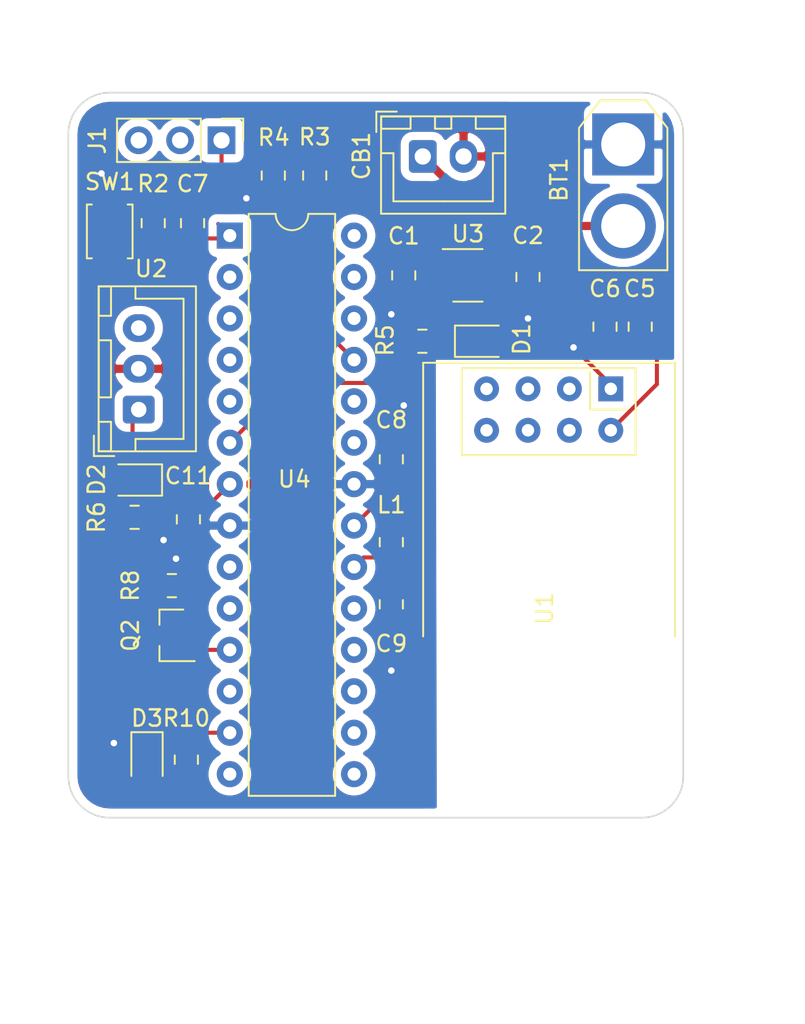
<source format=kicad_pcb>
(kicad_pcb (version 20171130) (host pcbnew 5.1.6-c6e7f7d~87~ubuntu20.04.1)

  (general
    (thickness 1.6)
    (drawings 10)
    (tracks 136)
    (zones 0)
    (modules 28)
    (nets 37)
  )

  (page A4)
  (layers
    (0 F.Cu signal)
    (1 In1.Cu signal)
    (2 In2.Cu signal)
    (31 B.Cu signal)
    (32 B.Adhes user hide)
    (33 F.Adhes user hide)
    (34 B.Paste user hide)
    (35 F.Paste user hide)
    (36 B.SilkS user)
    (37 F.SilkS user)
    (38 B.Mask user)
    (39 F.Mask user)
    (40 Dwgs.User user)
    (41 Cmts.User user hide)
    (42 Eco1.User user hide)
    (43 Eco2.User user hide)
    (44 Edge.Cuts user)
    (45 Margin user hide)
    (46 B.CrtYd user)
    (47 F.CrtYd user)
    (48 B.Fab user hide)
    (49 F.Fab user hide)
  )

  (setup
    (last_trace_width 0.25)
    (trace_clearance 0.2)
    (zone_clearance 0.508)
    (zone_45_only no)
    (trace_min 0.2)
    (via_size 0.8)
    (via_drill 0.4)
    (via_min_size 0.4)
    (via_min_drill 0.3)
    (uvia_size 0.3)
    (uvia_drill 0.1)
    (uvias_allowed no)
    (uvia_min_size 0.2)
    (uvia_min_drill 0.1)
    (edge_width 0.1)
    (segment_width 0.2)
    (pcb_text_width 0.3)
    (pcb_text_size 1.5 1.5)
    (mod_edge_width 0.15)
    (mod_text_size 0.8 0.8)
    (mod_text_width 0.15)
    (pad_size 4 4)
    (pad_drill 2.7)
    (pad_to_mask_clearance 0)
    (aux_axis_origin 0 0)
    (visible_elements FFFFFF7F)
    (pcbplotparams
      (layerselection 0x010f0_ffffffff)
      (usegerberextensions false)
      (usegerberattributes false)
      (usegerberadvancedattributes false)
      (creategerberjobfile false)
      (excludeedgelayer true)
      (linewidth 0.100000)
      (plotframeref false)
      (viasonmask false)
      (mode 1)
      (useauxorigin false)
      (hpglpennumber 1)
      (hpglpenspeed 20)
      (hpglpendiameter 15.000000)
      (psnegative false)
      (psa4output false)
      (plotreference true)
      (plotvalue false)
      (plotinvisibletext false)
      (padsonsilk true)
      (subtractmaskfromsilk false)
      (outputformat 1)
      (mirror false)
      (drillshape 0)
      (scaleselection 1)
      (outputdirectory "gerbers/"))
  )

  (net 0 "")
  (net 1 "Net-(BT1-Pad1)")
  (net 2 GND)
  (net 3 +3V3)
  (net 4 Q1_D4)
  (net 5 Q2_D5)
  (net 6 DIV_A2)
  (net 7 CE)
  (net 8 CSN)
  (net 9 SCK)
  (net 10 MOSI)
  (net 11 MISO)
  (net 12 SEN_A0)
  (net 13 "Net-(U4-Pad16)")
  (net 14 "Net-(U4-Pad24)")
  (net 15 "Net-(U4-Pad12)")
  (net 16 "Net-(U4-Pad26)")
  (net 17 "Net-(U4-Pad27)")
  (net 18 "Net-(U4-Pad28)")
  (net 19 "Net-(U1-Pad8)")
  (net 20 "Net-(D1-Pad1)")
  (net 21 "Net-(D2-Pad1)")
  (net 22 RXD_J1)
  (net 23 TXD_J1)
  (net 24 RESET_J1)
  (net 25 "Net-(C8-Pad1)")
  (net 26 "Net-(C9-Pad1)")
  (net 27 VCC)
  (net 28 "Net-(R10-Pad1)")
  (net 29 "Net-(D3-Pad2)")
  (net 30 "Net-(U3-Pad4)")
  (net 31 "Net-(U4-Pad9)")
  (net 32 "Net-(U4-Pad10)")
  (net 33 "Net-(Q2-Pad3)")
  (net 34 "Net-(C7-Pad2)")
  (net 35 "Net-(U4-Pad4)")
  (net 36 "Net-(U4-Pad5)")

  (net_class Default "This is the default net class."
    (clearance 0.2)
    (trace_width 0.25)
    (via_dia 0.8)
    (via_drill 0.4)
    (uvia_dia 0.3)
    (uvia_drill 0.1)
    (add_net +3V3)
    (add_net CE)
    (add_net CSN)
    (add_net DIV_A2)
    (add_net GND)
    (add_net MISO)
    (add_net MOSI)
    (add_net "Net-(BT1-Pad1)")
    (add_net "Net-(C7-Pad2)")
    (add_net "Net-(C8-Pad1)")
    (add_net "Net-(C9-Pad1)")
    (add_net "Net-(D1-Pad1)")
    (add_net "Net-(D2-Pad1)")
    (add_net "Net-(D3-Pad2)")
    (add_net "Net-(Q2-Pad3)")
    (add_net "Net-(R10-Pad1)")
    (add_net "Net-(U1-Pad8)")
    (add_net "Net-(U3-Pad4)")
    (add_net "Net-(U4-Pad10)")
    (add_net "Net-(U4-Pad12)")
    (add_net "Net-(U4-Pad16)")
    (add_net "Net-(U4-Pad24)")
    (add_net "Net-(U4-Pad26)")
    (add_net "Net-(U4-Pad27)")
    (add_net "Net-(U4-Pad28)")
    (add_net "Net-(U4-Pad4)")
    (add_net "Net-(U4-Pad5)")
    (add_net "Net-(U4-Pad9)")
    (add_net Q1_D4)
    (add_net Q2_D5)
    (add_net RESET_J1)
    (add_net RXD_J1)
    (add_net SCK)
    (add_net SEN_A0)
    (add_net TXD_J1)
    (add_net VCC)
  )

  (module RF_Module:nRF24L01_PA_LNA_Breakout (layer F.Cu) (tedit 5FA7F8CA) (tstamp 5F6E4EEC)
    (at 157.48 100.838 270)
    (descr "nRF24L01 breakout board")
    (tags "nRF24L01 adapter breakout")
    (path /5F8AF8DA)
    (fp_text reference U1 (at 15.24 -7.62 90) (layer F.SilkS)
      (effects (font (size 1 1) (thickness 0.15)))
    )
    (fp_text value NRF24L01_Breakout (at 13 5 90) (layer F.Fab)
      (effects (font (size 1 1) (thickness 0.15)))
    )
    (fp_line (start 40.704 -15.7755) (end 29.528 -15.7755) (layer F.CrtYd) (width 0.05))
    (fp_line (start 40.704 -0.0255) (end 29.528 -0.0255) (layer F.CrtYd) (width 0.05))
    (fp_line (start 29.278 -0.2755) (end 40.454 -0.2755) (layer F.Fab) (width 0.1))
    (fp_line (start 40.454 -15.5255) (end 29.278 -15.5255) (layer F.Fab) (width 0.1))
    (fp_line (start 29.528 -15.7755) (end 29.528 -15.7755) (layer F.CrtYd) (width 0.05))
    (fp_line (start 40.704 -0.0255) (end 40.704 -15.7755) (layer F.CrtYd) (width 0.05))
    (fp_line (start 0.028 -0.0255) (end 29.528 -0.0255) (layer F.CrtYd) (width 0.05))
    (fp_line (start 0.028 -15.7755) (end 0.028 -0.0255) (layer F.CrtYd) (width 0.05))
    (fp_line (start 29.528 -15.7755) (end 0.028 -15.7755) (layer F.CrtYd) (width 0.05))
    (fp_line (start 0.508 -13.208) (end 0.508 -13.208) (layer F.SilkS) (width 0.12))
    (fp_line (start 0.508 -2.54) (end 0.508 -13.208) (layer F.SilkS) (width 0.12))
    (fp_line (start 0.178 -15.6255) (end 0.178 -15.6255) (layer F.SilkS) (width 0.12))
    (fp_line (start 0.178 -0.1755) (end 0.178 -15.6255) (layer F.SilkS) (width 0.12))
    (fp_line (start 16.9545 -0.1755) (end 0.178 -0.1755) (layer F.SilkS) (width 0.12))
    (fp_line (start 0.178 -15.6255) (end 16.9545 -15.6255) (layer F.SilkS) (width 0.12))
    (fp_line (start 0.762 -10.414) (end 0.762 -10.414) (layer F.SilkS) (width 0.12))
    (fp_line (start 3.048 -10.414) (end 0.762 -10.414) (layer F.SilkS) (width 0.12))
    (fp_line (start 3.048 -12.7) (end 3.048 -10.414) (layer F.SilkS) (width 0.12))
    (fp_line (start 0.508 -2.54) (end 0.508 -2.54) (layer F.SilkS) (width 0.12))
    (fp_line (start 5.842 -2.54) (end 0.508 -2.54) (layer F.SilkS) (width 0.12))
    (fp_line (start 5.842 -13.208) (end 5.842 -2.54) (layer F.SilkS) (width 0.12))
    (fp_line (start 0.508 -13.208) (end 5.842 -13.208) (layer F.SilkS) (width 0.12))
    (fp_line (start 0.508 -12.954) (end 0.508 -12.954) (layer F.Fab) (width 0.1))
    (fp_line (start 0.508 -2.794) (end 0.508 -12.954) (layer F.Fab) (width 0.1))
    (fp_line (start 5.588 -2.794) (end 0.508 -2.794) (layer F.Fab) (width 0.1))
    (fp_line (start 5.588 -12.954) (end 5.588 -2.794) (layer F.Fab) (width 0.1))
    (fp_line (start 0.508 -12.954) (end 5.588 -12.954) (layer F.Fab) (width 0.1))
    (fp_line (start 0.278 -15.5255) (end 0.278 -15.5255) (layer F.Fab) (width 0.1))
    (fp_line (start 0.278 -0.2755) (end 0.278 -15.5255) (layer F.Fab) (width 0.1))
    (fp_line (start 29.278 -0.2755) (end 0.278 -0.2755) (layer F.Fab) (width 0.1))
    (fp_line (start 40.454 -15.5255) (end 40.454 -0.2755) (layer F.Fab) (width 0.1))
    (fp_line (start 0.278 -15.5255) (end 29.278 -15.5255) (layer F.Fab) (width 0.1))
    (fp_text user %R (at 12.5 2.5 90) (layer F.Fab)
      (effects (font (size 1 1) (thickness 0.15)))
    )
    (pad 8 thru_hole circle (at 4.318 -4.064 270) (size 1.524 1.524) (drill 0.762) (layers *.Cu *.Mask)
      (net 19 "Net-(U1-Pad8)"))
    (pad 7 thru_hole circle (at 1.778 -4.064 270) (size 1.524 1.524) (drill 0.762) (layers *.Cu *.Mask)
      (net 11 MISO))
    (pad 6 thru_hole circle (at 4.318 -6.604 270) (size 1.524 1.524) (drill 0.762) (layers *.Cu *.Mask)
      (net 10 MOSI))
    (pad 5 thru_hole circle (at 1.778 -6.604 270) (size 1.524 1.524) (drill 0.762) (layers *.Cu *.Mask)
      (net 9 SCK))
    (pad 4 thru_hole circle (at 4.318 -9.144 270) (size 1.524 1.524) (drill 0.762) (layers *.Cu *.Mask)
      (net 8 CSN))
    (pad 3 thru_hole circle (at 1.778 -9.144 270) (size 1.524 1.524) (drill 0.762) (layers *.Cu *.Mask)
      (net 7 CE))
    (pad 2 thru_hole circle (at 4.318 -11.684 270) (size 1.524 1.524) (drill 0.762) (layers *.Cu *.Mask)
      (net 3 +3V3))
    (pad 1 thru_hole rect (at 1.778 -11.684 270) (size 1.524 1.524) (drill 0.762) (layers *.Cu *.Mask)
      (net 2 GND))
    (model ${KISYS3DMOD}/RF_Module.3dshapes/nRF24L01_Breakout.wrl
      (at (xyz 0 0 0))
      (scale (xyz 1 1 1))
      (rotate (xyz 0 0 0))
    )
  )

  (module Connector_JST:JST_XH_B2B-XH-A_1x02_P2.50mm_Vertical (layer F.Cu) (tedit 5C28146C) (tstamp 5F62EB2B)
    (at 157.6324 88.3666)
    (descr "JST XH series connector, B2B-XH-A (http://www.jst-mfg.com/product/pdf/eng/eXH.pdf), generated with kicad-footprint-generator")
    (tags "connector JST XH vertical")
    (path /5F830F0C)
    (fp_text reference CB1 (at -3.7592 -0.0254 90) (layer F.SilkS)
      (effects (font (size 1 1) (thickness 0.15)))
    )
    (fp_text value Power_Switch (at 1.25 4.6) (layer F.Fab)
      (effects (font (size 1 1) (thickness 0.15)))
    )
    (fp_line (start -2.45 -2.35) (end -2.45 3.4) (layer F.Fab) (width 0.1))
    (fp_line (start -2.45 3.4) (end 4.95 3.4) (layer F.Fab) (width 0.1))
    (fp_line (start 4.95 3.4) (end 4.95 -2.35) (layer F.Fab) (width 0.1))
    (fp_line (start 4.95 -2.35) (end -2.45 -2.35) (layer F.Fab) (width 0.1))
    (fp_line (start -2.56 -2.46) (end -2.56 3.51) (layer F.SilkS) (width 0.12))
    (fp_line (start -2.56 3.51) (end 5.06 3.51) (layer F.SilkS) (width 0.12))
    (fp_line (start 5.06 3.51) (end 5.06 -2.46) (layer F.SilkS) (width 0.12))
    (fp_line (start 5.06 -2.46) (end -2.56 -2.46) (layer F.SilkS) (width 0.12))
    (fp_line (start -2.95 -2.85) (end -2.95 3.9) (layer F.CrtYd) (width 0.05))
    (fp_line (start -2.95 3.9) (end 5.45 3.9) (layer F.CrtYd) (width 0.05))
    (fp_line (start 5.45 3.9) (end 5.45 -2.85) (layer F.CrtYd) (width 0.05))
    (fp_line (start 5.45 -2.85) (end -2.95 -2.85) (layer F.CrtYd) (width 0.05))
    (fp_line (start -0.625 -2.35) (end 0 -1.35) (layer F.Fab) (width 0.1))
    (fp_line (start 0 -1.35) (end 0.625 -2.35) (layer F.Fab) (width 0.1))
    (fp_line (start 0.75 -2.45) (end 0.75 -1.7) (layer F.SilkS) (width 0.12))
    (fp_line (start 0.75 -1.7) (end 1.75 -1.7) (layer F.SilkS) (width 0.12))
    (fp_line (start 1.75 -1.7) (end 1.75 -2.45) (layer F.SilkS) (width 0.12))
    (fp_line (start 1.75 -2.45) (end 0.75 -2.45) (layer F.SilkS) (width 0.12))
    (fp_line (start -2.55 -2.45) (end -2.55 -1.7) (layer F.SilkS) (width 0.12))
    (fp_line (start -2.55 -1.7) (end -0.75 -1.7) (layer F.SilkS) (width 0.12))
    (fp_line (start -0.75 -1.7) (end -0.75 -2.45) (layer F.SilkS) (width 0.12))
    (fp_line (start -0.75 -2.45) (end -2.55 -2.45) (layer F.SilkS) (width 0.12))
    (fp_line (start 3.25 -2.45) (end 3.25 -1.7) (layer F.SilkS) (width 0.12))
    (fp_line (start 3.25 -1.7) (end 5.05 -1.7) (layer F.SilkS) (width 0.12))
    (fp_line (start 5.05 -1.7) (end 5.05 -2.45) (layer F.SilkS) (width 0.12))
    (fp_line (start 5.05 -2.45) (end 3.25 -2.45) (layer F.SilkS) (width 0.12))
    (fp_line (start -2.55 -0.2) (end -1.8 -0.2) (layer F.SilkS) (width 0.12))
    (fp_line (start -1.8 -0.2) (end -1.8 2.75) (layer F.SilkS) (width 0.12))
    (fp_line (start -1.8 2.75) (end 1.25 2.75) (layer F.SilkS) (width 0.12))
    (fp_line (start 5.05 -0.2) (end 4.3 -0.2) (layer F.SilkS) (width 0.12))
    (fp_line (start 4.3 -0.2) (end 4.3 2.75) (layer F.SilkS) (width 0.12))
    (fp_line (start 4.3 2.75) (end 1.25 2.75) (layer F.SilkS) (width 0.12))
    (fp_line (start -1.6 -2.75) (end -2.85 -2.75) (layer F.SilkS) (width 0.12))
    (fp_line (start -2.85 -2.75) (end -2.85 -1.5) (layer F.SilkS) (width 0.12))
    (fp_text user %R (at 1.25 2.7) (layer F.Fab)
      (effects (font (size 1 1) (thickness 0.15)))
    )
    (pad 2 thru_hole oval (at 2.5 0) (size 1.7 2) (drill 1) (layers *.Cu *.Mask)
      (net 27 VCC))
    (pad 1 thru_hole roundrect (at 0 0) (size 1.7 2) (drill 1) (layers *.Cu *.Mask) (roundrect_rratio 0.147059)
      (net 1 "Net-(BT1-Pad1)"))
    (model ${KISYS3DMOD}/Connector_JST.3dshapes/JST_XH_B2B-XH-A_1x02_P2.50mm_Vertical.wrl
      (at (xyz 0 0 0))
      (scale (xyz 1 1 1))
      (rotate (xyz 0 0 0))
    )
  )

  (module Button_Switch_SMD:SW_SPST_B3U-1000P (layer F.Cu) (tedit 5A02FC95) (tstamp 5FA81C7F)
    (at 138.43 92.964 270)
    (descr "Ultra-small-sized Tactile Switch with High Contact Reliability, Top-actuated Model, without Ground Terminal, without Boss")
    (tags "Tactile Switch")
    (path /5FBCE364)
    (attr smd)
    (fp_text reference SW1 (at -3.048 0 180) (layer F.SilkS)
      (effects (font (size 1 1) (thickness 0.15)))
    )
    (fp_text value "Reset button" (at 0 2.5 90) (layer F.Fab)
      (effects (font (size 1 1) (thickness 0.15)))
    )
    (fp_circle (center 0 0) (end 0.75 0) (layer F.Fab) (width 0.1))
    (fp_line (start -1.5 1.25) (end -1.5 -1.25) (layer F.Fab) (width 0.1))
    (fp_line (start 1.5 1.25) (end -1.5 1.25) (layer F.Fab) (width 0.1))
    (fp_line (start 1.5 -1.25) (end 1.5 1.25) (layer F.Fab) (width 0.1))
    (fp_line (start -1.5 -1.25) (end 1.5 -1.25) (layer F.Fab) (width 0.1))
    (fp_line (start 1.65 -1.4) (end 1.65 -1.1) (layer F.SilkS) (width 0.12))
    (fp_line (start -1.65 -1.4) (end 1.65 -1.4) (layer F.SilkS) (width 0.12))
    (fp_line (start -1.65 -1.1) (end -1.65 -1.4) (layer F.SilkS) (width 0.12))
    (fp_line (start 1.65 1.4) (end 1.65 1.1) (layer F.SilkS) (width 0.12))
    (fp_line (start -1.65 1.4) (end 1.65 1.4) (layer F.SilkS) (width 0.12))
    (fp_line (start -1.65 1.1) (end -1.65 1.4) (layer F.SilkS) (width 0.12))
    (fp_line (start -2.4 -1.65) (end -2.4 1.65) (layer F.CrtYd) (width 0.05))
    (fp_line (start 2.4 -1.65) (end -2.4 -1.65) (layer F.CrtYd) (width 0.05))
    (fp_line (start 2.4 1.65) (end 2.4 -1.65) (layer F.CrtYd) (width 0.05))
    (fp_line (start -2.4 1.65) (end 2.4 1.65) (layer F.CrtYd) (width 0.05))
    (fp_text user %R (at 0 -2.5 90) (layer F.Fab)
      (effects (font (size 1 1) (thickness 0.15)))
    )
    (pad 2 smd rect (at 1.7 0 270) (size 0.9 1.7) (layers F.Cu F.Paste F.Mask)
      (net 24 RESET_J1))
    (pad 1 smd rect (at -1.7 0 270) (size 0.9 1.7) (layers F.Cu F.Paste F.Mask)
      (net 2 GND))
    (model ${KISYS3DMOD}/Button_Switch_SMD.3dshapes/SW_SPST_B3U-1000P.wrl
      (at (xyz 0 0 0))
      (scale (xyz 1 1 1))
      (rotate (xyz 0 0 0))
    )
  )

  (module Connector_JST:JST_XH_B3B-XH-A_1x03_P2.50mm_Vertical (layer F.Cu) (tedit 5C28146C) (tstamp 5F839075)
    (at 140.208 103.886 90)
    (descr "JST XH series connector, B3B-XH-A (http://www.jst-mfg.com/product/pdf/eng/eXH.pdf), generated with kicad-footprint-generator")
    (tags "connector JST XH vertical")
    (path /5F33FAC0)
    (fp_text reference U2 (at 8.636 0.762 180) (layer F.SilkS)
      (effects (font (size 1 1) (thickness 0.15)))
    )
    (fp_text value SEN0193 (at 2.5 3.4 90) (layer F.Fab)
      (effects (font (size 1 1) (thickness 0.15)))
    )
    (fp_line (start -2.85 -2.75) (end -2.85 -1.5) (layer F.SilkS) (width 0.12))
    (fp_line (start -1.6 -2.75) (end -2.85 -2.75) (layer F.SilkS) (width 0.12))
    (fp_line (start 6.8 2.75) (end 2.5 2.75) (layer F.SilkS) (width 0.12))
    (fp_line (start 6.8 -0.2) (end 6.8 2.75) (layer F.SilkS) (width 0.12))
    (fp_line (start 7.55 -0.2) (end 6.8 -0.2) (layer F.SilkS) (width 0.12))
    (fp_line (start -1.8 2.75) (end 2.5 2.75) (layer F.SilkS) (width 0.12))
    (fp_line (start -1.8 -0.2) (end -1.8 2.75) (layer F.SilkS) (width 0.12))
    (fp_line (start -2.55 -0.2) (end -1.8 -0.2) (layer F.SilkS) (width 0.12))
    (fp_line (start 7.55 -2.45) (end 5.75 -2.45) (layer F.SilkS) (width 0.12))
    (fp_line (start 7.55 -1.7) (end 7.55 -2.45) (layer F.SilkS) (width 0.12))
    (fp_line (start 5.75 -1.7) (end 7.55 -1.7) (layer F.SilkS) (width 0.12))
    (fp_line (start 5.75 -2.45) (end 5.75 -1.7) (layer F.SilkS) (width 0.12))
    (fp_line (start -0.75 -2.45) (end -2.55 -2.45) (layer F.SilkS) (width 0.12))
    (fp_line (start -0.75 -1.7) (end -0.75 -2.45) (layer F.SilkS) (width 0.12))
    (fp_line (start -2.55 -1.7) (end -0.75 -1.7) (layer F.SilkS) (width 0.12))
    (fp_line (start -2.55 -2.45) (end -2.55 -1.7) (layer F.SilkS) (width 0.12))
    (fp_line (start 4.25 -2.45) (end 0.75 -2.45) (layer F.SilkS) (width 0.12))
    (fp_line (start 4.25 -1.7) (end 4.25 -2.45) (layer F.SilkS) (width 0.12))
    (fp_line (start 0.75 -1.7) (end 4.25 -1.7) (layer F.SilkS) (width 0.12))
    (fp_line (start 0.75 -2.45) (end 0.75 -1.7) (layer F.SilkS) (width 0.12))
    (fp_line (start 0 -1.35) (end 0.625 -2.35) (layer F.Fab) (width 0.1))
    (fp_line (start -0.625 -2.35) (end 0 -1.35) (layer F.Fab) (width 0.1))
    (fp_line (start 7.95 -2.85) (end -2.95 -2.85) (layer F.CrtYd) (width 0.05))
    (fp_line (start 7.95 3.9) (end 7.95 -2.85) (layer F.CrtYd) (width 0.05))
    (fp_line (start -2.95 3.9) (end 7.95 3.9) (layer F.CrtYd) (width 0.05))
    (fp_line (start -2.95 -2.85) (end -2.95 3.9) (layer F.CrtYd) (width 0.05))
    (fp_line (start 7.56 -2.46) (end -2.56 -2.46) (layer F.SilkS) (width 0.12))
    (fp_line (start 7.56 3.51) (end 7.56 -2.46) (layer F.SilkS) (width 0.12))
    (fp_line (start -2.56 3.51) (end 7.56 3.51) (layer F.SilkS) (width 0.12))
    (fp_line (start -2.56 -2.46) (end -2.56 3.51) (layer F.SilkS) (width 0.12))
    (fp_line (start 7.45 -2.35) (end -2.45 -2.35) (layer F.Fab) (width 0.1))
    (fp_line (start 7.45 3.4) (end 7.45 -2.35) (layer F.Fab) (width 0.1))
    (fp_line (start -2.45 3.4) (end 7.45 3.4) (layer F.Fab) (width 0.1))
    (fp_line (start -2.45 -2.35) (end -2.45 3.4) (layer F.Fab) (width 0.1))
    (fp_text user %R (at 2.5 1.5 90) (layer F.Fab)
      (effects (font (size 1 1) (thickness 0.15)))
    )
    (pad 3 thru_hole oval (at 5 0 90) (size 1.7 1.95) (drill 0.95) (layers *.Cu *.Mask)
      (net 12 SEN_A0))
    (pad 2 thru_hole oval (at 2.5 0 90) (size 1.7 1.95) (drill 0.95) (layers *.Cu *.Mask)
      (net 27 VCC))
    (pad 1 thru_hole roundrect (at 0 0 90) (size 1.7 1.95) (drill 0.95) (layers *.Cu *.Mask) (roundrect_rratio 0.147059)
      (net 33 "Net-(Q2-Pad3)"))
    (model ${KISYS3DMOD}/Connector_JST.3dshapes/JST_XH_B3B-XH-A_1x03_P2.50mm_Vertical.wrl
      (at (xyz 0 0 0))
      (scale (xyz 1 1 1))
      (rotate (xyz 0 0 0))
    )
  )

  (module LED_SMD:LED_0805_2012Metric (layer F.Cu) (tedit 5B36C52C) (tstamp 5FA89F91)
    (at 161.29 99.695)
    (descr "LED SMD 0805 (2012 Metric), square (rectangular) end terminal, IPC_7351 nominal, (Body size source: https://docs.google.com/spreadsheets/d/1BsfQQcO9C6DZCsRaXUlFlo91Tg2WpOkGARC1WS5S8t0/edit?usp=sharing), generated with kicad-footprint-generator")
    (tags diode)
    (path /5F9CC690)
    (attr smd)
    (fp_text reference D1 (at 2.413 -0.127 270) (layer F.SilkS)
      (effects (font (size 1 1) (thickness 0.15)))
    )
    (fp_text value LED_ALT (at 0 1.65) (layer F.Fab)
      (effects (font (size 1 1) (thickness 0.15)))
    )
    (fp_line (start 1.68 0.95) (end -1.68 0.95) (layer F.CrtYd) (width 0.05))
    (fp_line (start 1.68 -0.95) (end 1.68 0.95) (layer F.CrtYd) (width 0.05))
    (fp_line (start -1.68 -0.95) (end 1.68 -0.95) (layer F.CrtYd) (width 0.05))
    (fp_line (start -1.68 0.95) (end -1.68 -0.95) (layer F.CrtYd) (width 0.05))
    (fp_line (start -1.685 0.96) (end 1 0.96) (layer F.SilkS) (width 0.12))
    (fp_line (start -1.685 -0.96) (end -1.685 0.96) (layer F.SilkS) (width 0.12))
    (fp_line (start 1 -0.96) (end -1.685 -0.96) (layer F.SilkS) (width 0.12))
    (fp_line (start 1 0.6) (end 1 -0.6) (layer F.Fab) (width 0.1))
    (fp_line (start -1 0.6) (end 1 0.6) (layer F.Fab) (width 0.1))
    (fp_line (start -1 -0.3) (end -1 0.6) (layer F.Fab) (width 0.1))
    (fp_line (start -0.7 -0.6) (end -1 -0.3) (layer F.Fab) (width 0.1))
    (fp_line (start 1 -0.6) (end -0.7 -0.6) (layer F.Fab) (width 0.1))
    (fp_text user %R (at 0 0) (layer F.Fab)
      (effects (font (size 0.5 0.5) (thickness 0.08)))
    )
    (pad 2 smd roundrect (at 0.9375 0) (size 0.975 1.4) (layers F.Cu F.Paste F.Mask) (roundrect_rratio 0.25)
      (net 3 +3V3))
    (pad 1 smd roundrect (at -0.9375 0) (size 0.975 1.4) (layers F.Cu F.Paste F.Mask) (roundrect_rratio 0.25)
      (net 20 "Net-(D1-Pad1)"))
    (model ${KISYS3DMOD}/LED_SMD.3dshapes/LED_0805_2012Metric.wrl
      (at (xyz 0 0 0))
      (scale (xyz 1 1 1))
      (rotate (xyz 0 0 0))
    )
  )

  (module Capacitor_SMD:C_0805_2012Metric (layer F.Cu) (tedit 5B36C52B) (tstamp 5FA8A0D2)
    (at 164.084 95.758 270)
    (descr "Capacitor SMD 0805 (2012 Metric), square (rectangular) end terminal, IPC_7351 nominal, (Body size source: https://docs.google.com/spreadsheets/d/1BsfQQcO9C6DZCsRaXUlFlo91Tg2WpOkGARC1WS5S8t0/edit?usp=sharing), generated with kicad-footprint-generator")
    (tags capacitor)
    (path /5F63D266)
    (attr smd)
    (fp_text reference C2 (at -2.54 0 180) (layer F.SilkS)
      (effects (font (size 1 1) (thickness 0.15)))
    )
    (fp_text value 1uF (at 2.54 0 180) (layer F.Fab)
      (effects (font (size 1 1) (thickness 0.15)))
    )
    (fp_line (start -1 0.6) (end -1 -0.6) (layer F.Fab) (width 0.1))
    (fp_line (start -1 -0.6) (end 1 -0.6) (layer F.Fab) (width 0.1))
    (fp_line (start 1 -0.6) (end 1 0.6) (layer F.Fab) (width 0.1))
    (fp_line (start 1 0.6) (end -1 0.6) (layer F.Fab) (width 0.1))
    (fp_line (start -0.258578 -0.71) (end 0.258578 -0.71) (layer F.SilkS) (width 0.12))
    (fp_line (start -0.258578 0.71) (end 0.258578 0.71) (layer F.SilkS) (width 0.12))
    (fp_line (start -1.68 0.95) (end -1.68 -0.95) (layer F.CrtYd) (width 0.05))
    (fp_line (start -1.68 -0.95) (end 1.68 -0.95) (layer F.CrtYd) (width 0.05))
    (fp_line (start 1.68 -0.95) (end 1.68 0.95) (layer F.CrtYd) (width 0.05))
    (fp_line (start 1.68 0.95) (end -1.68 0.95) (layer F.CrtYd) (width 0.05))
    (fp_text user %R (at 0 0 90) (layer F.Fab)
      (effects (font (size 0.5 0.5) (thickness 0.08)))
    )
    (pad 2 smd roundrect (at 0.9375 0 270) (size 0.975 1.4) (layers F.Cu F.Paste F.Mask) (roundrect_rratio 0.25)
      (net 2 GND))
    (pad 1 smd roundrect (at -0.9375 0 270) (size 0.975 1.4) (layers F.Cu F.Paste F.Mask) (roundrect_rratio 0.25)
      (net 3 +3V3))
    (model ${KISYS3DMOD}/Capacitor_SMD.3dshapes/C_0805_2012Metric.wrl
      (at (xyz 0 0 0))
      (scale (xyz 1 1 1))
      (rotate (xyz 0 0 0))
    )
  )

  (module Package_TO_SOT_SMD:SOT-23-5_HandSoldering (layer F.Cu) (tedit 5A0AB76C) (tstamp 5FA8A097)
    (at 160.401 95.6564)
    (descr "5-pin SOT23 package")
    (tags "SOT-23-5 hand-soldering")
    (path /5F912462)
    (attr smd)
    (fp_text reference U3 (at 0 -2.54) (layer F.SilkS)
      (effects (font (size 1 1) (thickness 0.15)))
    )
    (fp_text value AP7365 (at 0 2.9) (layer F.Fab)
      (effects (font (size 1 1) (thickness 0.15)))
    )
    (fp_line (start -0.9 1.61) (end 0.9 1.61) (layer F.SilkS) (width 0.12))
    (fp_line (start 0.9 -1.61) (end -1.55 -1.61) (layer F.SilkS) (width 0.12))
    (fp_line (start -0.9 -0.9) (end -0.25 -1.55) (layer F.Fab) (width 0.1))
    (fp_line (start 0.9 -1.55) (end -0.25 -1.55) (layer F.Fab) (width 0.1))
    (fp_line (start -0.9 -0.9) (end -0.9 1.55) (layer F.Fab) (width 0.1))
    (fp_line (start 0.9 1.55) (end -0.9 1.55) (layer F.Fab) (width 0.1))
    (fp_line (start 0.9 -1.55) (end 0.9 1.55) (layer F.Fab) (width 0.1))
    (fp_line (start -2.38 -1.8) (end 2.38 -1.8) (layer F.CrtYd) (width 0.05))
    (fp_line (start -2.38 -1.8) (end -2.38 1.8) (layer F.CrtYd) (width 0.05))
    (fp_line (start 2.38 1.8) (end 2.38 -1.8) (layer F.CrtYd) (width 0.05))
    (fp_line (start 2.38 1.8) (end -2.38 1.8) (layer F.CrtYd) (width 0.05))
    (fp_text user %R (at 0 0 90) (layer F.Fab)
      (effects (font (size 0.5 0.5) (thickness 0.075)))
    )
    (pad 5 smd rect (at 1.35 -0.95) (size 1.56 0.65) (layers F.Cu F.Paste F.Mask)
      (net 3 +3V3))
    (pad 4 smd rect (at 1.35 0.95) (size 1.56 0.65) (layers F.Cu F.Paste F.Mask)
      (net 30 "Net-(U3-Pad4)"))
    (pad 3 smd rect (at -1.35 0.95) (size 1.56 0.65) (layers F.Cu F.Paste F.Mask)
      (net 4 Q1_D4))
    (pad 2 smd rect (at -1.35 0) (size 1.56 0.65) (layers F.Cu F.Paste F.Mask)
      (net 2 GND))
    (pad 1 smd rect (at -1.35 -0.95) (size 1.56 0.65) (layers F.Cu F.Paste F.Mask)
      (net 27 VCC))
    (model ${KISYS3DMOD}/Package_TO_SOT_SMD.3dshapes/SOT-23-5.wrl
      (at (xyz 0 0 0))
      (scale (xyz 1 1 1))
      (rotate (xyz 0 0 0))
    )
  )

  (module Resistor_SMD:R_0805_2012Metric (layer F.Cu) (tedit 5B36C52B) (tstamp 5F62D58B)
    (at 139.954 110.49 180)
    (descr "Resistor SMD 0805 (2012 Metric), square (rectangular) end terminal, IPC_7351 nominal, (Body size source: https://docs.google.com/spreadsheets/d/1BsfQQcO9C6DZCsRaXUlFlo91Tg2WpOkGARC1WS5S8t0/edit?usp=sharing), generated with kicad-footprint-generator")
    (tags resistor)
    (path /5F9BDA04)
    (attr smd)
    (fp_text reference R6 (at 2.3368 0 90) (layer F.SilkS)
      (effects (font (size 1 1) (thickness 0.15)))
    )
    (fp_text value 1k (at 0 1.65) (layer F.Fab)
      (effects (font (size 1 1) (thickness 0.15)))
    )
    (fp_line (start 1.68 0.95) (end -1.68 0.95) (layer F.CrtYd) (width 0.05))
    (fp_line (start 1.68 -0.95) (end 1.68 0.95) (layer F.CrtYd) (width 0.05))
    (fp_line (start -1.68 -0.95) (end 1.68 -0.95) (layer F.CrtYd) (width 0.05))
    (fp_line (start -1.68 0.95) (end -1.68 -0.95) (layer F.CrtYd) (width 0.05))
    (fp_line (start -0.258578 0.71) (end 0.258578 0.71) (layer F.SilkS) (width 0.12))
    (fp_line (start -0.258578 -0.71) (end 0.258578 -0.71) (layer F.SilkS) (width 0.12))
    (fp_line (start 1 0.6) (end -1 0.6) (layer F.Fab) (width 0.1))
    (fp_line (start 1 -0.6) (end 1 0.6) (layer F.Fab) (width 0.1))
    (fp_line (start -1 -0.6) (end 1 -0.6) (layer F.Fab) (width 0.1))
    (fp_line (start -1 0.6) (end -1 -0.6) (layer F.Fab) (width 0.1))
    (fp_text user %R (at 0 0) (layer F.Fab)
      (effects (font (size 0.5 0.5) (thickness 0.08)))
    )
    (pad 2 smd roundrect (at 0.9375 0 180) (size 0.975 1.4) (layers F.Cu F.Paste F.Mask) (roundrect_rratio 0.25)
      (net 33 "Net-(Q2-Pad3)"))
    (pad 1 smd roundrect (at -0.9375 0 180) (size 0.975 1.4) (layers F.Cu F.Paste F.Mask) (roundrect_rratio 0.25)
      (net 21 "Net-(D2-Pad1)"))
    (model ${KISYS3DMOD}/Resistor_SMD.3dshapes/R_0805_2012Metric.wrl
      (at (xyz 0 0 0))
      (scale (xyz 1 1 1))
      (rotate (xyz 0 0 0))
    )
  )

  (module Capacitor_SMD:C_0805_2012Metric (layer F.Cu) (tedit 5B36C52B) (tstamp 5F8840DE)
    (at 143.256 110.617 270)
    (descr "Capacitor SMD 0805 (2012 Metric), square (rectangular) end terminal, IPC_7351 nominal, (Body size source: https://docs.google.com/spreadsheets/d/1BsfQQcO9C6DZCsRaXUlFlo91Tg2WpOkGARC1WS5S8t0/edit?usp=sharing), generated with kicad-footprint-generator")
    (tags capacitor)
    (path /5F8FAF67)
    (attr smd)
    (fp_text reference C11 (at -2.667 0) (layer F.SilkS)
      (effects (font (size 1 1) (thickness 0.15)))
    )
    (fp_text value 100nF (at 0 1.65 90) (layer F.Fab)
      (effects (font (size 1 1) (thickness 0.15)))
    )
    (fp_line (start 1.68 0.95) (end -1.68 0.95) (layer F.CrtYd) (width 0.05))
    (fp_line (start 1.68 -0.95) (end 1.68 0.95) (layer F.CrtYd) (width 0.05))
    (fp_line (start -1.68 -0.95) (end 1.68 -0.95) (layer F.CrtYd) (width 0.05))
    (fp_line (start -1.68 0.95) (end -1.68 -0.95) (layer F.CrtYd) (width 0.05))
    (fp_line (start -0.258578 0.71) (end 0.258578 0.71) (layer F.SilkS) (width 0.12))
    (fp_line (start -0.258578 -0.71) (end 0.258578 -0.71) (layer F.SilkS) (width 0.12))
    (fp_line (start 1 0.6) (end -1 0.6) (layer F.Fab) (width 0.1))
    (fp_line (start 1 -0.6) (end 1 0.6) (layer F.Fab) (width 0.1))
    (fp_line (start -1 -0.6) (end 1 -0.6) (layer F.Fab) (width 0.1))
    (fp_line (start -1 0.6) (end -1 -0.6) (layer F.Fab) (width 0.1))
    (fp_text user %R (at 0 0 90) (layer F.Fab)
      (effects (font (size 0.5 0.5) (thickness 0.08)))
    )
    (pad 2 smd roundrect (at 0.9375 0 270) (size 0.975 1.4) (layers F.Cu F.Paste F.Mask) (roundrect_rratio 0.25)
      (net 2 GND))
    (pad 1 smd roundrect (at -0.9375 0 270) (size 0.975 1.4) (layers F.Cu F.Paste F.Mask) (roundrect_rratio 0.25)
      (net 27 VCC))
    (model ${KISYS3DMOD}/Capacitor_SMD.3dshapes/C_0805_2012Metric.wrl
      (at (xyz 0 0 0))
      (scale (xyz 1 1 1))
      (rotate (xyz 0 0 0))
    )
  )

  (module Connector_AMASS:AMASS_XT30U-F_1x02_P5.0mm_Vertical (layer F.Cu) (tedit 5FA7C3F8) (tstamp 5FA8AABF)
    (at 169.926 87.63 270)
    (descr "Connector XT30 Vertical Cable Female, https://www.tme.eu/en/Document/3cbfa5cfa544d79584972dd5234a409e/XT30U%20SPEC.pdf")
    (tags "RC Connector XT30")
    (path /5F71FB83)
    (fp_text reference BT1 (at 2.159 3.937 90) (layer F.SilkS)
      (effects (font (size 1 1) (thickness 0.15)))
    )
    (fp_text value +3.3-4.2V (at 2.5 4 90) (layer F.Fab)
      (effects (font (size 1 1) (thickness 0.15)))
    )
    (fp_line (start -3.1 1.8) (end -1.4 3.1) (layer F.CrtYd) (width 0.05))
    (fp_line (start -3.1 -1.8) (end -1.4 -3.1) (layer F.CrtYd) (width 0.05))
    (fp_line (start -1.4 3.1) (end 8.1 3.1) (layer F.CrtYd) (width 0.05))
    (fp_line (start -3.1 -1.8) (end -3.1 1.8) (layer F.CrtYd) (width 0.05))
    (fp_line (start 8.1 -3.1) (end 8.1 3.1) (layer F.CrtYd) (width 0.05))
    (fp_line (start -1.4 -3.1) (end 8.1 -3.1) (layer F.CrtYd) (width 0.05))
    (fp_line (start -2.71 -1.41) (end -2.71 1.41) (layer F.SilkS) (width 0.12))
    (fp_line (start -2.71 1.41) (end -1.01 2.71) (layer F.SilkS) (width 0.12))
    (fp_line (start -2.71 -1.41) (end -1.01 -2.71) (layer F.SilkS) (width 0.12))
    (fp_line (start -1.01 2.71) (end 7.71 2.71) (layer F.SilkS) (width 0.12))
    (fp_line (start 7.71 -2.71) (end 7.71 2.71) (layer F.SilkS) (width 0.12))
    (fp_line (start -1.01 -2.71) (end 7.71 -2.71) (layer F.SilkS) (width 0.12))
    (fp_line (start -2.6 1.3) (end -0.9 2.6) (layer F.Fab) (width 0.1))
    (fp_line (start -2.6 -1.3) (end -0.9 -2.6) (layer F.Fab) (width 0.1))
    (fp_line (start -0.9 2.6) (end 7.6 2.6) (layer F.Fab) (width 0.1))
    (fp_line (start -0.9 -2.6) (end 7.6 -2.6) (layer F.Fab) (width 0.1))
    (fp_line (start 7.6 -2.6) (end 7.6 2.6) (layer F.Fab) (width 0.1))
    (fp_line (start -2.6 -1.3) (end -2.6 1.3) (layer F.Fab) (width 0.1))
    (fp_text user %R (at 2.5 0 90) (layer F.Fab)
      (effects (font (size 1 1) (thickness 0.15)))
    )
    (pad 1 thru_hole rect (at 0 0 270) (size 3.8 3.8) (drill 2.7) (layers *.Cu *.Mask)
      (net 2 GND))
    (pad 2 thru_hole circle (at 5 0 270) (size 4 4) (drill 2.7) (layers *.Cu *.Mask)
      (net 1 "Net-(BT1-Pad1)"))
    (model ${KISYS3DMOD}/Connector_AMASS.3dshapes/AMASS_XT30U-F_1x02_P5.0mm_Vertical.wrl
      (at (xyz 0 0 0))
      (scale (xyz 1 1 1))
      (rotate (xyz 0 0 0))
    )
  )

  (module Resistor_SMD:R_0805_2012Metric (layer F.Cu) (tedit 5B36C52B) (tstamp 5F884F38)
    (at 143.129 125.349 270)
    (descr "Resistor SMD 0805 (2012 Metric), square (rectangular) end terminal, IPC_7351 nominal, (Body size source: https://docs.google.com/spreadsheets/d/1BsfQQcO9C6DZCsRaXUlFlo91Tg2WpOkGARC1WS5S8t0/edit?usp=sharing), generated with kicad-footprint-generator")
    (tags resistor)
    (path /5FC1BCDF)
    (attr smd)
    (fp_text reference R10 (at -2.54 0 180) (layer F.SilkS)
      (effects (font (size 1 1) (thickness 0.15)))
    )
    (fp_text value 1k (at 0 1.65 90) (layer F.Fab)
      (effects (font (size 1 1) (thickness 0.15)))
    )
    (fp_line (start 1.68 0.95) (end -1.68 0.95) (layer F.CrtYd) (width 0.05))
    (fp_line (start 1.68 -0.95) (end 1.68 0.95) (layer F.CrtYd) (width 0.05))
    (fp_line (start -1.68 -0.95) (end 1.68 -0.95) (layer F.CrtYd) (width 0.05))
    (fp_line (start -1.68 0.95) (end -1.68 -0.95) (layer F.CrtYd) (width 0.05))
    (fp_line (start -0.258578 0.71) (end 0.258578 0.71) (layer F.SilkS) (width 0.12))
    (fp_line (start -0.258578 -0.71) (end 0.258578 -0.71) (layer F.SilkS) (width 0.12))
    (fp_line (start 1 0.6) (end -1 0.6) (layer F.Fab) (width 0.1))
    (fp_line (start 1 -0.6) (end 1 0.6) (layer F.Fab) (width 0.1))
    (fp_line (start -1 -0.6) (end 1 -0.6) (layer F.Fab) (width 0.1))
    (fp_line (start -1 0.6) (end -1 -0.6) (layer F.Fab) (width 0.1))
    (fp_text user %R (at 0 0 90) (layer F.Fab)
      (effects (font (size 0.5 0.5) (thickness 0.08)))
    )
    (pad 2 smd roundrect (at 0.9375 0 270) (size 0.975 1.4) (layers F.Cu F.Paste F.Mask) (roundrect_rratio 0.25)
      (net 29 "Net-(D3-Pad2)"))
    (pad 1 smd roundrect (at -0.9375 0 270) (size 0.975 1.4) (layers F.Cu F.Paste F.Mask) (roundrect_rratio 0.25)
      (net 28 "Net-(R10-Pad1)"))
    (model ${KISYS3DMOD}/Resistor_SMD.3dshapes/R_0805_2012Metric.wrl
      (at (xyz 0 0 0))
      (scale (xyz 1 1 1))
      (rotate (xyz 0 0 0))
    )
  )

  (module LED_SMD:LED_0805_2012Metric (layer F.Cu) (tedit 5B36C52C) (tstamp 5F88288D)
    (at 140.716 125.349 270)
    (descr "LED SMD 0805 (2012 Metric), square (rectangular) end terminal, IPC_7351 nominal, (Body size source: https://docs.google.com/spreadsheets/d/1BsfQQcO9C6DZCsRaXUlFlo91Tg2WpOkGARC1WS5S8t0/edit?usp=sharing), generated with kicad-footprint-generator")
    (tags diode)
    (path /5FC1BCD8)
    (attr smd)
    (fp_text reference D3 (at -2.54 0 180) (layer F.SilkS)
      (effects (font (size 1 1) (thickness 0.15)))
    )
    (fp_text value LED_ALT (at 0 1.65 90) (layer F.Fab)
      (effects (font (size 1 1) (thickness 0.15)))
    )
    (fp_line (start 1.68 0.95) (end -1.68 0.95) (layer F.CrtYd) (width 0.05))
    (fp_line (start 1.68 -0.95) (end 1.68 0.95) (layer F.CrtYd) (width 0.05))
    (fp_line (start -1.68 -0.95) (end 1.68 -0.95) (layer F.CrtYd) (width 0.05))
    (fp_line (start -1.68 0.95) (end -1.68 -0.95) (layer F.CrtYd) (width 0.05))
    (fp_line (start -1.685 0.96) (end 1 0.96) (layer F.SilkS) (width 0.12))
    (fp_line (start -1.685 -0.96) (end -1.685 0.96) (layer F.SilkS) (width 0.12))
    (fp_line (start 1 -0.96) (end -1.685 -0.96) (layer F.SilkS) (width 0.12))
    (fp_line (start 1 0.6) (end 1 -0.6) (layer F.Fab) (width 0.1))
    (fp_line (start -1 0.6) (end 1 0.6) (layer F.Fab) (width 0.1))
    (fp_line (start -1 -0.3) (end -1 0.6) (layer F.Fab) (width 0.1))
    (fp_line (start -0.7 -0.6) (end -1 -0.3) (layer F.Fab) (width 0.1))
    (fp_line (start 1 -0.6) (end -0.7 -0.6) (layer F.Fab) (width 0.1))
    (fp_text user %R (at 0 0 90) (layer F.Fab)
      (effects (font (size 0.5 0.5) (thickness 0.08)))
    )
    (pad 2 smd roundrect (at 0.9375 0 270) (size 0.975 1.4) (layers F.Cu F.Paste F.Mask) (roundrect_rratio 0.25)
      (net 29 "Net-(D3-Pad2)"))
    (pad 1 smd roundrect (at -0.9375 0 270) (size 0.975 1.4) (layers F.Cu F.Paste F.Mask) (roundrect_rratio 0.25)
      (net 2 GND))
    (model ${KISYS3DMOD}/LED_SMD.3dshapes/LED_0805_2012Metric.wrl
      (at (xyz 0 0 0))
      (scale (xyz 1 1 1))
      (rotate (xyz 0 0 0))
    )
  )

  (module Capacitor_SMD:C_0805_2012Metric (layer F.Cu) (tedit 5B36C52B) (tstamp 5F70ED32)
    (at 155.702 106.934 90)
    (descr "Capacitor SMD 0805 (2012 Metric), square (rectangular) end terminal, IPC_7351 nominal, (Body size source: https://docs.google.com/spreadsheets/d/1BsfQQcO9C6DZCsRaXUlFlo91Tg2WpOkGARC1WS5S8t0/edit?usp=sharing), generated with kicad-footprint-generator")
    (tags capacitor)
    (path /5F82A0D2)
    (attr smd)
    (fp_text reference C8 (at 2.413 0) (layer F.SilkS)
      (effects (font (size 1 1) (thickness 0.15)))
    )
    (fp_text value 100nF (at 0 1.65 90) (layer F.Fab)
      (effects (font (size 1 1) (thickness 0.15)))
    )
    (fp_line (start 1.68 0.95) (end -1.68 0.95) (layer F.CrtYd) (width 0.05))
    (fp_line (start 1.68 -0.95) (end 1.68 0.95) (layer F.CrtYd) (width 0.05))
    (fp_line (start -1.68 -0.95) (end 1.68 -0.95) (layer F.CrtYd) (width 0.05))
    (fp_line (start -1.68 0.95) (end -1.68 -0.95) (layer F.CrtYd) (width 0.05))
    (fp_line (start -0.258578 0.71) (end 0.258578 0.71) (layer F.SilkS) (width 0.12))
    (fp_line (start -0.258578 -0.71) (end 0.258578 -0.71) (layer F.SilkS) (width 0.12))
    (fp_line (start 1 0.6) (end -1 0.6) (layer F.Fab) (width 0.1))
    (fp_line (start 1 -0.6) (end 1 0.6) (layer F.Fab) (width 0.1))
    (fp_line (start -1 -0.6) (end 1 -0.6) (layer F.Fab) (width 0.1))
    (fp_line (start -1 0.6) (end -1 -0.6) (layer F.Fab) (width 0.1))
    (fp_text user %R (at 0 0 90) (layer F.Fab)
      (effects (font (size 0.5 0.5) (thickness 0.08)))
    )
    (pad 2 smd roundrect (at 0.9375 0 90) (size 0.975 1.4) (layers F.Cu F.Paste F.Mask) (roundrect_rratio 0.25)
      (net 2 GND))
    (pad 1 smd roundrect (at -0.9375 0 90) (size 0.975 1.4) (layers F.Cu F.Paste F.Mask) (roundrect_rratio 0.25)
      (net 25 "Net-(C8-Pad1)"))
    (model ${KISYS3DMOD}/Capacitor_SMD.3dshapes/C_0805_2012Metric.wrl
      (at (xyz 0 0 0))
      (scale (xyz 1 1 1))
      (rotate (xyz 0 0 0))
    )
  )

  (module Package_TO_SOT_SMD:SOT-23 (layer F.Cu) (tedit 5A02FF57) (tstamp 5F83FEDB)
    (at 142.24 117.729 180)
    (descr "SOT-23, Standard")
    (tags SOT-23)
    (path /5F8967C3)
    (attr smd)
    (fp_text reference Q2 (at 2.54 0 90) (layer F.SilkS)
      (effects (font (size 1 1) (thickness 0.15)))
    )
    (fp_text value DMG6968U (at 0 2.5) (layer F.Fab)
      (effects (font (size 1 1) (thickness 0.15)))
    )
    (fp_line (start -0.7 -0.95) (end -0.7 1.5) (layer F.Fab) (width 0.1))
    (fp_line (start -0.15 -1.52) (end 0.7 -1.52) (layer F.Fab) (width 0.1))
    (fp_line (start -0.7 -0.95) (end -0.15 -1.52) (layer F.Fab) (width 0.1))
    (fp_line (start 0.7 -1.52) (end 0.7 1.52) (layer F.Fab) (width 0.1))
    (fp_line (start -0.7 1.52) (end 0.7 1.52) (layer F.Fab) (width 0.1))
    (fp_line (start 0.76 1.58) (end 0.76 0.65) (layer F.SilkS) (width 0.12))
    (fp_line (start 0.76 -1.58) (end 0.76 -0.65) (layer F.SilkS) (width 0.12))
    (fp_line (start -1.7 -1.75) (end 1.7 -1.75) (layer F.CrtYd) (width 0.05))
    (fp_line (start 1.7 -1.75) (end 1.7 1.75) (layer F.CrtYd) (width 0.05))
    (fp_line (start 1.7 1.75) (end -1.7 1.75) (layer F.CrtYd) (width 0.05))
    (fp_line (start -1.7 1.75) (end -1.7 -1.75) (layer F.CrtYd) (width 0.05))
    (fp_line (start 0.76 -1.58) (end -1.4 -1.58) (layer F.SilkS) (width 0.12))
    (fp_line (start 0.76 1.58) (end -0.7 1.58) (layer F.SilkS) (width 0.12))
    (fp_text user %R (at 0 0 90) (layer F.Fab)
      (effects (font (size 0.5 0.5) (thickness 0.075)))
    )
    (pad 3 smd rect (at 1 0 180) (size 0.9 0.8) (layers F.Cu F.Paste F.Mask)
      (net 33 "Net-(Q2-Pad3)"))
    (pad 2 smd rect (at -1 0.95 180) (size 0.9 0.8) (layers F.Cu F.Paste F.Mask)
      (net 2 GND))
    (pad 1 smd rect (at -1 -0.95 180) (size 0.9 0.8) (layers F.Cu F.Paste F.Mask)
      (net 5 Q2_D5))
    (model ${KISYS3DMOD}/Package_TO_SOT_SMD.3dshapes/SOT-23.wrl
      (at (xyz 0 0 0))
      (scale (xyz 1 1 1))
      (rotate (xyz 0 0 0))
    )
  )

  (module Resistor_SMD:R_0805_2012Metric (layer F.Cu) (tedit 5B36C52B) (tstamp 5F710C97)
    (at 142.24 114.681)
    (descr "Resistor SMD 0805 (2012 Metric), square (rectangular) end terminal, IPC_7351 nominal, (Body size source: https://docs.google.com/spreadsheets/d/1BsfQQcO9C6DZCsRaXUlFlo91Tg2WpOkGARC1WS5S8t0/edit?usp=sharing), generated with kicad-footprint-generator")
    (tags resistor)
    (path /5F8E6B44)
    (attr smd)
    (fp_text reference R8 (at -2.54 0 90) (layer F.SilkS)
      (effects (font (size 1 1) (thickness 0.15)))
    )
    (fp_text value 1M (at 0 1.65) (layer F.Fab)
      (effects (font (size 1 1) (thickness 0.15)))
    )
    (fp_line (start -1 0.6) (end -1 -0.6) (layer F.Fab) (width 0.1))
    (fp_line (start -1 -0.6) (end 1 -0.6) (layer F.Fab) (width 0.1))
    (fp_line (start 1 -0.6) (end 1 0.6) (layer F.Fab) (width 0.1))
    (fp_line (start 1 0.6) (end -1 0.6) (layer F.Fab) (width 0.1))
    (fp_line (start -0.258578 -0.71) (end 0.258578 -0.71) (layer F.SilkS) (width 0.12))
    (fp_line (start -0.258578 0.71) (end 0.258578 0.71) (layer F.SilkS) (width 0.12))
    (fp_line (start -1.68 0.95) (end -1.68 -0.95) (layer F.CrtYd) (width 0.05))
    (fp_line (start -1.68 -0.95) (end 1.68 -0.95) (layer F.CrtYd) (width 0.05))
    (fp_line (start 1.68 -0.95) (end 1.68 0.95) (layer F.CrtYd) (width 0.05))
    (fp_line (start 1.68 0.95) (end -1.68 0.95) (layer F.CrtYd) (width 0.05))
    (fp_text user %R (at 0 0) (layer F.Fab)
      (effects (font (size 0.5 0.5) (thickness 0.08)))
    )
    (pad 2 smd roundrect (at 0.9375 0) (size 0.975 1.4) (layers F.Cu F.Paste F.Mask) (roundrect_rratio 0.25)
      (net 2 GND))
    (pad 1 smd roundrect (at -0.9375 0) (size 0.975 1.4) (layers F.Cu F.Paste F.Mask) (roundrect_rratio 0.25)
      (net 5 Q2_D5))
    (model ${KISYS3DMOD}/Resistor_SMD.3dshapes/R_0805_2012Metric.wrl
      (at (xyz 0 0 0))
      (scale (xyz 1 1 1))
      (rotate (xyz 0 0 0))
    )
  )

  (module Inductor_SMD:L_0805_2012Metric (layer F.Cu) (tedit 5B36C52B) (tstamp 5F6F22D8)
    (at 155.702 112.014 270)
    (descr "Inductor SMD 0805 (2012 Metric), square (rectangular) end terminal, IPC_7351 nominal, (Body size source: https://docs.google.com/spreadsheets/d/1BsfQQcO9C6DZCsRaXUlFlo91Tg2WpOkGARC1WS5S8t0/edit?usp=sharing), generated with kicad-footprint-generator")
    (tags inductor)
    (path /5F8A9F5B)
    (attr smd)
    (fp_text reference L1 (at -2.286 0) (layer F.SilkS)
      (effects (font (size 1 1) (thickness 0.15)))
    )
    (fp_text value 10uH (at 0 1.65 90) (layer F.Fab)
      (effects (font (size 1 1) (thickness 0.15)))
    )
    (fp_line (start 1.68 0.95) (end -1.68 0.95) (layer F.CrtYd) (width 0.05))
    (fp_line (start 1.68 -0.95) (end 1.68 0.95) (layer F.CrtYd) (width 0.05))
    (fp_line (start -1.68 -0.95) (end 1.68 -0.95) (layer F.CrtYd) (width 0.05))
    (fp_line (start -1.68 0.95) (end -1.68 -0.95) (layer F.CrtYd) (width 0.05))
    (fp_line (start -0.258578 0.71) (end 0.258578 0.71) (layer F.SilkS) (width 0.12))
    (fp_line (start -0.258578 -0.71) (end 0.258578 -0.71) (layer F.SilkS) (width 0.12))
    (fp_line (start 1 0.6) (end -1 0.6) (layer F.Fab) (width 0.1))
    (fp_line (start 1 -0.6) (end 1 0.6) (layer F.Fab) (width 0.1))
    (fp_line (start -1 -0.6) (end 1 -0.6) (layer F.Fab) (width 0.1))
    (fp_line (start -1 0.6) (end -1 -0.6) (layer F.Fab) (width 0.1))
    (fp_text user %R (at 0 0 90) (layer F.Fab)
      (effects (font (size 0.5 0.5) (thickness 0.08)))
    )
    (pad 2 smd roundrect (at 0.9375 0 270) (size 0.975 1.4) (layers F.Cu F.Paste F.Mask) (roundrect_rratio 0.25)
      (net 26 "Net-(C9-Pad1)"))
    (pad 1 smd roundrect (at -0.9375 0 270) (size 0.975 1.4) (layers F.Cu F.Paste F.Mask) (roundrect_rratio 0.25)
      (net 27 VCC))
    (model ${KISYS3DMOD}/Inductor_SMD.3dshapes/L_0805_2012Metric.wrl
      (at (xyz 0 0 0))
      (scale (xyz 1 1 1))
      (rotate (xyz 0 0 0))
    )
  )

  (module Capacitor_SMD:C_0805_2012Metric (layer F.Cu) (tedit 5B36C52B) (tstamp 5F6F2201)
    (at 155.702 115.824 270)
    (descr "Capacitor SMD 0805 (2012 Metric), square (rectangular) end terminal, IPC_7351 nominal, (Body size source: https://docs.google.com/spreadsheets/d/1BsfQQcO9C6DZCsRaXUlFlo91Tg2WpOkGARC1WS5S8t0/edit?usp=sharing), generated with kicad-footprint-generator")
    (tags capacitor)
    (path /5F87EBA9)
    (attr smd)
    (fp_text reference C9 (at 2.413 0) (layer F.SilkS)
      (effects (font (size 1 1) (thickness 0.15)))
    )
    (fp_text value 100nF (at 0 1.65 90) (layer F.Fab)
      (effects (font (size 1 1) (thickness 0.15)))
    )
    (fp_line (start 1.68 0.95) (end -1.68 0.95) (layer F.CrtYd) (width 0.05))
    (fp_line (start 1.68 -0.95) (end 1.68 0.95) (layer F.CrtYd) (width 0.05))
    (fp_line (start -1.68 -0.95) (end 1.68 -0.95) (layer F.CrtYd) (width 0.05))
    (fp_line (start -1.68 0.95) (end -1.68 -0.95) (layer F.CrtYd) (width 0.05))
    (fp_line (start -0.258578 0.71) (end 0.258578 0.71) (layer F.SilkS) (width 0.12))
    (fp_line (start -0.258578 -0.71) (end 0.258578 -0.71) (layer F.SilkS) (width 0.12))
    (fp_line (start 1 0.6) (end -1 0.6) (layer F.Fab) (width 0.1))
    (fp_line (start 1 -0.6) (end 1 0.6) (layer F.Fab) (width 0.1))
    (fp_line (start -1 -0.6) (end 1 -0.6) (layer F.Fab) (width 0.1))
    (fp_line (start -1 0.6) (end -1 -0.6) (layer F.Fab) (width 0.1))
    (fp_text user %R (at 0 0 90) (layer F.Fab)
      (effects (font (size 0.5 0.5) (thickness 0.08)))
    )
    (pad 2 smd roundrect (at 0.9375 0 270) (size 0.975 1.4) (layers F.Cu F.Paste F.Mask) (roundrect_rratio 0.25)
      (net 2 GND))
    (pad 1 smd roundrect (at -0.9375 0 270) (size 0.975 1.4) (layers F.Cu F.Paste F.Mask) (roundrect_rratio 0.25)
      (net 26 "Net-(C9-Pad1)"))
    (model ${KISYS3DMOD}/Capacitor_SMD.3dshapes/C_0805_2012Metric.wrl
      (at (xyz 0 0 0))
      (scale (xyz 1 1 1))
      (rotate (xyz 0 0 0))
    )
  )

  (module Connector_PinHeader_2.54mm:PinHeader_1x03_P2.54mm_Vertical (layer F.Cu) (tedit 59FED5CC) (tstamp 5F87B640)
    (at 145.288 87.376 270)
    (descr "Through hole straight pin header, 1x03, 2.54mm pitch, single row")
    (tags "Through hole pin header THT 1x03 2.54mm single row")
    (path /5F6F29C1)
    (fp_text reference J1 (at 0 7.62 90) (layer F.SilkS)
      (effects (font (size 1 1) (thickness 0.15)))
    )
    (fp_text value Conn_01x03 (at 0 7.41 90) (layer F.Fab)
      (effects (font (size 1 1) (thickness 0.15)))
    )
    (fp_line (start -0.635 -1.27) (end 1.27 -1.27) (layer F.Fab) (width 0.1))
    (fp_line (start 1.27 -1.27) (end 1.27 6.35) (layer F.Fab) (width 0.1))
    (fp_line (start 1.27 6.35) (end -1.27 6.35) (layer F.Fab) (width 0.1))
    (fp_line (start -1.27 6.35) (end -1.27 -0.635) (layer F.Fab) (width 0.1))
    (fp_line (start -1.27 -0.635) (end -0.635 -1.27) (layer F.Fab) (width 0.1))
    (fp_line (start -1.33 6.41) (end 1.33 6.41) (layer F.SilkS) (width 0.12))
    (fp_line (start -1.33 1.27) (end -1.33 6.41) (layer F.SilkS) (width 0.12))
    (fp_line (start 1.33 1.27) (end 1.33 6.41) (layer F.SilkS) (width 0.12))
    (fp_line (start -1.33 1.27) (end 1.33 1.27) (layer F.SilkS) (width 0.12))
    (fp_line (start -1.33 0) (end -1.33 -1.33) (layer F.SilkS) (width 0.12))
    (fp_line (start -1.33 -1.33) (end 0 -1.33) (layer F.SilkS) (width 0.12))
    (fp_line (start -1.8 -1.8) (end -1.8 6.85) (layer F.CrtYd) (width 0.05))
    (fp_line (start -1.8 6.85) (end 1.8 6.85) (layer F.CrtYd) (width 0.05))
    (fp_line (start 1.8 6.85) (end 1.8 -1.8) (layer F.CrtYd) (width 0.05))
    (fp_line (start 1.8 -1.8) (end -1.8 -1.8) (layer F.CrtYd) (width 0.05))
    (fp_text user %R (at 0 2.54) (layer F.Fab)
      (effects (font (size 1 1) (thickness 0.15)))
    )
    (pad 1 thru_hole rect (at 0 0 270) (size 1.7 1.7) (drill 1) (layers *.Cu *.Mask)
      (net 34 "Net-(C7-Pad2)"))
    (pad 2 thru_hole oval (at 0 2.54 270) (size 1.7 1.7) (drill 1) (layers *.Cu *.Mask)
      (net 22 RXD_J1))
    (pad 3 thru_hole oval (at 0 5.08 270) (size 1.7 1.7) (drill 1) (layers *.Cu *.Mask)
      (net 23 TXD_J1))
    (model ${KISYS3DMOD}/Connector_PinHeader_2.54mm.3dshapes/PinHeader_1x03_P2.54mm_Vertical.wrl
      (at (xyz 0 0 0))
      (scale (xyz 1 1 1))
      (rotate (xyz 0 0 0))
    )
  )

  (module Capacitor_SMD:C_0805_2012Metric (layer F.Cu) (tedit 5B36C52B) (tstamp 5F8399F9)
    (at 143.51 92.456 90)
    (descr "Capacitor SMD 0805 (2012 Metric), square (rectangular) end terminal, IPC_7351 nominal, (Body size source: https://docs.google.com/spreadsheets/d/1BsfQQcO9C6DZCsRaXUlFlo91Tg2WpOkGARC1WS5S8t0/edit?usp=sharing), generated with kicad-footprint-generator")
    (tags capacitor)
    (path /5F7A3C8E)
    (attr smd)
    (fp_text reference C7 (at 2.413 0 180) (layer F.SilkS)
      (effects (font (size 1 1) (thickness 0.15)))
    )
    (fp_text value 100nF (at 0 1.65 90) (layer F.Fab)
      (effects (font (size 1 1) (thickness 0.15)))
    )
    (fp_line (start 1.68 0.95) (end -1.68 0.95) (layer F.CrtYd) (width 0.05))
    (fp_line (start 1.68 -0.95) (end 1.68 0.95) (layer F.CrtYd) (width 0.05))
    (fp_line (start -1.68 -0.95) (end 1.68 -0.95) (layer F.CrtYd) (width 0.05))
    (fp_line (start -1.68 0.95) (end -1.68 -0.95) (layer F.CrtYd) (width 0.05))
    (fp_line (start -0.258578 0.71) (end 0.258578 0.71) (layer F.SilkS) (width 0.12))
    (fp_line (start -0.258578 -0.71) (end 0.258578 -0.71) (layer F.SilkS) (width 0.12))
    (fp_line (start 1 0.6) (end -1 0.6) (layer F.Fab) (width 0.1))
    (fp_line (start 1 -0.6) (end 1 0.6) (layer F.Fab) (width 0.1))
    (fp_line (start -1 -0.6) (end 1 -0.6) (layer F.Fab) (width 0.1))
    (fp_line (start -1 0.6) (end -1 -0.6) (layer F.Fab) (width 0.1))
    (fp_text user %R (at 0 0 90) (layer F.Fab)
      (effects (font (size 0.5 0.5) (thickness 0.08)))
    )
    (pad 2 smd roundrect (at 0.9375 0 90) (size 0.975 1.4) (layers F.Cu F.Paste F.Mask) (roundrect_rratio 0.25)
      (net 34 "Net-(C7-Pad2)"))
    (pad 1 smd roundrect (at -0.9375 0 90) (size 0.975 1.4) (layers F.Cu F.Paste F.Mask) (roundrect_rratio 0.25)
      (net 24 RESET_J1))
    (model ${KISYS3DMOD}/Capacitor_SMD.3dshapes/C_0805_2012Metric.wrl
      (at (xyz 0 0 0))
      (scale (xyz 1 1 1))
      (rotate (xyz 0 0 0))
    )
  )

  (module Capacitor_SMD:C_0805_2012Metric (layer F.Cu) (tedit 5B36C52B) (tstamp 5F71FD92)
    (at 168.8084 98.806 270)
    (descr "Capacitor SMD 0805 (2012 Metric), square (rectangular) end terminal, IPC_7351 nominal, (Body size source: https://docs.google.com/spreadsheets/d/1BsfQQcO9C6DZCsRaXUlFlo91Tg2WpOkGARC1WS5S8t0/edit?usp=sharing), generated with kicad-footprint-generator")
    (tags capacitor)
    (path /5F6FCC61)
    (attr smd)
    (fp_text reference C6 (at -2.3368 0 180) (layer F.SilkS)
      (effects (font (size 1 1) (thickness 0.15)))
    )
    (fp_text value 100nF (at 0 1.65 90) (layer F.Fab)
      (effects (font (size 1 1) (thickness 0.15)))
    )
    (fp_line (start -1 0.6) (end -1 -0.6) (layer F.Fab) (width 0.1))
    (fp_line (start -1 -0.6) (end 1 -0.6) (layer F.Fab) (width 0.1))
    (fp_line (start 1 -0.6) (end 1 0.6) (layer F.Fab) (width 0.1))
    (fp_line (start 1 0.6) (end -1 0.6) (layer F.Fab) (width 0.1))
    (fp_line (start -0.258578 -0.71) (end 0.258578 -0.71) (layer F.SilkS) (width 0.12))
    (fp_line (start -0.258578 0.71) (end 0.258578 0.71) (layer F.SilkS) (width 0.12))
    (fp_line (start -1.68 0.95) (end -1.68 -0.95) (layer F.CrtYd) (width 0.05))
    (fp_line (start -1.68 -0.95) (end 1.68 -0.95) (layer F.CrtYd) (width 0.05))
    (fp_line (start 1.68 -0.95) (end 1.68 0.95) (layer F.CrtYd) (width 0.05))
    (fp_line (start 1.68 0.95) (end -1.68 0.95) (layer F.CrtYd) (width 0.05))
    (fp_text user %R (at 0 0 90) (layer F.Fab)
      (effects (font (size 0.5 0.5) (thickness 0.08)))
    )
    (pad 2 smd roundrect (at 0.9375 0 270) (size 0.975 1.4) (layers F.Cu F.Paste F.Mask) (roundrect_rratio 0.25)
      (net 2 GND))
    (pad 1 smd roundrect (at -0.9375 0 270) (size 0.975 1.4) (layers F.Cu F.Paste F.Mask) (roundrect_rratio 0.25)
      (net 3 +3V3))
    (model ${KISYS3DMOD}/Capacitor_SMD.3dshapes/C_0805_2012Metric.wrl
      (at (xyz 0 0 0))
      (scale (xyz 1 1 1))
      (rotate (xyz 0 0 0))
    )
  )

  (module Capacitor_SMD:C_0805_2012Metric (layer F.Cu) (tedit 5B36C52B) (tstamp 5F71FDC8)
    (at 170.9674 98.806 270)
    (descr "Capacitor SMD 0805 (2012 Metric), square (rectangular) end terminal, IPC_7351 nominal, (Body size source: https://docs.google.com/spreadsheets/d/1BsfQQcO9C6DZCsRaXUlFlo91Tg2WpOkGARC1WS5S8t0/edit?usp=sharing), generated with kicad-footprint-generator")
    (tags capacitor)
    (path /5F71A188)
    (attr smd)
    (fp_text reference C5 (at -2.3368 0.0254 180) (layer F.SilkS)
      (effects (font (size 1 1) (thickness 0.15)))
    )
    (fp_text value 10uF (at 0 1.65 90) (layer F.Fab)
      (effects (font (size 1 1) (thickness 0.15)))
    )
    (fp_line (start -1 0.6) (end -1 -0.6) (layer F.Fab) (width 0.1))
    (fp_line (start -1 -0.6) (end 1 -0.6) (layer F.Fab) (width 0.1))
    (fp_line (start 1 -0.6) (end 1 0.6) (layer F.Fab) (width 0.1))
    (fp_line (start 1 0.6) (end -1 0.6) (layer F.Fab) (width 0.1))
    (fp_line (start -0.258578 -0.71) (end 0.258578 -0.71) (layer F.SilkS) (width 0.12))
    (fp_line (start -0.258578 0.71) (end 0.258578 0.71) (layer F.SilkS) (width 0.12))
    (fp_line (start -1.68 0.95) (end -1.68 -0.95) (layer F.CrtYd) (width 0.05))
    (fp_line (start -1.68 -0.95) (end 1.68 -0.95) (layer F.CrtYd) (width 0.05))
    (fp_line (start 1.68 -0.95) (end 1.68 0.95) (layer F.CrtYd) (width 0.05))
    (fp_line (start 1.68 0.95) (end -1.68 0.95) (layer F.CrtYd) (width 0.05))
    (fp_text user %R (at 0 0 90) (layer F.Fab)
      (effects (font (size 0.5 0.5) (thickness 0.08)))
    )
    (pad 2 smd roundrect (at 0.9375 0 270) (size 0.975 1.4) (layers F.Cu F.Paste F.Mask) (roundrect_rratio 0.25)
      (net 2 GND))
    (pad 1 smd roundrect (at -0.9375 0 270) (size 0.975 1.4) (layers F.Cu F.Paste F.Mask) (roundrect_rratio 0.25)
      (net 3 +3V3))
    (model ${KISYS3DMOD}/Capacitor_SMD.3dshapes/C_0805_2012Metric.wrl
      (at (xyz 0 0 0))
      (scale (xyz 1 1 1))
      (rotate (xyz 0 0 0))
    )
  )

  (module Resistor_SMD:R_0805_2012Metric (layer F.Cu) (tedit 5B36C52B) (tstamp 5F62D57A)
    (at 157.607 99.695 180)
    (descr "Resistor SMD 0805 (2012 Metric), square (rectangular) end terminal, IPC_7351 nominal, (Body size source: https://docs.google.com/spreadsheets/d/1BsfQQcO9C6DZCsRaXUlFlo91Tg2WpOkGARC1WS5S8t0/edit?usp=sharing), generated with kicad-footprint-generator")
    (tags resistor)
    (path /5F9CC699)
    (attr smd)
    (fp_text reference R5 (at 2.286 0.0508 270) (layer F.SilkS)
      (effects (font (size 1 1) (thickness 0.15)))
    )
    (fp_text value 1k (at 0 1.65) (layer F.Fab)
      (effects (font (size 1 1) (thickness 0.15)))
    )
    (fp_line (start 1.68 0.95) (end -1.68 0.95) (layer F.CrtYd) (width 0.05))
    (fp_line (start 1.68 -0.95) (end 1.68 0.95) (layer F.CrtYd) (width 0.05))
    (fp_line (start -1.68 -0.95) (end 1.68 -0.95) (layer F.CrtYd) (width 0.05))
    (fp_line (start -1.68 0.95) (end -1.68 -0.95) (layer F.CrtYd) (width 0.05))
    (fp_line (start -0.258578 0.71) (end 0.258578 0.71) (layer F.SilkS) (width 0.12))
    (fp_line (start -0.258578 -0.71) (end 0.258578 -0.71) (layer F.SilkS) (width 0.12))
    (fp_line (start 1 0.6) (end -1 0.6) (layer F.Fab) (width 0.1))
    (fp_line (start 1 -0.6) (end 1 0.6) (layer F.Fab) (width 0.1))
    (fp_line (start -1 -0.6) (end 1 -0.6) (layer F.Fab) (width 0.1))
    (fp_line (start -1 0.6) (end -1 -0.6) (layer F.Fab) (width 0.1))
    (fp_text user %R (at 0 0) (layer F.Fab)
      (effects (font (size 0.5 0.5) (thickness 0.08)))
    )
    (pad 2 smd roundrect (at 0.9375 0 180) (size 0.975 1.4) (layers F.Cu F.Paste F.Mask) (roundrect_rratio 0.25)
      (net 2 GND))
    (pad 1 smd roundrect (at -0.9375 0 180) (size 0.975 1.4) (layers F.Cu F.Paste F.Mask) (roundrect_rratio 0.25)
      (net 20 "Net-(D1-Pad1)"))
    (model ${KISYS3DMOD}/Resistor_SMD.3dshapes/R_0805_2012Metric.wrl
      (at (xyz 0 0 0))
      (scale (xyz 1 1 1))
      (rotate (xyz 0 0 0))
    )
  )

  (module LED_SMD:LED_0805_2012Metric (layer F.Cu) (tedit 5B36C52C) (tstamp 5F62D495)
    (at 139.954 108.204 180)
    (descr "LED SMD 0805 (2012 Metric), square (rectangular) end terminal, IPC_7351 nominal, (Body size source: https://docs.google.com/spreadsheets/d/1BsfQQcO9C6DZCsRaXUlFlo91Tg2WpOkGARC1WS5S8t0/edit?usp=sharing), generated with kicad-footprint-generator")
    (tags diode)
    (path /5F9A1E59)
    (attr smd)
    (fp_text reference D2 (at 2.3368 0.0254 90) (layer F.SilkS)
      (effects (font (size 1 1) (thickness 0.15)))
    )
    (fp_text value LED_ALT (at 0 1.65) (layer F.Fab)
      (effects (font (size 1 1) (thickness 0.15)))
    )
    (fp_line (start 1.68 0.95) (end -1.68 0.95) (layer F.CrtYd) (width 0.05))
    (fp_line (start 1.68 -0.95) (end 1.68 0.95) (layer F.CrtYd) (width 0.05))
    (fp_line (start -1.68 -0.95) (end 1.68 -0.95) (layer F.CrtYd) (width 0.05))
    (fp_line (start -1.68 0.95) (end -1.68 -0.95) (layer F.CrtYd) (width 0.05))
    (fp_line (start -1.685 0.96) (end 1 0.96) (layer F.SilkS) (width 0.12))
    (fp_line (start -1.685 -0.96) (end -1.685 0.96) (layer F.SilkS) (width 0.12))
    (fp_line (start 1 -0.96) (end -1.685 -0.96) (layer F.SilkS) (width 0.12))
    (fp_line (start 1 0.6) (end 1 -0.6) (layer F.Fab) (width 0.1))
    (fp_line (start -1 0.6) (end 1 0.6) (layer F.Fab) (width 0.1))
    (fp_line (start -1 -0.3) (end -1 0.6) (layer F.Fab) (width 0.1))
    (fp_line (start -0.7 -0.6) (end -1 -0.3) (layer F.Fab) (width 0.1))
    (fp_line (start 1 -0.6) (end -0.7 -0.6) (layer F.Fab) (width 0.1))
    (fp_text user %R (at 0 0) (layer F.Fab)
      (effects (font (size 0.5 0.5) (thickness 0.08)))
    )
    (pad 2 smd roundrect (at 0.9375 0 180) (size 0.975 1.4) (layers F.Cu F.Paste F.Mask) (roundrect_rratio 0.25)
      (net 27 VCC))
    (pad 1 smd roundrect (at -0.9375 0 180) (size 0.975 1.4) (layers F.Cu F.Paste F.Mask) (roundrect_rratio 0.25)
      (net 21 "Net-(D2-Pad1)"))
    (model ${KISYS3DMOD}/LED_SMD.3dshapes/LED_0805_2012Metric.wrl
      (at (xyz 0 0 0))
      (scale (xyz 1 1 1))
      (rotate (xyz 0 0 0))
    )
  )

  (module Capacitor_SMD:C_0805_2012Metric (layer F.Cu) (tedit 5B36C52B) (tstamp 5FA8A060)
    (at 156.464 95.6564 270)
    (descr "Capacitor SMD 0805 (2012 Metric), square (rectangular) end terminal, IPC_7351 nominal, (Body size source: https://docs.google.com/spreadsheets/d/1BsfQQcO9C6DZCsRaXUlFlo91Tg2WpOkGARC1WS5S8t0/edit?usp=sharing), generated with kicad-footprint-generator")
    (tags capacitor)
    (path /5F63B2EF)
    (attr smd)
    (fp_text reference C1 (at -2.413 0 180) (layer F.SilkS)
      (effects (font (size 1 1) (thickness 0.15)))
    )
    (fp_text value 1uF (at -2.54 0) (layer F.Fab)
      (effects (font (size 1 1) (thickness 0.15)))
    )
    (fp_line (start 1.68 0.95) (end -1.68 0.95) (layer F.CrtYd) (width 0.05))
    (fp_line (start 1.68 -0.95) (end 1.68 0.95) (layer F.CrtYd) (width 0.05))
    (fp_line (start -1.68 -0.95) (end 1.68 -0.95) (layer F.CrtYd) (width 0.05))
    (fp_line (start -1.68 0.95) (end -1.68 -0.95) (layer F.CrtYd) (width 0.05))
    (fp_line (start -0.258578 0.71) (end 0.258578 0.71) (layer F.SilkS) (width 0.12))
    (fp_line (start -0.258578 -0.71) (end 0.258578 -0.71) (layer F.SilkS) (width 0.12))
    (fp_line (start 1 0.6) (end -1 0.6) (layer F.Fab) (width 0.1))
    (fp_line (start 1 -0.6) (end 1 0.6) (layer F.Fab) (width 0.1))
    (fp_line (start -1 -0.6) (end 1 -0.6) (layer F.Fab) (width 0.1))
    (fp_line (start -1 0.6) (end -1 -0.6) (layer F.Fab) (width 0.1))
    (fp_text user %R (at 0 0 90) (layer F.Fab)
      (effects (font (size 0.5 0.5) (thickness 0.08)))
    )
    (pad 1 smd roundrect (at -0.9375 0 270) (size 0.975 1.4) (layers F.Cu F.Paste F.Mask) (roundrect_rratio 0.25)
      (net 27 VCC))
    (pad 2 smd roundrect (at 0.9375 0 270) (size 0.975 1.4) (layers F.Cu F.Paste F.Mask) (roundrect_rratio 0.25)
      (net 2 GND))
    (model ${KISYS3DMOD}/Capacitor_SMD.3dshapes/C_0805_2012Metric.wrl
      (at (xyz 0 0 0))
      (scale (xyz 1 1 1))
      (rotate (xyz 0 0 0))
    )
  )

  (module Resistor_SMD:R_0805_2012Metric (layer F.Cu) (tedit 5B36C52B) (tstamp 5F6E6920)
    (at 141.097 92.456 90)
    (descr "Resistor SMD 0805 (2012 Metric), square (rectangular) end terminal, IPC_7351 nominal, (Body size source: https://docs.google.com/spreadsheets/d/1BsfQQcO9C6DZCsRaXUlFlo91Tg2WpOkGARC1WS5S8t0/edit?usp=sharing), generated with kicad-footprint-generator")
    (tags resistor)
    (path /5F753278)
    (attr smd)
    (fp_text reference R2 (at 2.413 0 180) (layer F.SilkS)
      (effects (font (size 1 1) (thickness 0.15)))
    )
    (fp_text value 10k (at -2.54 -1.27) (layer F.Fab)
      (effects (font (size 1 1) (thickness 0.15)))
    )
    (fp_line (start 1.68 0.95) (end -1.68 0.95) (layer F.CrtYd) (width 0.05))
    (fp_line (start 1.68 -0.95) (end 1.68 0.95) (layer F.CrtYd) (width 0.05))
    (fp_line (start -1.68 -0.95) (end 1.68 -0.95) (layer F.CrtYd) (width 0.05))
    (fp_line (start -1.68 0.95) (end -1.68 -0.95) (layer F.CrtYd) (width 0.05))
    (fp_line (start -0.258578 0.71) (end 0.258578 0.71) (layer F.SilkS) (width 0.12))
    (fp_line (start -0.258578 -0.71) (end 0.258578 -0.71) (layer F.SilkS) (width 0.12))
    (fp_line (start 1 0.6) (end -1 0.6) (layer F.Fab) (width 0.1))
    (fp_line (start 1 -0.6) (end 1 0.6) (layer F.Fab) (width 0.1))
    (fp_line (start -1 -0.6) (end 1 -0.6) (layer F.Fab) (width 0.1))
    (fp_line (start -1 0.6) (end -1 -0.6) (layer F.Fab) (width 0.1))
    (fp_text user %R (at 0 0 90) (layer F.Fab)
      (effects (font (size 0.5 0.5) (thickness 0.08)))
    )
    (pad 1 smd roundrect (at -0.9375 0 90) (size 0.975 1.4) (layers F.Cu F.Paste F.Mask) (roundrect_rratio 0.25)
      (net 24 RESET_J1))
    (pad 2 smd roundrect (at 0.9375 0 90) (size 0.975 1.4) (layers F.Cu F.Paste F.Mask) (roundrect_rratio 0.25)
      (net 27 VCC))
    (model ${KISYS3DMOD}/Resistor_SMD.3dshapes/R_0805_2012Metric.wrl
      (at (xyz 0 0 0))
      (scale (xyz 1 1 1))
      (rotate (xyz 0 0 0))
    )
  )

  (module Resistor_SMD:R_0805_2012Metric (layer F.Cu) (tedit 5B36C52B) (tstamp 5F62669F)
    (at 151.003 89.535 270)
    (descr "Resistor SMD 0805 (2012 Metric), square (rectangular) end terminal, IPC_7351 nominal, (Body size source: https://docs.google.com/spreadsheets/d/1BsfQQcO9C6DZCsRaXUlFlo91Tg2WpOkGARC1WS5S8t0/edit?usp=sharing), generated with kicad-footprint-generator")
    (tags resistor)
    (path /5F2DE1F5)
    (attr smd)
    (fp_text reference R3 (at -2.3622 0 180) (layer F.SilkS)
      (effects (font (size 1 1) (thickness 0.15)))
    )
    (fp_text value 100k (at 2.54 0) (layer F.Fab)
      (effects (font (size 1 1) (thickness 0.15)))
    )
    (fp_line (start -1 0.6) (end -1 -0.6) (layer F.Fab) (width 0.1))
    (fp_line (start -1 -0.6) (end 1 -0.6) (layer F.Fab) (width 0.1))
    (fp_line (start 1 -0.6) (end 1 0.6) (layer F.Fab) (width 0.1))
    (fp_line (start 1 0.6) (end -1 0.6) (layer F.Fab) (width 0.1))
    (fp_line (start -0.258578 -0.71) (end 0.258578 -0.71) (layer F.SilkS) (width 0.12))
    (fp_line (start -0.258578 0.71) (end 0.258578 0.71) (layer F.SilkS) (width 0.12))
    (fp_line (start -1.68 0.95) (end -1.68 -0.95) (layer F.CrtYd) (width 0.05))
    (fp_line (start -1.68 -0.95) (end 1.68 -0.95) (layer F.CrtYd) (width 0.05))
    (fp_line (start 1.68 -0.95) (end 1.68 0.95) (layer F.CrtYd) (width 0.05))
    (fp_line (start 1.68 0.95) (end -1.68 0.95) (layer F.CrtYd) (width 0.05))
    (fp_text user %R (at 0 0 90) (layer F.Fab)
      (effects (font (size 0.5 0.5) (thickness 0.08)))
    )
    (pad 2 smd roundrect (at 0.9375 0 270) (size 0.975 1.4) (layers F.Cu F.Paste F.Mask) (roundrect_rratio 0.25)
      (net 6 DIV_A2))
    (pad 1 smd roundrect (at -0.9375 0 270) (size 0.975 1.4) (layers F.Cu F.Paste F.Mask) (roundrect_rratio 0.25)
      (net 27 VCC))
    (model ${KISYS3DMOD}/Resistor_SMD.3dshapes/R_0805_2012Metric.wrl
      (at (xyz 0 0 0))
      (scale (xyz 1 1 1))
      (rotate (xyz 0 0 0))
    )
  )

  (module Resistor_SMD:R_0805_2012Metric (layer F.Cu) (tedit 5B36C52B) (tstamp 5F6F0571)
    (at 148.463 89.535 90)
    (descr "Resistor SMD 0805 (2012 Metric), square (rectangular) end terminal, IPC_7351 nominal, (Body size source: https://docs.google.com/spreadsheets/d/1BsfQQcO9C6DZCsRaXUlFlo91Tg2WpOkGARC1WS5S8t0/edit?usp=sharing), generated with kicad-footprint-generator")
    (tags resistor)
    (path /5F2E0DD1)
    (attr smd)
    (fp_text reference R4 (at 2.3368 0.0254 180) (layer F.SilkS)
      (effects (font (size 1 1) (thickness 0.15)))
    )
    (fp_text value 10k (at -2.54 0) (layer F.Fab)
      (effects (font (size 1 1) (thickness 0.15)))
    )
    (fp_line (start -1 0.6) (end -1 -0.6) (layer F.Fab) (width 0.1))
    (fp_line (start -1 -0.6) (end 1 -0.6) (layer F.Fab) (width 0.1))
    (fp_line (start 1 -0.6) (end 1 0.6) (layer F.Fab) (width 0.1))
    (fp_line (start 1 0.6) (end -1 0.6) (layer F.Fab) (width 0.1))
    (fp_line (start -0.258578 -0.71) (end 0.258578 -0.71) (layer F.SilkS) (width 0.12))
    (fp_line (start -0.258578 0.71) (end 0.258578 0.71) (layer F.SilkS) (width 0.12))
    (fp_line (start -1.68 0.95) (end -1.68 -0.95) (layer F.CrtYd) (width 0.05))
    (fp_line (start -1.68 -0.95) (end 1.68 -0.95) (layer F.CrtYd) (width 0.05))
    (fp_line (start 1.68 -0.95) (end 1.68 0.95) (layer F.CrtYd) (width 0.05))
    (fp_line (start 1.68 0.95) (end -1.68 0.95) (layer F.CrtYd) (width 0.05))
    (fp_text user %R (at 0 0 90) (layer F.Fab)
      (effects (font (size 0.5 0.5) (thickness 0.08)))
    )
    (pad 2 smd roundrect (at 0.9375 0 90) (size 0.975 1.4) (layers F.Cu F.Paste F.Mask) (roundrect_rratio 0.25)
      (net 2 GND))
    (pad 1 smd roundrect (at -0.9375 0 90) (size 0.975 1.4) (layers F.Cu F.Paste F.Mask) (roundrect_rratio 0.25)
      (net 6 DIV_A2))
    (model ${KISYS3DMOD}/Resistor_SMD.3dshapes/R_0805_2012Metric.wrl
      (at (xyz 0 0 0))
      (scale (xyz 1 1 1))
      (rotate (xyz 0 0 0))
    )
  )

  (module Package_DIP:DIP-28_W7.62mm (layer F.Cu) (tedit 5A02E8C5) (tstamp 5F626735)
    (at 145.796 93.218)
    (descr "28-lead though-hole mounted DIP package, row spacing 7.62 mm (300 mils)")
    (tags "THT DIP DIL PDIP 2.54mm 7.62mm 300mil")
    (path /5F62712C)
    (fp_text reference U4 (at 3.955 14.935) (layer F.SilkS)
      (effects (font (size 1 1) (thickness 0.15)))
    )
    (fp_text value ATmega328P-PU (at 3.81 35.35) (layer F.Fab)
      (effects (font (size 1 1) (thickness 0.15)))
    )
    (fp_line (start 8.7 -1.55) (end -1.1 -1.55) (layer F.CrtYd) (width 0.05))
    (fp_line (start 8.7 34.55) (end 8.7 -1.55) (layer F.CrtYd) (width 0.05))
    (fp_line (start -1.1 34.55) (end 8.7 34.55) (layer F.CrtYd) (width 0.05))
    (fp_line (start -1.1 -1.55) (end -1.1 34.55) (layer F.CrtYd) (width 0.05))
    (fp_line (start 6.46 -1.33) (end 4.81 -1.33) (layer F.SilkS) (width 0.12))
    (fp_line (start 6.46 34.35) (end 6.46 -1.33) (layer F.SilkS) (width 0.12))
    (fp_line (start 1.16 34.35) (end 6.46 34.35) (layer F.SilkS) (width 0.12))
    (fp_line (start 1.16 -1.33) (end 1.16 34.35) (layer F.SilkS) (width 0.12))
    (fp_line (start 2.81 -1.33) (end 1.16 -1.33) (layer F.SilkS) (width 0.12))
    (fp_line (start 0.635 -0.27) (end 1.635 -1.27) (layer F.Fab) (width 0.1))
    (fp_line (start 0.635 34.29) (end 0.635 -0.27) (layer F.Fab) (width 0.1))
    (fp_line (start 6.985 34.29) (end 0.635 34.29) (layer F.Fab) (width 0.1))
    (fp_line (start 6.985 -1.27) (end 6.985 34.29) (layer F.Fab) (width 0.1))
    (fp_line (start 1.635 -1.27) (end 6.985 -1.27) (layer F.Fab) (width 0.1))
    (fp_arc (start 3.81 -1.33) (end 2.81 -1.33) (angle -180) (layer F.SilkS) (width 0.12))
    (fp_text user %R (at 3.81 16.51) (layer F.Fab)
      (effects (font (size 1 1) (thickness 0.15)))
    )
    (pad 1 thru_hole rect (at 0 0) (size 1.6 1.6) (drill 0.8) (layers *.Cu *.Mask)
      (net 24 RESET_J1))
    (pad 15 thru_hole oval (at 7.62 33.02) (size 1.6 1.6) (drill 0.8) (layers *.Cu *.Mask)
      (net 8 CSN))
    (pad 2 thru_hole oval (at 0 2.54) (size 1.6 1.6) (drill 0.8) (layers *.Cu *.Mask)
      (net 22 RXD_J1))
    (pad 16 thru_hole oval (at 7.62 30.48) (size 1.6 1.6) (drill 0.8) (layers *.Cu *.Mask)
      (net 13 "Net-(U4-Pad16)"))
    (pad 3 thru_hole oval (at 0 5.08) (size 1.6 1.6) (drill 0.8) (layers *.Cu *.Mask)
      (net 23 TXD_J1))
    (pad 17 thru_hole oval (at 7.62 27.94) (size 1.6 1.6) (drill 0.8) (layers *.Cu *.Mask)
      (net 10 MOSI))
    (pad 4 thru_hole oval (at 0 7.62) (size 1.6 1.6) (drill 0.8) (layers *.Cu *.Mask)
      (net 35 "Net-(U4-Pad4)"))
    (pad 18 thru_hole oval (at 7.62 25.4) (size 1.6 1.6) (drill 0.8) (layers *.Cu *.Mask)
      (net 11 MISO))
    (pad 5 thru_hole oval (at 0 10.16) (size 1.6 1.6) (drill 0.8) (layers *.Cu *.Mask)
      (net 36 "Net-(U4-Pad5)"))
    (pad 19 thru_hole oval (at 7.62 22.86) (size 1.6 1.6) (drill 0.8) (layers *.Cu *.Mask)
      (net 9 SCK))
    (pad 6 thru_hole oval (at 0 12.7) (size 1.6 1.6) (drill 0.8) (layers *.Cu *.Mask)
      (net 4 Q1_D4))
    (pad 20 thru_hole oval (at 7.62 20.32) (size 1.6 1.6) (drill 0.8) (layers *.Cu *.Mask)
      (net 26 "Net-(C9-Pad1)"))
    (pad 7 thru_hole oval (at 0 15.24) (size 1.6 1.6) (drill 0.8) (layers *.Cu *.Mask)
      (net 27 VCC))
    (pad 21 thru_hole oval (at 7.62 17.78) (size 1.6 1.6) (drill 0.8) (layers *.Cu *.Mask)
      (net 25 "Net-(C8-Pad1)"))
    (pad 8 thru_hole oval (at 0 17.78) (size 1.6 1.6) (drill 0.8) (layers *.Cu *.Mask)
      (net 2 GND))
    (pad 22 thru_hole oval (at 7.62 15.24) (size 1.6 1.6) (drill 0.8) (layers *.Cu *.Mask)
      (net 2 GND))
    (pad 9 thru_hole oval (at 0 20.32) (size 1.6 1.6) (drill 0.8) (layers *.Cu *.Mask)
      (net 31 "Net-(U4-Pad9)"))
    (pad 23 thru_hole oval (at 7.62 12.7) (size 1.6 1.6) (drill 0.8) (layers *.Cu *.Mask)
      (net 12 SEN_A0))
    (pad 10 thru_hole oval (at 0 22.86) (size 1.6 1.6) (drill 0.8) (layers *.Cu *.Mask)
      (net 32 "Net-(U4-Pad10)"))
    (pad 24 thru_hole oval (at 7.62 10.16) (size 1.6 1.6) (drill 0.8) (layers *.Cu *.Mask)
      (net 14 "Net-(U4-Pad24)"))
    (pad 11 thru_hole oval (at 0 25.4) (size 1.6 1.6) (drill 0.8) (layers *.Cu *.Mask)
      (net 5 Q2_D5))
    (pad 25 thru_hole oval (at 7.62 7.62) (size 1.6 1.6) (drill 0.8) (layers *.Cu *.Mask)
      (net 6 DIV_A2))
    (pad 12 thru_hole oval (at 0 27.94) (size 1.6 1.6) (drill 0.8) (layers *.Cu *.Mask)
      (net 15 "Net-(U4-Pad12)"))
    (pad 26 thru_hole oval (at 7.62 5.08) (size 1.6 1.6) (drill 0.8) (layers *.Cu *.Mask)
      (net 16 "Net-(U4-Pad26)"))
    (pad 13 thru_hole oval (at 0 30.48) (size 1.6 1.6) (drill 0.8) (layers *.Cu *.Mask)
      (net 28 "Net-(R10-Pad1)"))
    (pad 27 thru_hole oval (at 7.62 2.54) (size 1.6 1.6) (drill 0.8) (layers *.Cu *.Mask)
      (net 17 "Net-(U4-Pad27)"))
    (pad 14 thru_hole oval (at 0 33.02) (size 1.6 1.6) (drill 0.8) (layers *.Cu *.Mask)
      (net 7 CE))
    (pad 28 thru_hole oval (at 7.62 0) (size 1.6 1.6) (drill 0.8) (layers *.Cu *.Mask)
      (net 18 "Net-(U4-Pad28)"))
    (model ${KISYS3DMOD}/Package_DIP.3dshapes/DIP-28_W7.62mm.wrl
      (at (xyz 0 0 0))
      (scale (xyz 1 1 1))
      (rotate (xyz 0 0 0))
    )
  )

  (dimension 37.719 (width 0.15) (layer Dwgs.User) (tstamp 5FA8B595)
    (gr_text "37,719 mm" (at 154.7495 79.472) (layer Dwgs.User) (tstamp 5FA8B595)
      (effects (font (size 1 1) (thickness 0.15)))
    )
    (feature1 (pts (xy 173.609 86.868) (xy 173.609 80.185579)))
    (feature2 (pts (xy 135.89 86.868) (xy 135.89 80.185579)))
    (crossbar (pts (xy 135.89 80.772) (xy 173.609 80.772)))
    (arrow1a (pts (xy 173.609 80.772) (xy 172.482496 81.358421)))
    (arrow1b (pts (xy 173.609 80.772) (xy 172.482496 80.185579)))
    (arrow2a (pts (xy 135.89 80.772) (xy 137.016504 81.358421)))
    (arrow2b (pts (xy 135.89 80.772) (xy 137.016504 80.185579)))
  )
  (dimension 44.45 (width 0.15) (layer Dwgs.User) (tstamp 5F71FDB4)
    (gr_text "44,450 mm" (at 179.735 106.68 90) (layer Dwgs.User) (tstamp 5F71FDB4)
      (effects (font (size 1 1) (thickness 0.15)))
    )
    (feature1 (pts (xy 171.45 84.455) (xy 179.021421 84.455)))
    (feature2 (pts (xy 171.45 128.905) (xy 179.021421 128.905)))
    (crossbar (pts (xy 178.435 128.905) (xy 178.435 84.455)))
    (arrow1a (pts (xy 178.435 84.455) (xy 179.021421 85.581504)))
    (arrow1b (pts (xy 178.435 84.455) (xy 177.848579 85.581504)))
    (arrow2a (pts (xy 178.435 128.905) (xy 179.021421 127.778496)))
    (arrow2b (pts (xy 178.435 128.905) (xy 177.848579 127.778496)))
  )
  (gr_arc (start 171.069 126.365) (end 171.069 128.905) (angle -90) (layer Edge.Cuts) (width 0.1) (tstamp 5F62C210))
  (gr_arc (start 138.43 126.365) (end 135.89 126.365) (angle -90) (layer Edge.Cuts) (width 0.1) (tstamp 5F6E70C6))
  (gr_arc (start 171.069 86.995) (end 173.609 86.995) (angle -90) (layer Edge.Cuts) (width 0.1) (tstamp 5F62C210))
  (gr_arc (start 138.43 86.995) (end 138.43 84.455) (angle -90) (layer Edge.Cuts) (width 0.1) (tstamp 5F6E70C0))
  (gr_line (start 135.89 126.365) (end 135.89 86.995) (layer Edge.Cuts) (width 0.1) (tstamp 5FA72637))
  (gr_line (start 171.069 128.905) (end 138.43 128.905) (layer Edge.Cuts) (width 0.1))
  (gr_line (start 173.609 86.995) (end 173.609 126.365) (layer Edge.Cuts) (width 0.1) (tstamp 5F6E4B11))
  (gr_line (start 138.43 84.455) (end 171.069 84.455) (layer Edge.Cuts) (width 0.1) (tstamp 5F896E86))

  (segment (start 161.8958 92.63) (end 157.6324 88.3666) (width 0.5) (layer F.Cu) (net 1))
  (segment (start 169.926 92.63) (end 161.8958 92.63) (width 0.5) (layer F.Cu) (net 1))
  (via (at 166.878 100.076) (size 0.8) (drill 0.4) (layers F.Cu B.Cu) (net 2))
  (via (at 164.084 98.298) (size 0.8) (drill 0.4) (layers F.Cu B.Cu) (net 2))
  (via (at 155.702 98.044) (size 0.8) (drill 0.4) (layers F.Cu B.Cu) (net 2))
  (via (at 141.732 111.887) (size 0.8) (layers F.Cu B.Cu) (net 2))
  (via (at 155.702 119.888) (size 0.8) (layers F.Cu B.Cu) (net 2) (tstamp 5FA72A82))
  (via (at 156.464 103.632) (size 0.8) (drill 0.4) (layers F.Cu B.Cu) (net 2))
  (segment (start 155.702 105.9965) (end 155.2425 105.9965) (width 0.25) (layer F.Cu) (net 2))
  (via (at 138.684 124.333) (size 0.8) (layers F.Cu B.Cu) (net 2) (tstamp 5F884FEC))
  (segment (start 156.464 96.5939) (end 156.464 96.7994) (width 0.25) (layer F.Cu) (net 2) (tstamp 5FA8A04E))
  (segment (start 169.9514 99.7435) (end 169.9999 99.7435) (width 0.25) (layer F.Cu) (net 2))
  (segment (start 143.24 114.7435) (end 143.1775 114.681) (width 0.25) (layer F.Cu) (net 2))
  (segment (start 143.24 116.779) (end 143.24 114.7435) (width 0.25) (layer F.Cu) (net 2))
  (segment (start 155.702 104.394) (end 156.464 103.632) (width 0.25) (layer F.Cu) (net 2))
  (segment (start 155.702 105.9965) (end 155.702 104.394) (width 0.25) (layer F.Cu) (net 2))
  (via (at 146.812 90.932) (size 0.8) (layers F.Cu B.Cu) (net 2))
  (segment (start 146.812 90.2485) (end 146.812 90.932) (width 0.25) (layer F.Cu) (net 2))
  (segment (start 148.463 88.5975) (end 146.812 90.2485) (width 0.25) (layer F.Cu) (net 2))
  (segment (start 143.256 111.5545) (end 142.6995 111.5545) (width 0.25) (layer F.Cu) (net 2))
  (segment (start 143.1775 114.681) (end 143.1775 114.6025) (width 0.25) (layer F.Cu) (net 2))
  (segment (start 155.702 116.7615) (end 155.702 119.888) (width 0.25) (layer F.Cu) (net 2))
  (segment (start 138.7625 124.4115) (end 138.684 124.333) (width 0.25) (layer F.Cu) (net 2))
  (segment (start 140.716 124.4115) (end 138.7625 124.4115) (width 0.25) (layer F.Cu) (net 2))
  (via (at 142.494 113.03) (size 0.8) (drill 0.4) (layers F.Cu B.Cu) (net 2))
  (segment (start 142.0645 111.5545) (end 141.732 111.887) (width 0.25) (layer F.Cu) (net 2))
  (segment (start 143.256 111.5545) (end 142.0645 111.5545) (width 0.25) (layer F.Cu) (net 2))
  (segment (start 143.1775 113.7135) (end 142.494 113.03) (width 0.25) (layer F.Cu) (net 2))
  (segment (start 143.1775 114.681) (end 143.1775 113.7135) (width 0.25) (layer F.Cu) (net 2))
  (via (at 137.922 89.408) (size 0.8) (drill 0.4) (layers F.Cu B.Cu) (net 2))
  (segment (start 138.43 91.264) (end 138.43 91.186) (width 0.25) (layer F.Cu) (net 2))
  (segment (start 138.43 89.916) (end 137.922 89.408) (width 0.25) (layer F.Cu) (net 2))
  (segment (start 138.43 91.264) (end 138.43 89.916) (width 0.25) (layer F.Cu) (net 2))
  (segment (start 170.9674 99.7435) (end 168.8084 99.7435) (width 0.25) (layer F.Cu) (net 2))
  (segment (start 157.4015 95.6564) (end 156.464 96.5939) (width 0.25) (layer F.Cu) (net 2))
  (segment (start 159.051 95.6564) (end 157.4015 95.6564) (width 0.25) (layer F.Cu) (net 2))
  (segment (start 156.464 97.282) (end 155.702 98.044) (width 0.25) (layer F.Cu) (net 2))
  (segment (start 156.464 96.5939) (end 156.464 97.282) (width 0.25) (layer F.Cu) (net 2))
  (segment (start 156.6695 99.0115) (end 155.702 98.044) (width 0.25) (layer F.Cu) (net 2))
  (segment (start 156.6695 99.695) (end 156.6695 99.0115) (width 0.25) (layer F.Cu) (net 2))
  (segment (start 164.084 96.6955) (end 164.084 98.171) (width 0.25) (layer F.Cu) (net 2))
  (segment (start 167.2105 99.7435) (end 166.878 100.076) (width 0.25) (layer F.Cu) (net 2))
  (segment (start 168.8084 99.7435) (end 167.2105 99.7435) (width 0.25) (layer F.Cu) (net 2))
  (segment (start 169.164 102.362) (end 166.878 100.076) (width 0.25) (layer F.Cu) (net 2))
  (segment (start 169.164 102.616) (end 169.164 102.362) (width 0.25) (layer F.Cu) (net 2))
  (segment (start 161.751 94.7064) (end 162.3235 94.7064) (width 0.25) (layer F.Cu) (net 3) (tstamp 5FA8A0FC))
  (segment (start 170.9674 97.8685) (end 168.8084 97.8685) (width 0.25) (layer F.Cu) (net 3))
  (segment (start 163.9699 94.7064) (end 164.084 94.8205) (width 0.25) (layer F.Cu) (net 3))
  (segment (start 161.751 94.7064) (end 163.9699 94.7064) (width 0.25) (layer F.Cu) (net 3))
  (segment (start 162.856001 99.066499) (end 162.2275 99.695) (width 0.25) (layer F.Cu) (net 3))
  (segment (start 162.856001 95.811401) (end 162.856001 99.066499) (width 0.25) (layer F.Cu) (net 3))
  (segment (start 161.751 94.7064) (end 162.856001 95.811401) (width 0.25) (layer F.Cu) (net 3))
  (segment (start 165.7604 94.8205) (end 168.8084 97.8685) (width 0.25) (layer F.Cu) (net 3))
  (segment (start 164.084 94.8205) (end 165.7604 94.8205) (width 0.25) (layer F.Cu) (net 3))
  (segment (start 171.99241 102.32759) (end 169.164 105.156) (width 0.25) (layer F.Cu) (net 3))
  (segment (start 171.99241 98.89351) (end 171.99241 102.32759) (width 0.25) (layer F.Cu) (net 3))
  (segment (start 170.9674 97.8685) (end 171.99241 98.89351) (width 0.25) (layer F.Cu) (net 3))
  (segment (start 149.461001 102.252999) (end 145.796 105.918) (width 0.25) (layer F.Cu) (net 4))
  (segment (start 155.615851 102.252999) (end 149.461001 102.252999) (width 0.25) (layer F.Cu) (net 4))
  (segment (start 157.48201 100.38684) (end 155.615851 102.252999) (width 0.25) (layer F.Cu) (net 4))
  (segment (start 157.48201 97.14539) (end 157.48201 100.38684) (width 0.25) (layer F.Cu) (net 4))
  (segment (start 158.021 96.6064) (end 157.48201 97.14539) (width 0.25) (layer F.Cu) (net 4))
  (segment (start 159.051 96.6064) (end 158.021 96.6064) (width 0.25) (layer F.Cu) (net 4))
  (segment (start 143.1775 118.4915) (end 143.1775 118.491) (width 0.25) (layer F.Cu) (net 5))
  (segment (start 143.1775 118.4915) (end 143.177 118.491) (width 0.25) (layer F.Cu) (net 5))
  (segment (start 145.796 117.9345) (end 145.796 118.618) (width 0.25) (layer F.Cu) (net 5))
  (segment (start 143.24 118.293998) (end 141.950001 117.003999) (width 0.25) (layer F.Cu) (net 5))
  (segment (start 143.24 118.679) (end 143.24 118.293998) (width 0.25) (layer F.Cu) (net 5))
  (segment (start 141.950001 117.003999) (end 141.478 117.003999) (width 0.25) (layer F.Cu) (net 5))
  (segment (start 141.478 114.8565) (end 141.3025 114.681) (width 0.25) (layer F.Cu) (net 5))
  (segment (start 141.478 117.003999) (end 141.478 114.8565) (width 0.25) (layer F.Cu) (net 5))
  (segment (start 143.301 118.618) (end 143.24 118.679) (width 0.25) (layer F.Cu) (net 5))
  (segment (start 145.796 118.618) (end 143.301 118.618) (width 0.25) (layer F.Cu) (net 5))
  (segment (start 148.463 90.4725) (end 151.003 90.4725) (width 0.25) (layer F.Cu) (net 6))
  (segment (start 151.003 98.425) (end 153.416 100.838) (width 0.25) (layer F.Cu) (net 6))
  (segment (start 151.003 90.4725) (end 151.003 98.425) (width 0.25) (layer F.Cu) (net 6))
  (segment (start 152.001001 120.032999) (end 145.796 126.238) (width 0.25) (layer In2.Cu) (net 7))
  (segment (start 153.956001 120.032999) (end 152.001001 120.032999) (width 0.25) (layer In2.Cu) (net 7))
  (segment (start 165.536999 108.452001) (end 153.956001 120.032999) (width 0.25) (layer In2.Cu) (net 7))
  (segment (start 165.536999 103.703001) (end 165.536999 108.452001) (width 0.25) (layer In2.Cu) (net 7))
  (segment (start 166.624 102.616) (end 165.536999 103.703001) (width 0.25) (layer In2.Cu) (net 7))
  (segment (start 166.624 113.03) (end 153.416 126.238) (width 0.25) (layer In1.Cu) (net 8))
  (segment (start 166.624 105.156) (end 166.624 113.03) (width 0.25) (layer In1.Cu) (net 8))
  (segment (start 162.996999 106.497001) (end 153.416 116.078) (width 0.25) (layer In2.Cu) (net 9))
  (segment (start 162.996999 103.703001) (end 162.996999 106.497001) (width 0.25) (layer In2.Cu) (net 9))
  (segment (start 164.084 102.616) (end 162.996999 103.703001) (width 0.25) (layer In2.Cu) (net 9))
  (segment (start 153.416 120.283002) (end 153.416 121.158) (width 0.25) (layer In1.Cu) (net 10))
  (segment (start 164.084 109.615002) (end 153.416 120.283002) (width 0.25) (layer In1.Cu) (net 10))
  (segment (start 164.084 105.156) (end 164.084 109.615002) (width 0.25) (layer In1.Cu) (net 10))
  (segment (start 160.456999 111.577001) (end 153.416 118.618) (width 0.25) (layer In1.Cu) (net 11))
  (segment (start 160.456999 103.703001) (end 160.456999 111.577001) (width 0.25) (layer In1.Cu) (net 11))
  (segment (start 161.544 102.616) (end 160.456999 103.703001) (width 0.25) (layer In1.Cu) (net 11))
  (segment (start 149.461001 101.963001) (end 153.416 105.918) (width 0.25) (layer In1.Cu) (net 12))
  (segment (start 143.285001 101.963001) (end 149.461001 101.963001) (width 0.25) (layer In1.Cu) (net 12))
  (segment (start 140.208 98.886) (end 143.285001 101.963001) (width 0.25) (layer In1.Cu) (net 12))
  (segment (start 160.3525 99.695) (end 158.5445 99.695) (width 0.25) (layer F.Cu) (net 20))
  (segment (start 140.8915 108.204) (end 140.8915 110.49) (width 0.25) (layer F.Cu) (net 21))
  (segment (start 142.748 92.71) (end 145.796 95.758) (width 0.25) (layer In1.Cu) (net 22))
  (segment (start 142.748 87.376) (end 142.748 92.71) (width 0.25) (layer In1.Cu) (net 22))
  (segment (start 140.208 92.71) (end 145.796 98.298) (width 0.25) (layer In1.Cu) (net 23))
  (segment (start 140.208 87.376) (end 140.208 92.71) (width 0.25) (layer In1.Cu) (net 23))
  (segment (start 145.0825 92.5045) (end 145.796 93.218) (width 0.25) (layer F.Cu) (net 24))
  (segment (start 142.972 93.3935) (end 143.51 93.3935) (width 0.25) (layer F.Cu) (net 24))
  (segment (start 141.097 93.3935) (end 143.51 93.3935) (width 0.25) (layer F.Cu) (net 24))
  (segment (start 145.6205 93.3935) (end 145.796 93.218) (width 0.25) (layer F.Cu) (net 24))
  (segment (start 143.51 93.3935) (end 145.6205 93.3935) (width 0.25) (layer F.Cu) (net 24))
  (segment (start 139.8265 94.664) (end 141.097 93.3935) (width 0.25) (layer F.Cu) (net 24))
  (segment (start 138.43 94.664) (end 139.8265 94.664) (width 0.25) (layer F.Cu) (net 24))
  (segment (start 153.416 110.6655) (end 153.416 110.998) (width 0.25) (layer F.Cu) (net 25))
  (segment (start 155.702 108.712) (end 153.416 110.998) (width 0.25) (layer F.Cu) (net 25))
  (segment (start 155.702 107.8715) (end 155.702 108.712) (width 0.25) (layer F.Cu) (net 25))
  (segment (start 153.4945 113.4595) (end 153.416 113.538) (width 0.25) (layer F.Cu) (net 26))
  (segment (start 155.702 112.9515) (end 155.702 114.8865) (width 0.25) (layer F.Cu) (net 26))
  (segment (start 154.0025 112.9515) (end 153.416 113.538) (width 0.25) (layer F.Cu) (net 26))
  (segment (start 155.702 112.9515) (end 154.0025 112.9515) (width 0.25) (layer F.Cu) (net 26))
  (segment (start 150.306 88.6597) (end 150.495 88.4705) (width 0.25) (layer F.Cu) (net 27))
  (segment (start 145.7475 108.5065) (end 145.796 108.458) (width 0.25) (layer F.Cu) (net 27))
  (segment (start 159.0385 94.7189) (end 159.051 94.7064) (width 0.25) (layer F.Cu) (net 27) (tstamp 5FA8A039))
  (segment (start 156.464 94.7189) (end 159.0385 94.7189) (width 0.25) (layer F.Cu) (net 27) (tstamp 5FA8A036))
  (segment (start 143.256 109.6795) (end 143.9695 109.6795) (width 0.25) (layer F.Cu) (net 27))
  (segment (start 143.4615 109.474) (end 143.256 109.6795) (width 0.25) (layer F.Cu) (net 27))
  (segment (start 144.5745 109.6795) (end 145.796 108.458) (width 0.25) (layer F.Cu) (net 27))
  (segment (start 143.256 109.6795) (end 144.5745 109.6795) (width 0.25) (layer F.Cu) (net 27))
  (segment (start 145.7175 123.698) (end 145.796 123.698) (width 0.25) (layer F.Cu) (net 28))
  (segment (start 143.8425 123.698) (end 143.129 124.4115) (width 0.25) (layer F.Cu) (net 28))
  (segment (start 145.796 123.698) (end 143.8425 123.698) (width 0.25) (layer F.Cu) (net 28))
  (segment (start 143.129 126.2865) (end 140.716 126.2865) (width 0.25) (layer F.Cu) (net 29))
  (segment (start 139.0165 115.5055) (end 141.24 117.729) (width 0.25) (layer F.Cu) (net 33))
  (segment (start 139.0165 110.49) (end 139.0165 115.5055) (width 0.25) (layer F.Cu) (net 33))
  (segment (start 139.82901 109.67749) (end 139.0165 110.49) (width 0.25) (layer F.Cu) (net 33))
  (segment (start 139.82901 104.26499) (end 139.82901 109.67749) (width 0.25) (layer F.Cu) (net 33))
  (segment (start 140.208 103.886) (end 139.82901 104.26499) (width 0.25) (layer F.Cu) (net 33))
  (segment (start 143.256 91.2645) (end 143.51 91.5185) (width 0.25) (layer F.Cu) (net 34))
  (segment (start 145.288 89.7405) (end 143.51 91.5185) (width 0.25) (layer F.Cu) (net 34))
  (segment (start 145.288 87.376) (end 145.288 89.7405) (width 0.25) (layer F.Cu) (net 34))
  (segment (start 145.796 102.719) (end 145.796 103.378) (width 0.25) (layer F.Cu) (net 36))

  (zone (net 2) (net_name GND) (layer B.Cu) (tstamp 5FA8C083) (hatch edge 0.508)
    (connect_pads (clearance 0.508))
    (min_thickness 0.254)
    (fill yes (arc_segments 32) (thermal_gap 0.508) (thermal_bridge_width 0.508) (smoothing fillet) (radius 1))
    (polygon
      (pts
        (xy 174.371 83.835875) (xy 174.498 99.06) (xy 174.498 99.568) (xy 174.498 129.159) (xy 131.826 129.12725)
        (xy 131.699 83.804125)
      )
    )
    (filled_polygon
      (pts
        (xy 167.78182 85.140498) (xy 167.671506 85.199463) (xy 167.574815 85.278815) (xy 167.495463 85.375506) (xy 167.436498 85.48582)
        (xy 167.400188 85.605518) (xy 167.387928 85.73) (xy 167.391 87.34425) (xy 167.54975 87.503) (xy 169.799 87.503)
        (xy 169.799 87.483) (xy 170.053 87.483) (xy 170.053 87.503) (xy 172.30225 87.503) (xy 172.461 87.34425)
        (xy 172.463958 85.790081) (xy 172.604141 85.959534) (xy 172.776027 86.27743) (xy 172.882893 86.622658) (xy 172.924 87.013753)
        (xy 172.924 100.711) (xy 158.4325 100.711) (xy 158.407448 100.713495) (xy 158.38364 100.720775) (xy 158.361709 100.73256)
        (xy 158.342499 100.748396) (xy 158.326748 100.767676) (xy 158.31506 100.789659) (xy 158.307886 100.813499) (xy 158.3055 100.838281)
        (xy 158.366079 128.22) (xy 138.463505 128.22) (xy 138.070333 128.181449) (xy 137.724365 128.076996) (xy 137.405276 127.907333)
        (xy 137.125219 127.678924) (xy 136.894859 127.400466) (xy 136.722973 127.08257) (xy 136.616106 126.73734) (xy 136.575 126.346238)
        (xy 136.575 113.396665) (xy 144.361 113.396665) (xy 144.361 113.679335) (xy 144.416147 113.956574) (xy 144.52432 114.217727)
        (xy 144.681363 114.452759) (xy 144.881241 114.652637) (xy 145.113759 114.808) (xy 144.881241 114.963363) (xy 144.681363 115.163241)
        (xy 144.52432 115.398273) (xy 144.416147 115.659426) (xy 144.361 115.936665) (xy 144.361 116.219335) (xy 144.416147 116.496574)
        (xy 144.52432 116.757727) (xy 144.681363 116.992759) (xy 144.881241 117.192637) (xy 145.113759 117.348) (xy 144.881241 117.503363)
        (xy 144.681363 117.703241) (xy 144.52432 117.938273) (xy 144.416147 118.199426) (xy 144.361 118.476665) (xy 144.361 118.759335)
        (xy 144.416147 119.036574) (xy 144.52432 119.297727) (xy 144.681363 119.532759) (xy 144.881241 119.732637) (xy 145.113759 119.888)
        (xy 144.881241 120.043363) (xy 144.681363 120.243241) (xy 144.52432 120.478273) (xy 144.416147 120.739426) (xy 144.361 121.016665)
        (xy 144.361 121.299335) (xy 144.416147 121.576574) (xy 144.52432 121.837727) (xy 144.681363 122.072759) (xy 144.881241 122.272637)
        (xy 145.113759 122.428) (xy 144.881241 122.583363) (xy 144.681363 122.783241) (xy 144.52432 123.018273) (xy 144.416147 123.279426)
        (xy 144.361 123.556665) (xy 144.361 123.839335) (xy 144.416147 124.116574) (xy 144.52432 124.377727) (xy 144.681363 124.612759)
        (xy 144.881241 124.812637) (xy 145.113759 124.968) (xy 144.881241 125.123363) (xy 144.681363 125.323241) (xy 144.52432 125.558273)
        (xy 144.416147 125.819426) (xy 144.361 126.096665) (xy 144.361 126.379335) (xy 144.416147 126.656574) (xy 144.52432 126.917727)
        (xy 144.681363 127.152759) (xy 144.881241 127.352637) (xy 145.116273 127.50968) (xy 145.377426 127.617853) (xy 145.654665 127.673)
        (xy 145.937335 127.673) (xy 146.214574 127.617853) (xy 146.475727 127.50968) (xy 146.710759 127.352637) (xy 146.910637 127.152759)
        (xy 147.06768 126.917727) (xy 147.175853 126.656574) (xy 147.231 126.379335) (xy 147.231 126.096665) (xy 147.175853 125.819426)
        (xy 147.06768 125.558273) (xy 146.910637 125.323241) (xy 146.710759 125.123363) (xy 146.478241 124.968) (xy 146.710759 124.812637)
        (xy 146.910637 124.612759) (xy 147.06768 124.377727) (xy 147.175853 124.116574) (xy 147.231 123.839335) (xy 147.231 123.556665)
        (xy 147.175853 123.279426) (xy 147.06768 123.018273) (xy 146.910637 122.783241) (xy 146.710759 122.583363) (xy 146.478241 122.428)
        (xy 146.710759 122.272637) (xy 146.910637 122.072759) (xy 147.06768 121.837727) (xy 147.175853 121.576574) (xy 147.231 121.299335)
        (xy 147.231 121.016665) (xy 147.175853 120.739426) (xy 147.06768 120.478273) (xy 146.910637 120.243241) (xy 146.710759 120.043363)
        (xy 146.478241 119.888) (xy 146.710759 119.732637) (xy 146.910637 119.532759) (xy 147.06768 119.297727) (xy 147.175853 119.036574)
        (xy 147.231 118.759335) (xy 147.231 118.476665) (xy 147.175853 118.199426) (xy 147.06768 117.938273) (xy 146.910637 117.703241)
        (xy 146.710759 117.503363) (xy 146.478241 117.348) (xy 146.710759 117.192637) (xy 146.910637 116.992759) (xy 147.06768 116.757727)
        (xy 147.175853 116.496574) (xy 147.231 116.219335) (xy 147.231 115.936665) (xy 147.175853 115.659426) (xy 147.06768 115.398273)
        (xy 146.910637 115.163241) (xy 146.710759 114.963363) (xy 146.478241 114.808) (xy 146.710759 114.652637) (xy 146.910637 114.452759)
        (xy 147.06768 114.217727) (xy 147.175853 113.956574) (xy 147.231 113.679335) (xy 147.231 113.396665) (xy 147.175853 113.119426)
        (xy 147.06768 112.858273) (xy 146.910637 112.623241) (xy 146.710759 112.423363) (xy 146.475727 112.26632) (xy 146.465135 112.261933)
        (xy 146.651131 112.150385) (xy 146.859519 111.961414) (xy 147.027037 111.73542) (xy 147.147246 111.481087) (xy 147.187904 111.347039)
        (xy 147.065915 111.125) (xy 145.923 111.125) (xy 145.923 111.145) (xy 145.669 111.145) (xy 145.669 111.125)
        (xy 144.526085 111.125) (xy 144.404096 111.347039) (xy 144.444754 111.481087) (xy 144.564963 111.73542) (xy 144.732481 111.961414)
        (xy 144.940869 112.150385) (xy 145.126865 112.261933) (xy 145.116273 112.26632) (xy 144.881241 112.423363) (xy 144.681363 112.623241)
        (xy 144.52432 112.858273) (xy 144.416147 113.119426) (xy 144.361 113.396665) (xy 136.575 113.396665) (xy 136.575 98.886)
        (xy 138.590815 98.886) (xy 138.619487 99.177111) (xy 138.704401 99.457034) (xy 138.842294 99.715014) (xy 139.027866 99.941134)
        (xy 139.253986 100.126706) (xy 139.271374 100.136) (xy 139.253986 100.145294) (xy 139.027866 100.330866) (xy 138.842294 100.556986)
        (xy 138.704401 100.814966) (xy 138.619487 101.094889) (xy 138.590815 101.386) (xy 138.619487 101.677111) (xy 138.704401 101.957034)
        (xy 138.842294 102.215014) (xy 139.027866 102.441134) (xy 139.091337 102.493223) (xy 138.989614 102.547595) (xy 138.855038 102.658038)
        (xy 138.744595 102.792614) (xy 138.662528 102.94615) (xy 138.611992 103.112746) (xy 138.594928 103.286) (xy 138.594928 104.486)
        (xy 138.611992 104.659254) (xy 138.662528 104.82585) (xy 138.744595 104.979386) (xy 138.855038 105.113962) (xy 138.989614 105.224405)
        (xy 139.14315 105.306472) (xy 139.309746 105.357008) (xy 139.483 105.374072) (xy 140.933 105.374072) (xy 141.106254 105.357008)
        (xy 141.27285 105.306472) (xy 141.426386 105.224405) (xy 141.560962 105.113962) (xy 141.671405 104.979386) (xy 141.753472 104.82585)
        (xy 141.804008 104.659254) (xy 141.821072 104.486) (xy 141.821072 103.286) (xy 141.804008 103.112746) (xy 141.753472 102.94615)
        (xy 141.671405 102.792614) (xy 141.560962 102.658038) (xy 141.426386 102.547595) (xy 141.324663 102.493223) (xy 141.388134 102.441134)
        (xy 141.573706 102.215014) (xy 141.711599 101.957034) (xy 141.796513 101.677111) (xy 141.825185 101.386) (xy 141.796513 101.094889)
        (xy 141.711599 100.814966) (xy 141.573706 100.556986) (xy 141.388134 100.330866) (xy 141.162014 100.145294) (xy 141.144626 100.136)
        (xy 141.162014 100.126706) (xy 141.388134 99.941134) (xy 141.573706 99.715014) (xy 141.711599 99.457034) (xy 141.796513 99.177111)
        (xy 141.825185 98.886) (xy 141.796513 98.594889) (xy 141.711599 98.314966) (xy 141.573706 98.056986) (xy 141.388134 97.830866)
        (xy 141.162014 97.645294) (xy 140.904034 97.507401) (xy 140.624111 97.422487) (xy 140.40595 97.401) (xy 140.01005 97.401)
        (xy 139.791889 97.422487) (xy 139.511966 97.507401) (xy 139.253986 97.645294) (xy 139.027866 97.830866) (xy 138.842294 98.056986)
        (xy 138.704401 98.314966) (xy 138.619487 98.594889) (xy 138.590815 98.886) (xy 136.575 98.886) (xy 136.575 92.418)
        (xy 144.357928 92.418) (xy 144.357928 94.018) (xy 144.370188 94.142482) (xy 144.406498 94.26218) (xy 144.465463 94.372494)
        (xy 144.544815 94.469185) (xy 144.641506 94.548537) (xy 144.75182 94.607502) (xy 144.871518 94.643812) (xy 144.879961 94.644643)
        (xy 144.681363 94.843241) (xy 144.52432 95.078273) (xy 144.416147 95.339426) (xy 144.361 95.616665) (xy 144.361 95.899335)
        (xy 144.416147 96.176574) (xy 144.52432 96.437727) (xy 144.681363 96.672759) (xy 144.881241 96.872637) (xy 145.113759 97.028)
        (xy 144.881241 97.183363) (xy 144.681363 97.383241) (xy 144.52432 97.618273) (xy 144.416147 97.879426) (xy 144.361 98.156665)
        (xy 144.361 98.439335) (xy 144.416147 98.716574) (xy 144.52432 98.977727) (xy 144.681363 99.212759) (xy 144.881241 99.412637)
        (xy 145.113759 99.568) (xy 144.881241 99.723363) (xy 144.681363 99.923241) (xy 144.52432 100.158273) (xy 144.416147 100.419426)
        (xy 144.361 100.696665) (xy 144.361 100.979335) (xy 144.416147 101.256574) (xy 144.52432 101.517727) (xy 144.681363 101.752759)
        (xy 144.881241 101.952637) (xy 145.113759 102.108) (xy 144.881241 102.263363) (xy 144.681363 102.463241) (xy 144.52432 102.698273)
        (xy 144.416147 102.959426) (xy 144.361 103.236665) (xy 144.361 103.519335) (xy 144.416147 103.796574) (xy 144.52432 104.057727)
        (xy 144.681363 104.292759) (xy 144.881241 104.492637) (xy 145.113759 104.648) (xy 144.881241 104.803363) (xy 144.681363 105.003241)
        (xy 144.52432 105.238273) (xy 144.416147 105.499426) (xy 144.361 105.776665) (xy 144.361 106.059335) (xy 144.416147 106.336574)
        (xy 144.52432 106.597727) (xy 144.681363 106.832759) (xy 144.881241 107.032637) (xy 145.113759 107.188) (xy 144.881241 107.343363)
        (xy 144.681363 107.543241) (xy 144.52432 107.778273) (xy 144.416147 108.039426) (xy 144.361 108.316665) (xy 144.361 108.599335)
        (xy 144.416147 108.876574) (xy 144.52432 109.137727) (xy 144.681363 109.372759) (xy 144.881241 109.572637) (xy 145.116273 109.72968)
        (xy 145.126865 109.734067) (xy 144.940869 109.845615) (xy 144.732481 110.034586) (xy 144.564963 110.26058) (xy 144.444754 110.514913)
        (xy 144.404096 110.648961) (xy 144.526085 110.871) (xy 145.669 110.871) (xy 145.669 110.851) (xy 145.923 110.851)
        (xy 145.923 110.871) (xy 147.065915 110.871) (xy 147.07379 110.856665) (xy 151.981 110.856665) (xy 151.981 111.139335)
        (xy 152.036147 111.416574) (xy 152.14432 111.677727) (xy 152.301363 111.912759) (xy 152.501241 112.112637) (xy 152.733759 112.268)
        (xy 152.501241 112.423363) (xy 152.301363 112.623241) (xy 152.14432 112.858273) (xy 152.036147 113.119426) (xy 151.981 113.396665)
        (xy 151.981 113.679335) (xy 152.036147 113.956574) (xy 152.14432 114.217727) (xy 152.301363 114.452759) (xy 152.501241 114.652637)
        (xy 152.733759 114.808) (xy 152.501241 114.963363) (xy 152.301363 115.163241) (xy 152.14432 115.398273) (xy 152.036147 115.659426)
        (xy 151.981 115.936665) (xy 151.981 116.219335) (xy 152.036147 116.496574) (xy 152.14432 116.757727) (xy 152.301363 116.992759)
        (xy 152.501241 117.192637) (xy 152.733759 117.348) (xy 152.501241 117.503363) (xy 152.301363 117.703241) (xy 152.14432 117.938273)
        (xy 152.036147 118.199426) (xy 151.981 118.476665) (xy 151.981 118.759335) (xy 152.036147 119.036574) (xy 152.14432 119.297727)
        (xy 152.301363 119.532759) (xy 152.501241 119.732637) (xy 152.733759 119.888) (xy 152.501241 120.043363) (xy 152.301363 120.243241)
        (xy 152.14432 120.478273) (xy 152.036147 120.739426) (xy 151.981 121.016665) (xy 151.981 121.299335) (xy 152.036147 121.576574)
        (xy 152.14432 121.837727) (xy 152.301363 122.072759) (xy 152.501241 122.272637) (xy 152.733759 122.428) (xy 152.501241 122.583363)
        (xy 152.301363 122.783241) (xy 152.14432 123.018273) (xy 152.036147 123.279426) (xy 151.981 123.556665) (xy 151.981 123.839335)
        (xy 152.036147 124.116574) (xy 152.14432 124.377727) (xy 152.301363 124.612759) (xy 152.501241 124.812637) (xy 152.733759 124.968)
        (xy 152.501241 125.123363) (xy 152.301363 125.323241) (xy 152.14432 125.558273) (xy 152.036147 125.819426) (xy 151.981 126.096665)
        (xy 151.981 126.379335) (xy 152.036147 126.656574) (xy 152.14432 126.917727) (xy 152.301363 127.152759) (xy 152.501241 127.352637)
        (xy 152.736273 127.50968) (xy 152.997426 127.617853) (xy 153.274665 127.673) (xy 153.557335 127.673) (xy 153.834574 127.617853)
        (xy 154.095727 127.50968) (xy 154.330759 127.352637) (xy 154.530637 127.152759) (xy 154.68768 126.917727) (xy 154.795853 126.656574)
        (xy 154.851 126.379335) (xy 154.851 126.096665) (xy 154.795853 125.819426) (xy 154.68768 125.558273) (xy 154.530637 125.323241)
        (xy 154.330759 125.123363) (xy 154.098241 124.968) (xy 154.330759 124.812637) (xy 154.530637 124.612759) (xy 154.68768 124.377727)
        (xy 154.795853 124.116574) (xy 154.851 123.839335) (xy 154.851 123.556665) (xy 154.795853 123.279426) (xy 154.68768 123.018273)
        (xy 154.530637 122.783241) (xy 154.330759 122.583363) (xy 154.098241 122.428) (xy 154.330759 122.272637) (xy 154.530637 122.072759)
        (xy 154.68768 121.837727) (xy 154.795853 121.576574) (xy 154.851 121.299335) (xy 154.851 121.016665) (xy 154.795853 120.739426)
        (xy 154.68768 120.478273) (xy 154.530637 120.243241) (xy 154.330759 120.043363) (xy 154.098241 119.888) (xy 154.330759 119.732637)
        (xy 154.530637 119.532759) (xy 154.68768 119.297727) (xy 154.795853 119.036574) (xy 154.851 118.759335) (xy 154.851 118.476665)
        (xy 154.795853 118.199426) (xy 154.68768 117.938273) (xy 154.530637 117.703241) (xy 154.330759 117.503363) (xy 154.098241 117.348)
        (xy 154.330759 117.192637) (xy 154.530637 116.992759) (xy 154.68768 116.757727) (xy 154.795853 116.496574) (xy 154.851 116.219335)
        (xy 154.851 115.936665) (xy 154.795853 115.659426) (xy 154.68768 115.398273) (xy 154.530637 115.163241) (xy 154.330759 114.963363)
        (xy 154.098241 114.808) (xy 154.330759 114.652637) (xy 154.530637 114.452759) (xy 154.68768 114.217727) (xy 154.795853 113.956574)
        (xy 154.851 113.679335) (xy 154.851 113.396665) (xy 154.795853 113.119426) (xy 154.68768 112.858273) (xy 154.530637 112.623241)
        (xy 154.330759 112.423363) (xy 154.098241 112.268) (xy 154.330759 112.112637) (xy 154.530637 111.912759) (xy 154.68768 111.677727)
        (xy 154.795853 111.416574) (xy 154.851 111.139335) (xy 154.851 110.856665) (xy 154.795853 110.579426) (xy 154.68768 110.318273)
        (xy 154.530637 110.083241) (xy 154.330759 109.883363) (xy 154.095727 109.72632) (xy 154.085135 109.721933) (xy 154.271131 109.610385)
        (xy 154.479519 109.421414) (xy 154.647037 109.19542) (xy 154.767246 108.941087) (xy 154.807904 108.807039) (xy 154.685915 108.585)
        (xy 153.543 108.585) (xy 153.543 108.605) (xy 153.289 108.605) (xy 153.289 108.585) (xy 152.146085 108.585)
        (xy 152.024096 108.807039) (xy 152.064754 108.941087) (xy 152.184963 109.19542) (xy 152.352481 109.421414) (xy 152.560869 109.610385)
        (xy 152.746865 109.721933) (xy 152.736273 109.72632) (xy 152.501241 109.883363) (xy 152.301363 110.083241) (xy 152.14432 110.318273)
        (xy 152.036147 110.579426) (xy 151.981 110.856665) (xy 147.07379 110.856665) (xy 147.187904 110.648961) (xy 147.147246 110.514913)
        (xy 147.027037 110.26058) (xy 146.859519 110.034586) (xy 146.651131 109.845615) (xy 146.465135 109.734067) (xy 146.475727 109.72968)
        (xy 146.710759 109.572637) (xy 146.910637 109.372759) (xy 147.06768 109.137727) (xy 147.175853 108.876574) (xy 147.231 108.599335)
        (xy 147.231 108.316665) (xy 147.175853 108.039426) (xy 147.06768 107.778273) (xy 146.910637 107.543241) (xy 146.710759 107.343363)
        (xy 146.478241 107.188) (xy 146.710759 107.032637) (xy 146.910637 106.832759) (xy 147.06768 106.597727) (xy 147.175853 106.336574)
        (xy 147.231 106.059335) (xy 147.231 105.776665) (xy 147.175853 105.499426) (xy 147.06768 105.238273) (xy 146.910637 105.003241)
        (xy 146.710759 104.803363) (xy 146.478241 104.648) (xy 146.710759 104.492637) (xy 146.910637 104.292759) (xy 147.06768 104.057727)
        (xy 147.175853 103.796574) (xy 147.231 103.519335) (xy 147.231 103.236665) (xy 147.175853 102.959426) (xy 147.06768 102.698273)
        (xy 146.910637 102.463241) (xy 146.710759 102.263363) (xy 146.478241 102.108) (xy 146.710759 101.952637) (xy 146.910637 101.752759)
        (xy 147.06768 101.517727) (xy 147.175853 101.256574) (xy 147.231 100.979335) (xy 147.231 100.696665) (xy 147.175853 100.419426)
        (xy 147.06768 100.158273) (xy 146.910637 99.923241) (xy 146.710759 99.723363) (xy 146.478241 99.568) (xy 146.710759 99.412637)
        (xy 146.910637 99.212759) (xy 147.06768 98.977727) (xy 147.175853 98.716574) (xy 147.231 98.439335) (xy 147.231 98.156665)
        (xy 147.175853 97.879426) (xy 147.06768 97.618273) (xy 146.910637 97.383241) (xy 146.710759 97.183363) (xy 146.478241 97.028)
        (xy 146.710759 96.872637) (xy 146.910637 96.672759) (xy 147.06768 96.437727) (xy 147.175853 96.176574) (xy 147.231 95.899335)
        (xy 147.231 95.616665) (xy 147.175853 95.339426) (xy 147.06768 95.078273) (xy 146.910637 94.843241) (xy 146.712039 94.644643)
        (xy 146.720482 94.643812) (xy 146.84018 94.607502) (xy 146.950494 94.548537) (xy 147.047185 94.469185) (xy 147.126537 94.372494)
        (xy 147.185502 94.26218) (xy 147.221812 94.142482) (xy 147.234072 94.018) (xy 147.234072 93.076665) (xy 151.981 93.076665)
        (xy 151.981 93.359335) (xy 152.036147 93.636574) (xy 152.14432 93.897727) (xy 152.301363 94.132759) (xy 152.501241 94.332637)
        (xy 152.733759 94.488) (xy 152.501241 94.643363) (xy 152.301363 94.843241) (xy 152.14432 95.078273) (xy 152.036147 95.339426)
        (xy 151.981 95.616665) (xy 151.981 95.899335) (xy 152.036147 96.176574) (xy 152.14432 96.437727) (xy 152.301363 96.672759)
        (xy 152.501241 96.872637) (xy 152.733759 97.028) (xy 152.501241 97.183363) (xy 152.301363 97.383241) (xy 152.14432 97.618273)
        (xy 152.036147 97.879426) (xy 151.981 98.156665) (xy 151.981 98.439335) (xy 152.036147 98.716574) (xy 152.14432 98.977727)
        (xy 152.301363 99.212759) (xy 152.501241 99.412637) (xy 152.733759 99.568) (xy 152.501241 99.723363) (xy 152.301363 99.923241)
        (xy 152.14432 100.158273) (xy 152.036147 100.419426) (xy 151.981 100.696665) (xy 151.981 100.979335) (xy 152.036147 101.256574)
        (xy 152.14432 101.517727) (xy 152.301363 101.752759) (xy 152.501241 101.952637) (xy 152.733759 102.108) (xy 152.501241 102.263363)
        (xy 152.301363 102.463241) (xy 152.14432 102.698273) (xy 152.036147 102.959426) (xy 151.981 103.236665) (xy 151.981 103.519335)
        (xy 152.036147 103.796574) (xy 152.14432 104.057727) (xy 152.301363 104.292759) (xy 152.501241 104.492637) (xy 152.733759 104.648)
        (xy 152.501241 104.803363) (xy 152.301363 105.003241) (xy 152.14432 105.238273) (xy 152.036147 105.499426) (xy 151.981 105.776665)
        (xy 151.981 106.059335) (xy 152.036147 106.336574) (xy 152.14432 106.597727) (xy 152.301363 106.832759) (xy 152.501241 107.032637)
        (xy 152.736273 107.18968) (xy 152.746865 107.194067) (xy 152.560869 107.305615) (xy 152.352481 107.494586) (xy 152.184963 107.72058)
        (xy 152.064754 107.974913) (xy 152.024096 108.108961) (xy 152.146085 108.331) (xy 153.289 108.331) (xy 153.289 108.311)
        (xy 153.543 108.311) (xy 153.543 108.331) (xy 154.685915 108.331) (xy 154.807904 108.108961) (xy 154.767246 107.974913)
        (xy 154.647037 107.72058) (xy 154.479519 107.494586) (xy 154.271131 107.305615) (xy 154.085135 107.194067) (xy 154.095727 107.18968)
        (xy 154.330759 107.032637) (xy 154.530637 106.832759) (xy 154.68768 106.597727) (xy 154.795853 106.336574) (xy 154.851 106.059335)
        (xy 154.851 105.776665) (xy 154.795853 105.499426) (xy 154.68768 105.238273) (xy 154.530637 105.003241) (xy 154.330759 104.803363)
        (xy 154.098241 104.648) (xy 154.330759 104.492637) (xy 154.530637 104.292759) (xy 154.68768 104.057727) (xy 154.795853 103.796574)
        (xy 154.851 103.519335) (xy 154.851 103.236665) (xy 154.795853 102.959426) (xy 154.68768 102.698273) (xy 154.530637 102.463241)
        (xy 154.330759 102.263363) (xy 154.098241 102.108) (xy 154.330759 101.952637) (xy 154.530637 101.752759) (xy 154.68768 101.517727)
        (xy 154.795853 101.256574) (xy 154.851 100.979335) (xy 154.851 100.696665) (xy 154.795853 100.419426) (xy 154.68768 100.158273)
        (xy 154.530637 99.923241) (xy 154.330759 99.723363) (xy 154.098241 99.568) (xy 154.330759 99.412637) (xy 154.530637 99.212759)
        (xy 154.68768 98.977727) (xy 154.795853 98.716574) (xy 154.851 98.439335) (xy 154.851 98.156665) (xy 154.795853 97.879426)
        (xy 154.68768 97.618273) (xy 154.530637 97.383241) (xy 154.330759 97.183363) (xy 154.098241 97.028) (xy 154.330759 96.872637)
        (xy 154.530637 96.672759) (xy 154.68768 96.437727) (xy 154.795853 96.176574) (xy 154.851 95.899335) (xy 154.851 95.616665)
        (xy 154.795853 95.339426) (xy 154.68768 95.078273) (xy 154.530637 94.843241) (xy 154.330759 94.643363) (xy 154.098241 94.488)
        (xy 154.330759 94.332637) (xy 154.530637 94.132759) (xy 154.68768 93.897727) (xy 154.795853 93.636574) (xy 154.851 93.359335)
        (xy 154.851 93.076665) (xy 154.795853 92.799426) (xy 154.68768 92.538273) (xy 154.575562 92.370475) (xy 167.291 92.370475)
        (xy 167.291 92.889525) (xy 167.392261 93.398601) (xy 167.590893 93.878141) (xy 167.879262 94.309715) (xy 168.246285 94.676738)
        (xy 168.677859 94.965107) (xy 169.157399 95.163739) (xy 169.666475 95.265) (xy 170.185525 95.265) (xy 170.694601 95.163739)
        (xy 171.174141 94.965107) (xy 171.605715 94.676738) (xy 171.972738 94.309715) (xy 172.261107 93.878141) (xy 172.459739 93.398601)
        (xy 172.561 92.889525) (xy 172.561 92.370475) (xy 172.459739 91.861399) (xy 172.261107 91.381859) (xy 171.972738 90.950285)
        (xy 171.605715 90.583262) (xy 171.174141 90.294893) (xy 170.863546 90.16624) (xy 171.826 90.168072) (xy 171.950482 90.155812)
        (xy 172.07018 90.119502) (xy 172.180494 90.060537) (xy 172.277185 89.981185) (xy 172.356537 89.884494) (xy 172.415502 89.77418)
        (xy 172.451812 89.654482) (xy 172.464072 89.53) (xy 172.461 87.91575) (xy 172.30225 87.757) (xy 170.053 87.757)
        (xy 170.053 87.777) (xy 169.799 87.777) (xy 169.799 87.757) (xy 167.54975 87.757) (xy 167.391 87.91575)
        (xy 167.387928 89.53) (xy 167.400188 89.654482) (xy 167.436498 89.77418) (xy 167.495463 89.884494) (xy 167.574815 89.981185)
        (xy 167.671506 90.060537) (xy 167.78182 90.119502) (xy 167.901518 90.155812) (xy 168.026 90.168072) (xy 168.988454 90.16624)
        (xy 168.677859 90.294893) (xy 168.246285 90.583262) (xy 167.879262 90.950285) (xy 167.590893 91.381859) (xy 167.392261 91.861399)
        (xy 167.291 92.370475) (xy 154.575562 92.370475) (xy 154.530637 92.303241) (xy 154.330759 92.103363) (xy 154.095727 91.94632)
        (xy 153.834574 91.838147) (xy 153.557335 91.783) (xy 153.274665 91.783) (xy 152.997426 91.838147) (xy 152.736273 91.94632)
        (xy 152.501241 92.103363) (xy 152.301363 92.303241) (xy 152.14432 92.538273) (xy 152.036147 92.799426) (xy 151.981 93.076665)
        (xy 147.234072 93.076665) (xy 147.234072 92.418) (xy 147.221812 92.293518) (xy 147.185502 92.17382) (xy 147.126537 92.063506)
        (xy 147.047185 91.966815) (xy 146.950494 91.887463) (xy 146.84018 91.828498) (xy 146.720482 91.792188) (xy 146.596 91.779928)
        (xy 144.996 91.779928) (xy 144.871518 91.792188) (xy 144.75182 91.828498) (xy 144.641506 91.887463) (xy 144.544815 91.966815)
        (xy 144.465463 92.063506) (xy 144.406498 92.17382) (xy 144.370188 92.293518) (xy 144.357928 92.418) (xy 136.575 92.418)
        (xy 136.575 87.22974) (xy 138.723 87.22974) (xy 138.723 87.52226) (xy 138.780068 87.809158) (xy 138.89201 88.079411)
        (xy 139.054525 88.322632) (xy 139.261368 88.529475) (xy 139.504589 88.69199) (xy 139.774842 88.803932) (xy 140.06174 88.861)
        (xy 140.35426 88.861) (xy 140.641158 88.803932) (xy 140.911411 88.69199) (xy 141.154632 88.529475) (xy 141.361475 88.322632)
        (xy 141.478 88.14824) (xy 141.594525 88.322632) (xy 141.801368 88.529475) (xy 142.044589 88.69199) (xy 142.314842 88.803932)
        (xy 142.60174 88.861) (xy 142.89426 88.861) (xy 143.181158 88.803932) (xy 143.451411 88.69199) (xy 143.694632 88.529475)
        (xy 143.826487 88.39762) (xy 143.848498 88.47018) (xy 143.907463 88.580494) (xy 143.986815 88.677185) (xy 144.083506 88.756537)
        (xy 144.19382 88.815502) (xy 144.313518 88.851812) (xy 144.438 88.864072) (xy 146.138 88.864072) (xy 146.262482 88.851812)
        (xy 146.38218 88.815502) (xy 146.492494 88.756537) (xy 146.589185 88.677185) (xy 146.668537 88.580494) (xy 146.727502 88.47018)
        (xy 146.763812 88.350482) (xy 146.776072 88.226) (xy 146.776072 87.6166) (xy 156.144328 87.6166) (xy 156.144328 89.1166)
        (xy 156.161392 89.289854) (xy 156.211928 89.45645) (xy 156.293995 89.609986) (xy 156.404438 89.744562) (xy 156.539014 89.855005)
        (xy 156.69255 89.937072) (xy 156.859146 89.987608) (xy 157.0324 90.004672) (xy 158.2324 90.004672) (xy 158.405654 89.987608)
        (xy 158.57225 89.937072) (xy 158.725786 89.855005) (xy 158.860362 89.744562) (xy 158.970805 89.609986) (xy 159.025177 89.508263)
        (xy 159.077266 89.571734) (xy 159.303387 89.757306) (xy 159.561367 89.895199) (xy 159.84129 89.980113) (xy 160.1324 90.008785)
        (xy 160.423511 89.980113) (xy 160.703434 89.895199) (xy 160.961414 89.757306) (xy 161.187534 89.571734) (xy 161.373106 89.345614)
        (xy 161.510999 89.087633) (xy 161.595913 88.80771) (xy 161.6174 88.589549) (xy 161.6174 88.14365) (xy 161.595913 87.925489)
        (xy 161.510999 87.645566) (xy 161.373106 87.387586) (xy 161.187534 87.161466) (xy 160.961413 86.975894) (xy 160.703433 86.838001)
        (xy 160.42351 86.753087) (xy 160.1324 86.724415) (xy 159.841289 86.753087) (xy 159.561366 86.838001) (xy 159.303386 86.975894)
        (xy 159.077266 87.161466) (xy 159.025177 87.224937) (xy 158.970805 87.123214) (xy 158.860362 86.988638) (xy 158.725786 86.878195)
        (xy 158.57225 86.796128) (xy 158.405654 86.745592) (xy 158.2324 86.728528) (xy 157.0324 86.728528) (xy 156.859146 86.745592)
        (xy 156.69255 86.796128) (xy 156.539014 86.878195) (xy 156.404438 86.988638) (xy 156.293995 87.123214) (xy 156.211928 87.27675)
        (xy 156.161392 87.443346) (xy 156.144328 87.6166) (xy 146.776072 87.6166) (xy 146.776072 86.526) (xy 146.763812 86.401518)
        (xy 146.727502 86.28182) (xy 146.668537 86.171506) (xy 146.589185 86.074815) (xy 146.492494 85.995463) (xy 146.38218 85.936498)
        (xy 146.262482 85.900188) (xy 146.138 85.887928) (xy 144.438 85.887928) (xy 144.313518 85.900188) (xy 144.19382 85.936498)
        (xy 144.083506 85.995463) (xy 143.986815 86.074815) (xy 143.907463 86.171506) (xy 143.848498 86.28182) (xy 143.826487 86.35438)
        (xy 143.694632 86.222525) (xy 143.451411 86.06001) (xy 143.181158 85.948068) (xy 142.89426 85.891) (xy 142.60174 85.891)
        (xy 142.314842 85.948068) (xy 142.044589 86.06001) (xy 141.801368 86.222525) (xy 141.594525 86.429368) (xy 141.478 86.60376)
        (xy 141.361475 86.429368) (xy 141.154632 86.222525) (xy 140.911411 86.06001) (xy 140.641158 85.948068) (xy 140.35426 85.891)
        (xy 140.06174 85.891) (xy 139.774842 85.948068) (xy 139.504589 86.06001) (xy 139.261368 86.222525) (xy 139.054525 86.429368)
        (xy 138.89201 86.672589) (xy 138.780068 86.942842) (xy 138.723 87.22974) (xy 136.575 87.22974) (xy 136.575 87.028504)
        (xy 136.613551 86.635332) (xy 136.718004 86.289366) (xy 136.887667 85.970276) (xy 137.116076 85.690219) (xy 137.394534 85.459859)
        (xy 137.71243 85.287973) (xy 138.057658 85.181107) (xy 138.448753 85.14) (xy 167.783462 85.14)
      )
    )
  )
  (zone (net 0) (net_name "") (layer B.Cu) (tstamp 0) (hatch edge 0.508)
    (connect_pads (clearance 0.508))
    (min_thickness 0.254)
    (keepout (tracks allowed) (vias allowed) (copperpour not_allowed))
    (fill (arc_segments 32) (thermal_gap 0.508) (thermal_bridge_width 0.508))
    (polygon
      (pts
        (xy 174.117 129.54) (xy 158.496 129.54) (xy 158.4325 100.838) (xy 174.3075 100.838)
      )
    )
  )
  (zone (net 0) (net_name "") (layer F.Cu) (tstamp 0) (hatch edge 0.508)
    (connect_pads (clearance 0.508))
    (min_thickness 0.254)
    (keepout (tracks allowed) (vias allowed) (copperpour not_allowed))
    (fill (arc_segments 32) (thermal_gap 0.508) (thermal_bridge_width 0.508))
    (polygon
      (pts
        (xy 146.812 109.982) (xy 144.526 109.982) (xy 144.526 107.315) (xy 146.812 107.315)
      )
    )
  )
  (zone (net 0) (net_name "") (layer F.Cu) (tstamp 5FA8A04B) (hatch edge 0.508)
    (connect_pads (clearance 0.508))
    (min_thickness 0.254)
    (keepout (tracks allowed) (vias allowed) (copperpour not_allowed))
    (fill (arc_segments 32) (thermal_gap 0.508) (thermal_bridge_width 0.508))
    (polygon
      (pts
        (xy 160.1724 97.4344) (xy 157.6578 97.4598) (xy 157.6578 93.853) (xy 160.1724 93.853)
      )
    )
  )
  (zone (net 27) (net_name VCC) (layer F.Cu) (tstamp 5FA8C080) (hatch edge 0.508)
    (connect_pads (clearance 0.508))
    (min_thickness 0.254)
    (fill yes (arc_segments 32) (thermal_gap 0.508) (thermal_bridge_width 0.508) (smoothing fillet) (radius 1))
    (polygon
      (pts
        (xy 163.210754 92.412289) (xy 157.677079 92.456) (xy 157.790921 129.223386) (xy 132.708959 129.053336) (xy 132.467041 84.413634)
        (xy 163.019167 84.496367)
      )
    )
    (filled_polygon
      (pts
        (xy 162.843056 85.145842) (xy 162.894925 85.305741) (xy 162.915905 85.478731) (xy 163.059046 91.392925) (xy 163.045625 91.571537)
        (xy 162.998974 91.737909) (xy 162.995356 91.745) (xy 162.262379 91.745) (xy 160.459994 89.942615) (xy 160.48929 89.958076)
        (xy 160.501661 89.956154) (xy 160.775409 89.856454) (xy 161.024446 89.705264) (xy 161.239202 89.508395) (xy 161.411425 89.273412)
        (xy 161.534496 89.009345) (xy 161.603685 88.726342) (xy 161.459632 88.4936) (xy 160.2594 88.4936) (xy 160.2594 88.5136)
        (xy 160.0054 88.5136) (xy 160.0054 88.4936) (xy 159.9854 88.4936) (xy 159.9854 88.2396) (xy 160.0054 88.2396)
        (xy 160.0054 86.896445) (xy 160.2594 86.896445) (xy 160.2594 88.2396) (xy 161.459632 88.2396) (xy 161.603685 88.006858)
        (xy 161.534496 87.723855) (xy 161.411425 87.459788) (xy 161.239202 87.224805) (xy 161.024446 87.027936) (xy 160.775409 86.876746)
        (xy 160.501661 86.777046) (xy 160.48929 86.775124) (xy 160.2594 86.896445) (xy 160.0054 86.896445) (xy 159.77551 86.775124)
        (xy 159.763139 86.777046) (xy 159.489391 86.876746) (xy 159.240354 87.027936) (xy 159.025598 87.224805) (xy 159.025314 87.225193)
        (xy 158.970805 87.123214) (xy 158.860362 86.988638) (xy 158.725786 86.878195) (xy 158.57225 86.796128) (xy 158.405654 86.745592)
        (xy 158.2324 86.728528) (xy 157.0324 86.728528) (xy 156.859146 86.745592) (xy 156.69255 86.796128) (xy 156.539014 86.878195)
        (xy 156.404438 86.988638) (xy 156.293995 87.123214) (xy 156.211928 87.27675) (xy 156.161392 87.443346) (xy 156.144328 87.6166)
        (xy 156.144328 89.1166) (xy 156.161392 89.289854) (xy 156.211928 89.45645) (xy 156.293995 89.609986) (xy 156.404438 89.744562)
        (xy 156.539014 89.855005) (xy 156.69255 89.937072) (xy 156.859146 89.987608) (xy 157.0324 90.004672) (xy 158.018894 90.004672)
        (xy 160.322323 92.308101) (xy 158.671254 92.321143) (xy 158.658849 92.321849) (xy 158.464504 92.342483) (xy 158.440197 92.347502)
        (xy 158.253577 92.405541) (xy 158.230709 92.415193) (xy 158.058943 92.508422) (xy 158.03839 92.522337) (xy 157.888036 92.647195)
        (xy 157.870582 92.664842) (xy 157.747385 92.816559) (xy 157.733697 92.837264) (xy 157.642362 93.010046) (xy 157.632962 93.033018)
        (xy 157.576978 93.220264) (xy 157.572226 93.244625) (xy 157.55373 93.439185) (xy 157.553161 93.451597) (xy 157.554023 93.730021)
        (xy 157.518494 93.700863) (xy 157.40818 93.641898) (xy 157.288482 93.605588) (xy 157.164 93.593328) (xy 156.74975 93.5964)
        (xy 156.591 93.75515) (xy 156.591 94.5919) (xy 156.611 94.5919) (xy 156.611 94.8459) (xy 156.591 94.8459)
        (xy 156.591 94.8659) (xy 156.337 94.8659) (xy 156.337 94.8459) (xy 155.28775 94.8459) (xy 155.129 95.00465)
        (xy 155.125928 95.2064) (xy 155.138188 95.330882) (xy 155.174498 95.45058) (xy 155.233463 95.560894) (xy 155.312815 95.657585)
        (xy 155.390564 95.721392) (xy 155.384208 95.726608) (xy 155.274542 95.860236) (xy 155.193053 96.012691) (xy 155.142872 96.178115)
        (xy 155.125928 96.35015) (xy 155.125928 96.83765) (xy 155.142872 97.009685) (xy 155.184017 97.145322) (xy 155.042226 97.240063)
        (xy 154.898063 97.384226) (xy 154.784795 97.553744) (xy 154.722873 97.703236) (xy 154.68768 97.618273) (xy 154.530637 97.383241)
        (xy 154.330759 97.183363) (xy 154.098241 97.028) (xy 154.330759 96.872637) (xy 154.530637 96.672759) (xy 154.68768 96.437727)
        (xy 154.795853 96.176574) (xy 154.851 95.899335) (xy 154.851 95.616665) (xy 154.795853 95.339426) (xy 154.68768 95.078273)
        (xy 154.530637 94.843241) (xy 154.330759 94.643363) (xy 154.098241 94.488) (xy 154.330759 94.332637) (xy 154.431996 94.2314)
        (xy 155.125928 94.2314) (xy 155.129 94.43315) (xy 155.28775 94.5919) (xy 156.337 94.5919) (xy 156.337 93.75515)
        (xy 156.17825 93.5964) (xy 155.764 93.593328) (xy 155.639518 93.605588) (xy 155.51982 93.641898) (xy 155.409506 93.700863)
        (xy 155.312815 93.780215) (xy 155.233463 93.876906) (xy 155.174498 93.98722) (xy 155.138188 94.106918) (xy 155.125928 94.2314)
        (xy 154.431996 94.2314) (xy 154.530637 94.132759) (xy 154.68768 93.897727) (xy 154.795853 93.636574) (xy 154.851 93.359335)
        (xy 154.851 93.076665) (xy 154.795853 92.799426) (xy 154.68768 92.538273) (xy 154.530637 92.303241) (xy 154.330759 92.103363)
        (xy 154.095727 91.94632) (xy 153.834574 91.838147) (xy 153.557335 91.783) (xy 153.274665 91.783) (xy 152.997426 91.838147)
        (xy 152.736273 91.94632) (xy 152.501241 92.103363) (xy 152.301363 92.303241) (xy 152.14432 92.538273) (xy 152.036147 92.799426)
        (xy 151.981 93.076665) (xy 151.981 93.359335) (xy 152.036147 93.636574) (xy 152.14432 93.897727) (xy 152.301363 94.132759)
        (xy 152.501241 94.332637) (xy 152.733759 94.488) (xy 152.501241 94.643363) (xy 152.301363 94.843241) (xy 152.14432 95.078273)
        (xy 152.036147 95.339426) (xy 151.981 95.616665) (xy 151.981 95.899335) (xy 152.036147 96.176574) (xy 152.14432 96.437727)
        (xy 152.301363 96.672759) (xy 152.501241 96.872637) (xy 152.733759 97.028) (xy 152.501241 97.183363) (xy 152.301363 97.383241)
        (xy 152.14432 97.618273) (xy 152.036147 97.879426) (xy 151.981 98.156665) (xy 151.981 98.328199) (xy 151.763 98.110199)
        (xy 151.763 91.541173) (xy 151.796709 91.530947) (xy 151.949164 91.449458) (xy 152.082792 91.339792) (xy 152.192458 91.206164)
        (xy 152.273947 91.053709) (xy 152.324128 90.888285) (xy 152.341072 90.71625) (xy 152.341072 90.22875) (xy 152.324128 90.056715)
        (xy 152.273947 89.891291) (xy 152.192458 89.738836) (xy 152.082792 89.605208) (xy 152.076436 89.599992) (xy 152.154185 89.536185)
        (xy 152.233537 89.439494) (xy 152.292502 89.32918) (xy 152.328812 89.209482) (xy 152.341072 89.085) (xy 152.338 88.88325)
        (xy 152.17925 88.7245) (xy 151.13 88.7245) (xy 151.13 88.7445) (xy 150.876 88.7445) (xy 150.876 88.7245)
        (xy 150.856 88.7245) (xy 150.856 88.4705) (xy 150.876 88.4705) (xy 150.876 87.63375) (xy 151.13 87.63375)
        (xy 151.13 88.4705) (xy 152.17925 88.4705) (xy 152.338 88.31175) (xy 152.341072 88.11) (xy 152.328812 87.985518)
        (xy 152.292502 87.86582) (xy 152.233537 87.755506) (xy 152.154185 87.658815) (xy 152.057494 87.579463) (xy 151.94718 87.520498)
        (xy 151.827482 87.484188) (xy 151.703 87.471928) (xy 151.28875 87.475) (xy 151.13 87.63375) (xy 150.876 87.63375)
        (xy 150.71725 87.475) (xy 150.303 87.471928) (xy 150.178518 87.484188) (xy 150.05882 87.520498) (xy 149.948506 87.579463)
        (xy 149.851815 87.658815) (xy 149.772463 87.755506) (xy 149.713498 87.86582) (xy 149.691782 87.937407) (xy 149.652458 87.863836)
        (xy 149.542792 87.730208) (xy 149.409164 87.620542) (xy 149.256709 87.539053) (xy 149.091285 87.488872) (xy 148.91925 87.471928)
        (xy 148.00675 87.471928) (xy 147.834715 87.488872) (xy 147.669291 87.539053) (xy 147.516836 87.620542) (xy 147.383208 87.730208)
        (xy 147.273542 87.863836) (xy 147.192053 88.016291) (xy 147.141872 88.181715) (xy 147.124928 88.35375) (xy 147.124928 88.84125)
        (xy 147.126678 88.85902) (xy 146.301003 89.684696) (xy 146.271999 89.708499) (xy 146.216871 89.775674) (xy 146.177026 89.824224)
        (xy 146.141178 89.891291) (xy 146.106454 89.956254) (xy 146.062997 90.099515) (xy 146.052 90.211168) (xy 146.052 90.211178)
        (xy 146.050131 90.230158) (xy 146.008063 90.272226) (xy 145.894795 90.441744) (xy 145.816774 90.630102) (xy 145.777 90.830061)
        (xy 145.777 91.033939) (xy 145.816774 91.233898) (xy 145.894795 91.422256) (xy 146.008063 91.591774) (xy 146.152226 91.735937)
        (xy 146.218063 91.779928) (xy 145.312023 91.779928) (xy 145.231485 91.755498) (xy 145.0825 91.740824) (xy 144.933515 91.755498)
        (xy 144.846126 91.782006) (xy 144.848072 91.76225) (xy 144.848072 91.27475) (xy 144.846322 91.25698) (xy 145.799003 90.304299)
        (xy 145.828001 90.280501) (xy 145.922974 90.164776) (xy 145.993546 90.032747) (xy 146.037003 89.889486) (xy 146.048 89.777833)
        (xy 146.048 89.777825) (xy 146.051676 89.7405) (xy 146.048 89.703175) (xy 146.048 88.864072) (xy 146.138 88.864072)
        (xy 146.262482 88.851812) (xy 146.38218 88.815502) (xy 146.492494 88.756537) (xy 146.589185 88.677185) (xy 146.668537 88.580494)
        (xy 146.727502 88.47018) (xy 146.763812 88.350482) (xy 146.776072 88.226) (xy 146.776072 86.526) (xy 146.763812 86.401518)
        (xy 146.727502 86.28182) (xy 146.668537 86.171506) (xy 146.589185 86.074815) (xy 146.492494 85.995463) (xy 146.38218 85.936498)
        (xy 146.262482 85.900188) (xy 146.138 85.887928) (xy 144.438 85.887928) (xy 144.313518 85.900188) (xy 144.19382 85.936498)
        (xy 144.083506 85.995463) (xy 143.986815 86.074815) (xy 143.907463 86.171506) (xy 143.848498 86.28182) (xy 143.826487 86.35438)
        (xy 143.694632 86.222525) (xy 143.451411 86.06001) (xy 143.181158 85.948068) (xy 142.89426 85.891) (xy 142.60174 85.891)
        (xy 142.314842 85.948068) (xy 142.044589 86.06001) (xy 141.801368 86.222525) (xy 141.594525 86.429368) (xy 141.478 86.60376)
        (xy 141.361475 86.429368) (xy 141.154632 86.222525) (xy 140.911411 86.06001) (xy 140.641158 85.948068) (xy 140.35426 85.891)
        (xy 140.06174 85.891) (xy 139.774842 85.948068) (xy 139.504589 86.06001) (xy 139.261368 86.222525) (xy 139.054525 86.429368)
        (xy 138.89201 86.672589) (xy 138.780068 86.942842) (xy 138.723 87.22974) (xy 138.723 87.52226) (xy 138.780068 87.809158)
        (xy 138.89201 88.079411) (xy 139.054525 88.322632) (xy 139.261368 88.529475) (xy 139.504589 88.69199) (xy 139.774842 88.803932)
        (xy 140.06174 88.861) (xy 140.35426 88.861) (xy 140.641158 88.803932) (xy 140.911411 88.69199) (xy 141.154632 88.529475)
        (xy 141.361475 88.322632) (xy 141.478 88.14824) (xy 141.594525 88.322632) (xy 141.801368 88.529475) (xy 142.044589 88.69199)
        (xy 142.314842 88.803932) (xy 142.60174 88.861) (xy 142.89426 88.861) (xy 143.181158 88.803932) (xy 143.451411 88.69199)
        (xy 143.694632 88.529475) (xy 143.826487 88.39762) (xy 143.848498 88.47018) (xy 143.907463 88.580494) (xy 143.986815 88.677185)
        (xy 144.083506 88.756537) (xy 144.19382 88.815502) (xy 144.313518 88.851812) (xy 144.438 88.864072) (xy 144.528001 88.864072)
        (xy 144.528001 89.425697) (xy 143.560771 90.392928) (xy 143.05375 90.392928) (xy 142.881715 90.409872) (xy 142.716291 90.460053)
        (xy 142.563836 90.541542) (xy 142.430208 90.651208) (xy 142.359844 90.736947) (xy 142.327537 90.676506) (xy 142.248185 90.579815)
        (xy 142.151494 90.500463) (xy 142.04118 90.441498) (xy 141.921482 90.405188) (xy 141.797 90.392928) (xy 141.38275 90.396)
        (xy 141.224 90.55475) (xy 141.224 91.3915) (xy 141.244 91.3915) (xy 141.244 91.6455) (xy 141.224 91.6455)
        (xy 141.224 91.6655) (xy 140.97 91.6655) (xy 140.97 91.6455) (xy 140.95 91.6455) (xy 140.95 91.3915)
        (xy 140.97 91.3915) (xy 140.97 90.55475) (xy 140.81125 90.396) (xy 140.397 90.392928) (xy 140.272518 90.405188)
        (xy 140.15282 90.441498) (xy 140.042506 90.500463) (xy 139.945815 90.579815) (xy 139.892311 90.64501) (xy 139.869502 90.56982)
        (xy 139.810537 90.459506) (xy 139.731185 90.362815) (xy 139.634494 90.283463) (xy 139.52418 90.224498) (xy 139.404482 90.188188)
        (xy 139.28 90.175928) (xy 139.19 90.175928) (xy 139.19 89.953322) (xy 139.193676 89.915999) (xy 139.19 89.878676)
        (xy 139.19 89.878667) (xy 139.179003 89.767014) (xy 139.135546 89.623753) (xy 139.064974 89.491724) (xy 138.970001 89.375999)
        (xy 138.957 89.365329) (xy 138.957 89.306061) (xy 138.917226 89.106102) (xy 138.839205 88.917744) (xy 138.725937 88.748226)
        (xy 138.581774 88.604063) (xy 138.412256 88.490795) (xy 138.223898 88.412774) (xy 138.023939 88.373) (xy 137.820061 88.373)
        (xy 137.620102 88.412774) (xy 137.431744 88.490795) (xy 137.262226 88.604063) (xy 137.118063 88.748226) (xy 137.004795 88.917744)
        (xy 136.926774 89.106102) (xy 136.887 89.306061) (xy 136.887 89.509939) (xy 136.926774 89.709898) (xy 137.004795 89.898256)
        (xy 137.118063 90.067774) (xy 137.262226 90.211937) (xy 137.305378 90.24077) (xy 137.225506 90.283463) (xy 137.128815 90.362815)
        (xy 137.049463 90.459506) (xy 136.990498 90.56982) (xy 136.954188 90.689518) (xy 136.941928 90.814) (xy 136.941928 91.714)
        (xy 136.954188 91.838482) (xy 136.990498 91.95818) (xy 137.049463 92.068494) (xy 137.128815 92.165185) (xy 137.225506 92.244537)
        (xy 137.33582 92.303502) (xy 137.455518 92.339812) (xy 137.58 92.352072) (xy 139.28 92.352072) (xy 139.404482 92.339812)
        (xy 139.52418 92.303502) (xy 139.634494 92.244537) (xy 139.731185 92.165185) (xy 139.769953 92.117946) (xy 139.771188 92.130482)
        (xy 139.807498 92.25018) (xy 139.866463 92.360494) (xy 139.945815 92.457185) (xy 140.023564 92.520992) (xy 140.017208 92.526208)
        (xy 139.907542 92.659836) (xy 139.826053 92.812291) (xy 139.775872 92.977715) (xy 139.758928 93.14975) (xy 139.758928 93.63725)
        (xy 139.760678 93.65502) (xy 139.688178 93.72752) (xy 139.634494 93.683463) (xy 139.52418 93.624498) (xy 139.404482 93.588188)
        (xy 139.28 93.575928) (xy 137.58 93.575928) (xy 137.455518 93.588188) (xy 137.33582 93.624498) (xy 137.225506 93.683463)
        (xy 137.128815 93.762815) (xy 137.049463 93.859506) (xy 136.990498 93.96982) (xy 136.954188 94.089518) (xy 136.941928 94.214)
        (xy 136.941928 95.114) (xy 136.954188 95.238482) (xy 136.990498 95.35818) (xy 137.049463 95.468494) (xy 137.128815 95.565185)
        (xy 137.225506 95.644537) (xy 137.33582 95.703502) (xy 137.455518 95.739812) (xy 137.58 95.752072) (xy 139.28 95.752072)
        (xy 139.404482 95.739812) (xy 139.52418 95.703502) (xy 139.634494 95.644537) (xy 139.731185 95.565185) (xy 139.810537 95.468494)
        (xy 139.83268 95.427067) (xy 139.863822 95.424) (xy 139.863833 95.424) (xy 139.975486 95.413003) (xy 140.118747 95.369546)
        (xy 140.250776 95.298974) (xy 140.366501 95.204001) (xy 140.390304 95.174997) (xy 141.04623 94.519072) (xy 141.55325 94.519072)
        (xy 141.725285 94.502128) (xy 141.890709 94.451947) (xy 142.043164 94.370458) (xy 142.176792 94.260792) (xy 142.264845 94.1535)
        (xy 142.342155 94.1535) (xy 142.430208 94.260792) (xy 142.563836 94.370458) (xy 142.716291 94.451947) (xy 142.881715 94.502128)
        (xy 143.05375 94.519072) (xy 143.96625 94.519072) (xy 144.138285 94.502128) (xy 144.303709 94.451947) (xy 144.456164 94.370458)
        (xy 144.461871 94.365774) (xy 144.465463 94.372494) (xy 144.544815 94.469185) (xy 144.641506 94.548537) (xy 144.75182 94.607502)
        (xy 144.871518 94.643812) (xy 144.879961 94.644643) (xy 144.681363 94.843241) (xy 144.52432 95.078273) (xy 144.416147 95.339426)
        (xy 144.361 95.616665) (xy 144.361 95.899335) (xy 144.416147 96.176574) (xy 144.52432 96.437727) (xy 144.681363 96.672759)
        (xy 144.881241 96.872637) (xy 145.113759 97.028) (xy 144.881241 97.183363) (xy 144.681363 97.383241) (xy 144.52432 97.618273)
        (xy 144.416147 97.879426) (xy 144.361 98.156665) (xy 144.361 98.439335) (xy 144.416147 98.716574) (xy 144.52432 98.977727)
        (xy 144.681363 99.212759) (xy 144.881241 99.412637) (xy 145.113759 99.568) (xy 144.881241 99.723363) (xy 144.681363 99.923241)
        (xy 144.52432 100.158273) (xy 144.416147 100.419426) (xy 144.361 100.696665) (xy 144.361 100.979335) (xy 144.416147 101.256574)
        (xy 144.52432 101.517727) (xy 144.681363 101.752759) (xy 144.881241 101.952637) (xy 145.113759 102.108) (xy 144.881241 102.263363)
        (xy 144.681363 102.463241) (xy 144.52432 102.698273) (xy 144.416147 102.959426) (xy 144.361 103.236665) (xy 144.361 103.519335)
        (xy 144.416147 103.796574) (xy 144.52432 104.057727) (xy 144.681363 104.292759) (xy 144.881241 104.492637) (xy 145.113759 104.648)
        (xy 144.881241 104.803363) (xy 144.681363 105.003241) (xy 144.52432 105.238273) (xy 144.416147 105.499426) (xy 144.361 105.776665)
        (xy 144.361 106.059335) (xy 144.416147 106.336574) (xy 144.52432 106.597727) (xy 144.681363 106.832759) (xy 144.881241 107.032637)
        (xy 145.113759 107.188) (xy 144.526 107.188) (xy 144.501224 107.19044) (xy 144.477399 107.197667) (xy 144.455443 107.209403)
        (xy 144.436197 107.225197) (xy 144.420403 107.244443) (xy 144.408667 107.266399) (xy 144.40144 107.290224) (xy 144.399 107.315)
        (xy 144.399 108.734098) (xy 144.310494 108.661463) (xy 144.20018 108.602498) (xy 144.080482 108.566188) (xy 143.956 108.553928)
        (xy 143.54175 108.557) (xy 143.383 108.71575) (xy 143.383 109.5525) (xy 143.403 109.5525) (xy 143.403 109.8065)
        (xy 143.383 109.8065) (xy 143.383 109.8265) (xy 143.129 109.8265) (xy 143.129 109.8065) (xy 143.109 109.8065)
        (xy 143.109 109.5525) (xy 143.129 109.5525) (xy 143.129 108.71575) (xy 142.97025 108.557) (xy 142.556 108.553928)
        (xy 142.431518 108.566188) (xy 142.31182 108.602498) (xy 142.201506 108.661463) (xy 142.104815 108.740815) (xy 142.025463 108.837506)
        (xy 141.966498 108.94782) (xy 141.930188 109.067518) (xy 141.917928 109.192) (xy 141.921 109.39375) (xy 142.079748 109.552498)
        (xy 141.921 109.552498) (xy 141.921 109.642135) (xy 141.868458 109.543836) (xy 141.758792 109.410208) (xy 141.681773 109.347)
        (xy 141.758792 109.283792) (xy 141.868458 109.150164) (xy 141.949947 108.997709) (xy 142.000128 108.832285) (xy 142.017072 108.66025)
        (xy 142.017072 107.74775) (xy 142.000128 107.575715) (xy 141.949947 107.410291) (xy 141.868458 107.257836) (xy 141.758792 107.124208)
        (xy 141.625164 107.014542) (xy 141.472709 106.933053) (xy 141.307285 106.882872) (xy 141.13525 106.865928) (xy 140.64775 106.865928)
        (xy 140.58901 106.871713) (xy 140.58901 105.374072) (xy 140.933 105.374072) (xy 141.106254 105.357008) (xy 141.27285 105.306472)
        (xy 141.426386 105.224405) (xy 141.560962 105.113962) (xy 141.671405 104.979386) (xy 141.753472 104.82585) (xy 141.804008 104.659254)
        (xy 141.821072 104.486) (xy 141.821072 103.286) (xy 141.804008 103.112746) (xy 141.753472 102.94615) (xy 141.671405 102.792614)
        (xy 141.560962 102.658038) (xy 141.426386 102.547595) (xy 141.321039 102.491286) (xy 141.342429 102.475049) (xy 141.535496 102.257193)
        (xy 141.682352 102.005858) (xy 141.774476 101.74289) (xy 141.653155 101.513) (xy 140.335 101.513) (xy 140.335 101.533)
        (xy 140.081 101.533) (xy 140.081 101.513) (xy 138.762845 101.513) (xy 138.641524 101.74289) (xy 138.733648 102.005858)
        (xy 138.880504 102.257193) (xy 139.073571 102.475049) (xy 139.094961 102.491286) (xy 138.989614 102.547595) (xy 138.855038 102.658038)
        (xy 138.744595 102.792614) (xy 138.662528 102.94615) (xy 138.611992 103.112746) (xy 138.594928 103.286) (xy 138.594928 104.486)
        (xy 138.611992 104.659254) (xy 138.662528 104.82585) (xy 138.744595 104.979386) (xy 138.855038 105.113962) (xy 138.989614 105.224405)
        (xy 139.06901 105.266843) (xy 139.069011 108.351) (xy 138.8895 108.351) (xy 138.8895 108.331) (xy 138.05275 108.331)
        (xy 137.894 108.48975) (xy 137.890928 108.904) (xy 137.903188 109.028482) (xy 137.939498 109.14818) (xy 137.998463 109.258494)
        (xy 138.077815 109.355185) (xy 138.147459 109.41234) (xy 138.039542 109.543836) (xy 137.958053 109.696291) (xy 137.907872 109.861715)
        (xy 137.890928 110.03375) (xy 137.890928 110.94625) (xy 137.907872 111.118285) (xy 137.958053 111.283709) (xy 138.039542 111.436164)
        (xy 138.149208 111.569792) (xy 138.2565 111.657845) (xy 138.256501 115.468168) (xy 138.252824 115.5055) (xy 138.256501 115.542833)
        (xy 138.262674 115.605502) (xy 138.267498 115.654485) (xy 138.310954 115.797746) (xy 138.381526 115.929776) (xy 138.449414 116.012497)
        (xy 138.4765 116.045501) (xy 138.505498 116.069299) (xy 140.151928 117.71573) (xy 140.151928 118.129) (xy 140.164188 118.253482)
        (xy 140.200498 118.37318) (xy 140.259463 118.483494) (xy 140.338815 118.580185) (xy 140.435506 118.659537) (xy 140.54582 118.718502)
        (xy 140.665518 118.754812) (xy 140.79 118.767072) (xy 141.69 118.767072) (xy 141.814482 118.754812) (xy 141.93418 118.718502)
        (xy 142.044494 118.659537) (xy 142.141185 118.580185) (xy 142.151928 118.567095) (xy 142.151928 119.079) (xy 142.164188 119.203482)
        (xy 142.200498 119.32318) (xy 142.259463 119.433494) (xy 142.338815 119.530185) (xy 142.435506 119.609537) (xy 142.54582 119.668502)
        (xy 142.665518 119.704812) (xy 142.79 119.717072) (xy 143.69 119.717072) (xy 143.814482 119.704812) (xy 143.93418 119.668502)
        (xy 144.044494 119.609537) (xy 144.141185 119.530185) (xy 144.220537 119.433494) (xy 144.2502 119.378) (xy 144.577957 119.378)
        (xy 144.681363 119.532759) (xy 144.881241 119.732637) (xy 145.113759 119.888) (xy 144.881241 120.043363) (xy 144.681363 120.243241)
        (xy 144.52432 120.478273) (xy 144.416147 120.739426) (xy 144.361 121.016665) (xy 144.361 121.299335) (xy 144.416147 121.576574)
        (xy 144.52432 121.837727) (xy 144.681363 122.072759) (xy 144.881241 122.272637) (xy 145.113759 122.428) (xy 144.881241 122.583363)
        (xy 144.681363 122.783241) (xy 144.577957 122.938) (xy 143.879822 122.938) (xy 143.842499 122.934324) (xy 143.805176 122.938)
        (xy 143.805167 122.938) (xy 143.693514 122.948997) (xy 143.550253 122.992454) (xy 143.418224 123.063026) (xy 143.418222 123.063027)
        (xy 143.418223 123.063027) (xy 143.331496 123.134201) (xy 143.331492 123.134205) (xy 143.302499 123.157999) (xy 143.278705 123.186992)
        (xy 143.179769 123.285928) (xy 142.67275 123.285928) (xy 142.500715 123.302872) (xy 142.335291 123.353053) (xy 142.182836 123.434542)
        (xy 142.049208 123.544208) (xy 141.939542 123.677836) (xy 141.9225 123.709719) (xy 141.905458 123.677836) (xy 141.795792 123.544208)
        (xy 141.662164 123.434542) (xy 141.509709 123.353053) (xy 141.344285 123.302872) (xy 141.17225 123.285928) (xy 140.25975 123.285928)
        (xy 140.087715 123.302872) (xy 139.922291 123.353053) (xy 139.769836 123.434542) (xy 139.636208 123.544208) (xy 139.548155 123.6515)
        (xy 139.466211 123.6515) (xy 139.343774 123.529063) (xy 139.174256 123.415795) (xy 138.985898 123.337774) (xy 138.785939 123.298)
        (xy 138.582061 123.298) (xy 138.382102 123.337774) (xy 138.193744 123.415795) (xy 138.024226 123.529063) (xy 137.880063 123.673226)
        (xy 137.766795 123.842744) (xy 137.688774 124.031102) (xy 137.649 124.231061) (xy 137.649 124.434939) (xy 137.688774 124.634898)
        (xy 137.766795 124.823256) (xy 137.880063 124.992774) (xy 138.024226 125.136937) (xy 138.193744 125.250205) (xy 138.382102 125.328226)
        (xy 138.582061 125.368) (xy 138.785939 125.368) (xy 138.985898 125.328226) (xy 139.174256 125.250205) (xy 139.292047 125.1715)
        (xy 139.548155 125.1715) (xy 139.636208 125.278792) (xy 139.721756 125.349) (xy 139.636208 125.419208) (xy 139.526542 125.552836)
        (xy 139.445053 125.705291) (xy 139.394872 125.870715) (xy 139.377928 126.04275) (xy 139.377928 126.53025) (xy 139.394872 126.702285)
        (xy 139.445053 126.867709) (xy 139.526542 127.020164) (xy 139.636208 127.153792) (xy 139.769836 127.263458) (xy 139.922291 127.344947)
        (xy 140.087715 127.395128) (xy 140.25975 127.412072) (xy 141.17225 127.412072) (xy 141.344285 127.395128) (xy 141.509709 127.344947)
        (xy 141.662164 127.263458) (xy 141.795792 127.153792) (xy 141.883845 127.0465) (xy 141.961155 127.0465) (xy 142.049208 127.153792)
        (xy 142.182836 127.263458) (xy 142.335291 127.344947) (xy 142.500715 127.395128) (xy 142.67275 127.412072) (xy 143.58525 127.412072)
        (xy 143.757285 127.395128) (xy 143.922709 127.344947) (xy 144.075164 127.263458) (xy 144.208792 127.153792) (xy 144.318458 127.020164)
        (xy 144.399947 126.867709) (xy 144.443767 126.723255) (xy 144.52432 126.917727) (xy 144.681363 127.152759) (xy 144.881241 127.352637)
        (xy 145.116273 127.50968) (xy 145.377426 127.617853) (xy 145.654665 127.673) (xy 145.937335 127.673) (xy 146.214574 127.617853)
        (xy 146.475727 127.50968) (xy 146.710759 127.352637) (xy 146.910637 127.152759) (xy 147.06768 126.917727) (xy 147.175853 126.656574)
        (xy 147.231 126.379335) (xy 147.231 126.096665) (xy 147.175853 125.819426) (xy 147.06768 125.558273) (xy 146.910637 125.323241)
        (xy 146.710759 125.123363) (xy 146.478241 124.968) (xy 146.710759 124.812637) (xy 146.910637 124.612759) (xy 147.06768 124.377727)
        (xy 147.175853 124.116574) (xy 147.231 123.839335) (xy 147.231 123.556665) (xy 147.175853 123.279426) (xy 147.06768 123.018273)
        (xy 146.910637 122.783241) (xy 146.710759 122.583363) (xy 146.478241 122.428) (xy 146.710759 122.272637) (xy 146.910637 122.072759)
        (xy 147.06768 121.837727) (xy 147.175853 121.576574) (xy 147.231 121.299335) (xy 147.231 121.016665) (xy 147.175853 120.739426)
        (xy 147.06768 120.478273) (xy 146.910637 120.243241) (xy 146.710759 120.043363) (xy 146.478241 119.888) (xy 146.710759 119.732637)
        (xy 146.910637 119.532759) (xy 147.06768 119.297727) (xy 147.175853 119.036574) (xy 147.231 118.759335) (xy 147.231 118.476665)
        (xy 147.175853 118.199426) (xy 147.06768 117.938273) (xy 146.910637 117.703241) (xy 146.710759 117.503363) (xy 146.478241 117.348)
        (xy 146.710759 117.192637) (xy 146.910637 116.992759) (xy 147.06768 116.757727) (xy 147.175853 116.496574) (xy 147.231 116.219335)
        (xy 147.231 115.936665) (xy 147.175853 115.659426) (xy 147.06768 115.398273) (xy 146.910637 115.163241) (xy 146.710759 114.963363)
        (xy 146.478241 114.808) (xy 146.710759 114.652637) (xy 146.910637 114.452759) (xy 147.06768 114.217727) (xy 147.175853 113.956574)
        (xy 147.231 113.679335) (xy 147.231 113.396665) (xy 147.175853 113.119426) (xy 147.06768 112.858273) (xy 146.910637 112.623241)
        (xy 146.710759 112.423363) (xy 146.478241 112.268) (xy 146.710759 112.112637) (xy 146.910637 111.912759) (xy 147.06768 111.677727)
        (xy 147.175853 111.416574) (xy 147.231 111.139335) (xy 147.231 110.856665) (xy 147.175853 110.579426) (xy 147.06768 110.318273)
        (xy 146.910637 110.083241) (xy 146.900373 110.072977) (xy 146.901803 110.071803) (xy 146.917597 110.052557) (xy 146.929333 110.030601)
        (xy 146.93656 110.006776) (xy 146.939 109.982) (xy 146.939 109.314188) (xy 147.027037 109.19542) (xy 147.147246 108.941087)
        (xy 147.187904 108.807039) (xy 147.065915 108.585) (xy 146.939 108.585) (xy 146.939 108.331) (xy 147.065915 108.331)
        (xy 147.187904 108.108961) (xy 147.147246 107.974913) (xy 147.027037 107.72058) (xy 146.939 107.601812) (xy 146.939 107.315)
        (xy 146.93656 107.290224) (xy 146.929333 107.266399) (xy 146.917597 107.244443) (xy 146.901803 107.225197) (xy 146.882557 107.209403)
        (xy 146.860601 107.197667) (xy 146.836776 107.19044) (xy 146.812 107.188) (xy 146.478241 107.188) (xy 146.710759 107.032637)
        (xy 146.910637 106.832759) (xy 147.06768 106.597727) (xy 147.175853 106.336574) (xy 147.231 106.059335) (xy 147.231 105.776665)
        (xy 147.194688 105.594113) (xy 149.775803 103.012999) (xy 152.025491 103.012999) (xy 151.981 103.236665) (xy 151.981 103.519335)
        (xy 152.036147 103.796574) (xy 152.14432 104.057727) (xy 152.301363 104.292759) (xy 152.501241 104.492637) (xy 152.733759 104.648)
        (xy 152.501241 104.803363) (xy 152.301363 105.003241) (xy 152.14432 105.238273) (xy 152.036147 105.499426) (xy 151.981 105.776665)
        (xy 151.981 106.059335) (xy 152.036147 106.336574) (xy 152.14432 106.597727) (xy 152.301363 106.832759) (xy 152.501241 107.032637)
        (xy 152.733759 107.188) (xy 152.501241 107.343363) (xy 152.301363 107.543241) (xy 152.14432 107.778273) (xy 152.036147 108.039426)
        (xy 151.981 108.316665) (xy 151.981 108.599335) (xy 152.036147 108.876574) (xy 152.14432 109.137727) (xy 152.301363 109.372759)
        (xy 152.501241 109.572637) (xy 152.733759 109.728) (xy 152.501241 109.883363) (xy 152.301363 110.083241) (xy 152.14432 110.318273)
        (xy 152.036147 110.579426) (xy 151.981 110.856665) (xy 151.981 111.139335) (xy 152.036147 111.416574) (xy 152.14432 111.677727)
        (xy 152.301363 111.912759) (xy 152.501241 112.112637) (xy 152.733759 112.268) (xy 152.501241 112.423363) (xy 152.301363 112.623241)
        (xy 152.14432 112.858273) (xy 152.036147 113.119426) (xy 151.981 113.396665) (xy 151.981 113.679335) (xy 152.036147 113.956574)
        (xy 152.14432 114.217727) (xy 152.301363 114.452759) (xy 152.501241 114.652637) (xy 152.733759 114.808) (xy 152.501241 114.963363)
        (xy 152.301363 115.163241) (xy 152.14432 115.398273) (xy 152.036147 115.659426) (xy 151.981 115.936665) (xy 151.981 116.219335)
        (xy 152.036147 116.496574) (xy 152.14432 116.757727) (xy 152.301363 116.992759) (xy 152.501241 117.192637) (xy 152.733759 117.348)
        (xy 152.501241 117.503363) (xy 152.301363 117.703241) (xy 152.14432 117.938273) (xy 152.036147 118.199426) (xy 151.981 118.476665)
        (xy 151.981 118.759335) (xy 152.036147 119.036574) (xy 152.14432 119.297727) (xy 152.301363 119.532759) (xy 152.501241 119.732637)
        (xy 152.733759 119.888) (xy 152.501241 120.043363) (xy 152.301363 120.243241) (xy 152.14432 120.478273) (xy 152.036147 120.739426)
        (xy 151.981 121.016665) (xy 151.981 121.299335) (xy 152.036147 121.576574) (xy 152.14432 121.837727) (xy 152.301363 122.072759)
        (xy 152.501241 122.272637) (xy 152.733759 122.428) (xy 152.501241 122.583363) (xy 152.301363 122.783241) (xy 152.14432 123.018273)
        (xy 152.036147 123.279426) (xy 151.981 123.556665) (xy 151.981 123.839335) (xy 152.036147 124.116574) (xy 152.14432 124.377727)
        (xy 152.301363 124.612759) (xy 152.501241 124.812637) (xy 152.733759 124.968) (xy 152.501241 125.123363) (xy 152.301363 125.323241)
        (xy 152.14432 125.558273) (xy 152.036147 125.819426) (xy 151.981 126.096665) (xy 151.981 126.379335) (xy 152.036147 126.656574)
        (xy 152.14432 126.917727) (xy 152.301363 127.152759) (xy 152.501241 127.352637) (xy 152.736273 127.50968) (xy 152.997426 127.617853)
        (xy 153.274665 127.673) (xy 153.557335 127.673) (xy 153.834574 127.617853) (xy 154.095727 127.50968) (xy 154.330759 127.352637)
        (xy 154.530637 127.152759) (xy 154.68768 126.917727) (xy 154.795853 126.656574) (xy 154.851 126.379335) (xy 154.851 126.096665)
        (xy 154.795853 125.819426) (xy 154.68768 125.558273) (xy 154.530637 125.323241) (xy 154.330759 125.123363) (xy 154.098241 124.968)
        (xy 154.330759 124.812637) (xy 154.530637 124.612759) (xy 154.68768 124.377727) (xy 154.795853 124.116574) (xy 154.851 123.839335)
        (xy 154.851 123.556665) (xy 154.795853 123.279426) (xy 154.68768 123.018273) (xy 154.530637 122.783241) (xy 154.330759 122.583363)
        (xy 154.098241 122.428) (xy 154.330759 122.272637) (xy 154.530637 122.072759) (xy 154.68768 121.837727) (xy 154.795853 121.576574)
        (xy 154.851 121.299335) (xy 154.851 121.016665) (xy 154.795853 120.739426) (xy 154.68768 120.478273) (xy 154.530637 120.243241)
        (xy 154.330759 120.043363) (xy 154.098241 119.888) (xy 154.330759 119.732637) (xy 154.530637 119.532759) (xy 154.68768 119.297727)
        (xy 154.795853 119.036574) (xy 154.851 118.759335) (xy 154.851 118.476665) (xy 154.795853 118.199426) (xy 154.68768 117.938273)
        (xy 154.530637 117.703241) (xy 154.330759 117.503363) (xy 154.098241 117.348) (xy 154.330759 117.192637) (xy 154.377755 117.145641)
        (xy 154.380872 117.177285) (xy 154.431053 117.342709) (xy 154.512542 117.495164) (xy 154.622208 117.628792) (xy 154.755836 117.738458)
        (xy 154.908291 117.819947) (xy 154.942 117.830173) (xy 154.942001 119.184288) (xy 154.898063 119.228226) (xy 154.784795 119.397744)
        (xy 154.706774 119.586102) (xy 154.667 119.786061) (xy 154.667 119.989939) (xy 154.706774 120.189898) (xy 154.784795 120.378256)
        (xy 154.898063 120.547774) (xy 155.042226 120.691937) (xy 155.211744 120.805205) (xy 155.400102 120.883226) (xy 155.600061 120.923)
        (xy 155.803939 120.923) (xy 156.003898 120.883226) (xy 156.192256 120.805205) (xy 156.361774 120.691937) (xy 156.505937 120.547774)
        (xy 156.619205 120.378256) (xy 156.697226 120.189898) (xy 156.737 119.989939) (xy 156.737 119.786061) (xy 156.697226 119.586102)
        (xy 156.619205 119.397744) (xy 156.505937 119.228226) (xy 156.462 119.184289) (xy 156.462 117.830173) (xy 156.495709 117.819947)
        (xy 156.648164 117.738458) (xy 156.781792 117.628792) (xy 156.891458 117.495164) (xy 156.972947 117.342709) (xy 157.023128 117.177285)
        (xy 157.040072 117.00525) (xy 157.040072 116.51775) (xy 157.023128 116.345715) (xy 156.972947 116.180291) (xy 156.891458 116.027836)
        (xy 156.781792 115.894208) (xy 156.696244 115.824) (xy 156.781792 115.753792) (xy 156.891458 115.620164) (xy 156.972947 115.467709)
        (xy 157.023128 115.302285) (xy 157.040072 115.13025) (xy 157.040072 114.64275) (xy 157.023128 114.470715) (xy 156.972947 114.305291)
        (xy 156.891458 114.152836) (xy 156.781792 114.019208) (xy 156.659689 113.919) (xy 156.781792 113.818792) (xy 156.891458 113.685164)
        (xy 156.972947 113.532709) (xy 157.023128 113.367285) (xy 157.040072 113.19525) (xy 157.040072 112.70775) (xy 157.023128 112.535715)
        (xy 156.972947 112.370291) (xy 156.891458 112.217836) (xy 156.781792 112.084208) (xy 156.775436 112.078992) (xy 156.853185 112.015185)
        (xy 156.932537 111.918494) (xy 156.991502 111.80818) (xy 157.027812 111.688482) (xy 157.040072 111.564) (xy 157.037 111.36225)
        (xy 156.87825 111.2035) (xy 155.829 111.2035) (xy 155.829 111.2235) (xy 155.575 111.2235) (xy 155.575 111.2035)
        (xy 155.555 111.2035) (xy 155.555 110.9495) (xy 155.575 110.9495) (xy 155.575 110.11275) (xy 155.829 110.11275)
        (xy 155.829 110.9495) (xy 156.87825 110.9495) (xy 157.037 110.79075) (xy 157.040072 110.589) (xy 157.027812 110.464518)
        (xy 156.991502 110.34482) (xy 156.932537 110.234506) (xy 156.853185 110.137815) (xy 156.756494 110.058463) (xy 156.64618 109.999498)
        (xy 156.526482 109.963188) (xy 156.402 109.950928) (xy 155.98775 109.954) (xy 155.829 110.11275) (xy 155.575 110.11275)
        (xy 155.475526 110.013276) (xy 156.213003 109.275799) (xy 156.242001 109.252001) (xy 156.336974 109.136276) (xy 156.407546 109.004247)
        (xy 156.423434 108.951872) (xy 156.495709 108.929947) (xy 156.648164 108.848458) (xy 156.781792 108.738792) (xy 156.891458 108.605164)
        (xy 156.972947 108.452709) (xy 157.023128 108.287285) (xy 157.040072 108.11525) (xy 157.040072 107.62775) (xy 157.023128 107.455715)
        (xy 156.972947 107.290291) (xy 156.891458 107.137836) (xy 156.781792 107.004208) (xy 156.696244 106.934) (xy 156.781792 106.863792)
        (xy 156.891458 106.730164) (xy 156.972947 106.577709) (xy 157.023128 106.412285) (xy 157.040072 106.24025) (xy 157.040072 105.75275)
        (xy 157.023128 105.580715) (xy 156.972947 105.415291) (xy 156.891458 105.262836) (xy 156.781792 105.129208) (xy 156.648164 105.019542)
        (xy 156.495709 104.938053) (xy 156.462 104.927827) (xy 156.462 104.708801) (xy 156.503801 104.667) (xy 156.565939 104.667)
        (xy 156.765898 104.627226) (xy 156.954256 104.549205) (xy 157.123774 104.435937) (xy 157.267937 104.291774) (xy 157.381205 104.122256)
        (xy 157.459226 103.933898) (xy 157.499 103.733939) (xy 157.499 103.530061) (xy 157.459226 103.330102) (xy 157.381205 103.141744)
        (xy 157.267937 102.972226) (xy 157.123774 102.828063) (xy 156.954256 102.714795) (xy 156.765898 102.636774) (xy 156.565939 102.597)
        (xy 156.362061 102.597) (xy 156.342825 102.600826) (xy 157.577666 101.365985) (xy 157.660776 128.207576) (xy 157.659583 128.22)
        (xy 138.463505 128.22) (xy 138.070333 128.181449) (xy 137.724365 128.076996) (xy 137.405276 127.907333) (xy 137.125219 127.678924)
        (xy 136.894859 127.400466) (xy 136.722973 127.08257) (xy 136.616106 126.73734) (xy 136.575 126.346238) (xy 136.575 107.504)
        (xy 137.890928 107.504) (xy 137.894 107.91825) (xy 138.05275 108.077) (xy 138.8895 108.077) (xy 138.8895 107.02775)
        (xy 138.73075 106.869) (xy 138.529 106.865928) (xy 138.404518 106.878188) (xy 138.28482 106.914498) (xy 138.174506 106.973463)
        (xy 138.077815 107.052815) (xy 137.998463 107.149506) (xy 137.939498 107.25982) (xy 137.903188 107.379518) (xy 137.890928 107.504)
        (xy 136.575 107.504) (xy 136.575 98.886) (xy 138.590815 98.886) (xy 138.619487 99.177111) (xy 138.704401 99.457034)
        (xy 138.842294 99.715014) (xy 139.027866 99.941134) (xy 139.253986 100.126706) (xy 139.279722 100.140462) (xy 139.073571 100.296951)
        (xy 138.880504 100.514807) (xy 138.733648 100.766142) (xy 138.641524 101.02911) (xy 138.762845 101.259) (xy 140.081 101.259)
        (xy 140.081 101.239) (xy 140.335 101.239) (xy 140.335 101.259) (xy 141.653155 101.259) (xy 141.774476 101.02911)
        (xy 141.682352 100.766142) (xy 141.535496 100.514807) (xy 141.342429 100.296951) (xy 141.136278 100.140462) (xy 141.162014 100.126706)
        (xy 141.388134 99.941134) (xy 141.573706 99.715014) (xy 141.711599 99.457034) (xy 141.796513 99.177111) (xy 141.825185 98.886)
        (xy 141.796513 98.594889) (xy 141.711599 98.314966) (xy 141.573706 98.056986) (xy 141.388134 97.830866) (xy 141.162014 97.645294)
        (xy 140.904034 97.507401) (xy 140.624111 97.422487) (xy 140.40595 97.401) (xy 140.01005 97.401) (xy 139.791889 97.422487)
        (xy 139.511966 97.507401) (xy 139.253986 97.645294) (xy 139.027866 97.830866) (xy 138.842294 98.056986) (xy 138.704401 98.314966)
        (xy 138.619487 98.594889) (xy 138.590815 98.886) (xy 136.575 98.886) (xy 136.575 87.028504) (xy 136.613551 86.635332)
        (xy 136.718004 86.289366) (xy 136.887667 85.970276) (xy 137.116076 85.690219) (xy 137.394534 85.459859) (xy 137.71243 85.287973)
        (xy 138.057658 85.181107) (xy 138.448753 85.14) (xy 162.839814 85.14)
      )
    )
  )
)

</source>
